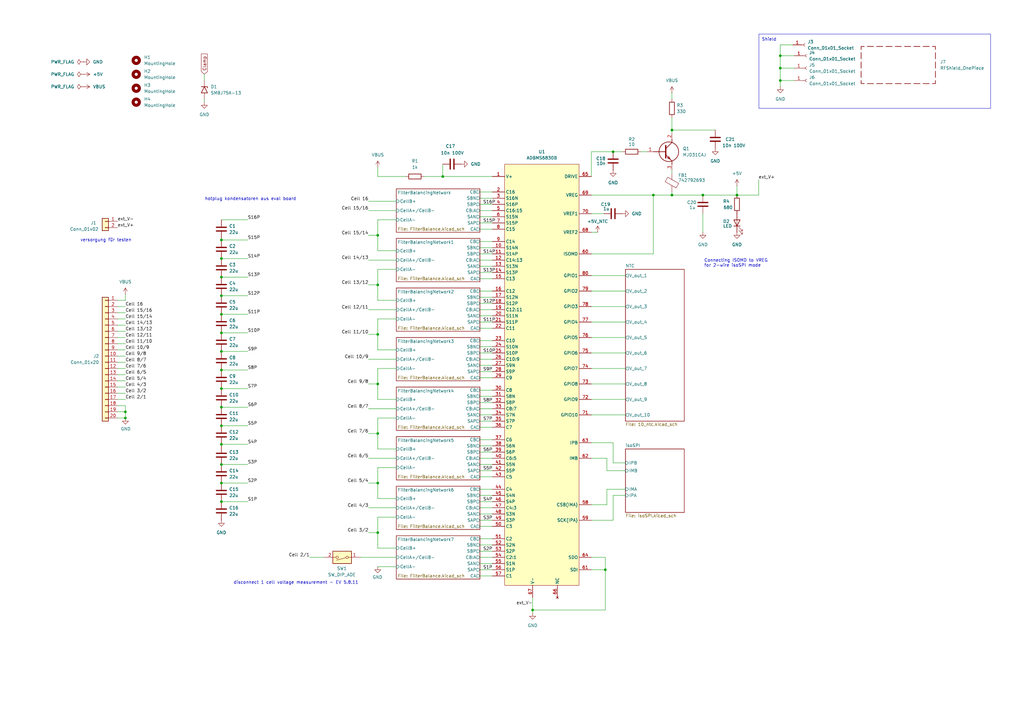
<source format=kicad_sch>
(kicad_sch
	(version 20231120)
	(generator "eeschema")
	(generator_version "8.0")
	(uuid "64eac9c4-e018-49db-b598-a7107a0db15b")
	(paper "A3")
	(lib_symbols
		(symbol "ADBMS6830B_lang:ADBMS6830B_Tall"
			(exclude_from_sim no)
			(in_bom yes)
			(on_board yes)
			(property "Reference" "U"
				(at 0 1.27 0)
				(effects
					(font
						(size 1.27 1.27)
					)
				)
			)
			(property "Value" "ADBMS6830B"
				(at 0 -1.27 0)
				(effects
					(font
						(size 1.27 1.27)
					)
				)
			)
			(property "Footprint" "ADBMS6830:QFP-80_12x12_Pitch0.5mm"
				(at -48.26 53.34 0)
				(effects
					(font
						(size 1.27 1.27)
					)
					(hide yes)
				)
			)
			(property "Datasheet" "~/ADBMS6830B_ADI.pdf"
				(at -48.26 53.34 0)
				(effects
					(font
						(size 1.27 1.27)
					)
					(hide yes)
				)
			)
			(property "Description" ""
				(at 0 0 0)
				(effects
					(font
						(size 1.27 1.27)
					)
					(hide yes)
				)
			)
			(symbol "ADBMS6830B_Tall_1_0"
				(pin input line
					(at -20.32 46.99 0)
					(length 5)
					(name "C14:13"
						(effects
							(font
								(size 1.27 1.27)
							)
						)
					)
					(number "12"
						(effects
							(font
								(size 1.27 1.27)
							)
						)
					)
				)
				(pin input line
					(at -20.32 6.35 0)
					(length 5)
					(name "C10:9"
						(effects
							(font
								(size 1.27 1.27)
							)
						)
					)
					(number "26"
						(effects
							(font
								(size 1.27 1.27)
							)
						)
					)
				)
				(pin input line
					(at -20.32 -13.97 0)
					(length 5)
					(name "C8:7"
						(effects
							(font
								(size 1.27 1.27)
							)
						)
					)
					(number "33"
						(effects
							(font
								(size 1.27 1.27)
							)
						)
					)
				)
				(pin input line
					(at -20.32 -34.29 0)
					(length 5)
					(name "C6:5"
						(effects
							(font
								(size 1.27 1.27)
							)
						)
					)
					(number "40"
						(effects
							(font
								(size 1.27 1.27)
							)
						)
					)
				)
				(pin input line
					(at -20.32 -54.61 0)
					(length 5)
					(name "C4:3"
						(effects
							(font
								(size 1.27 1.27)
							)
						)
					)
					(number "47"
						(effects
							(font
								(size 1.27 1.27)
							)
						)
					)
				)
				(pin input line
					(at -20.32 -74.93 0)
					(length 5)
					(name "C2:1"
						(effects
							(font
								(size 1.27 1.27)
							)
						)
					)
					(number "54"
						(effects
							(font
								(size 1.27 1.27)
							)
						)
					)
				)
				(pin no_connect line
					(at 6.35 -91.44 90)
					(length 5)
					(name "NC"
						(effects
							(font
								(size 1.27 1.27)
							)
						)
					)
					(number "66"
						(effects
							(font
								(size 1.27 1.27)
							)
						)
					)
				)
				(pin bidirectional line
					(at 20.32 -16.51 180)
					(length 5)
					(name "GPIO10"
						(effects
							(font
								(size 1.27 1.27)
							)
						)
					)
					(number "71"
						(effects
							(font
								(size 1.27 1.27)
							)
						)
					)
				)
			)
			(symbol "ADBMS6830B_Tall_1_1"
				(rectangle
					(start -15.24 86.36)
					(end 15.24 -86.36)
					(stroke
						(width 0)
						(type default)
					)
					(fill
						(type background)
					)
				)
				(pin power_out line
					(at -20.32 81.28 0)
					(length 5)
					(name "V+"
						(effects
							(font
								(size 1.27 1.27)
							)
						)
					)
					(number "1"
						(effects
							(font
								(size 1.27 1.27)
							)
						)
					)
				)
				(pin input line
					(at -20.32 52.07 0)
					(length 5)
					(name "S14N"
						(effects
							(font
								(size 1.27 1.27)
							)
						)
					)
					(number "10"
						(effects
							(font
								(size 1.27 1.27)
							)
						)
					)
				)
				(pin input line
					(at -20.32 49.53 0)
					(length 5)
					(name "S14P"
						(effects
							(font
								(size 1.27 1.27)
							)
						)
					)
					(number "11"
						(effects
							(font
								(size 1.27 1.27)
							)
						)
					)
				)
				(pin input line
					(at -20.32 44.45 0)
					(length 5)
					(name "S13N"
						(effects
							(font
								(size 1.27 1.27)
							)
						)
					)
					(number "13"
						(effects
							(font
								(size 1.27 1.27)
							)
						)
					)
				)
				(pin input line
					(at -20.32 41.91 0)
					(length 5)
					(name "S13P"
						(effects
							(font
								(size 1.27 1.27)
							)
						)
					)
					(number "14"
						(effects
							(font
								(size 1.27 1.27)
							)
						)
					)
				)
				(pin input line
					(at -20.32 39.37 0)
					(length 5)
					(name "C13"
						(effects
							(font
								(size 1.27 1.27)
							)
						)
					)
					(number "15"
						(effects
							(font
								(size 1.27 1.27)
							)
						)
					)
				)
				(pin input line
					(at -20.32 34.29 0)
					(length 5)
					(name "C12"
						(effects
							(font
								(size 1.27 1.27)
							)
						)
					)
					(number "16"
						(effects
							(font
								(size 1.27 1.27)
							)
						)
					)
				)
				(pin input line
					(at -20.32 31.75 0)
					(length 5)
					(name "S12N"
						(effects
							(font
								(size 1.27 1.27)
							)
						)
					)
					(number "17"
						(effects
							(font
								(size 1.27 1.27)
							)
						)
					)
				)
				(pin input line
					(at -20.32 29.21 0)
					(length 5)
					(name "S12P"
						(effects
							(font
								(size 1.27 1.27)
							)
						)
					)
					(number "18"
						(effects
							(font
								(size 1.27 1.27)
							)
						)
					)
				)
				(pin input line
					(at -20.32 26.67 0)
					(length 5)
					(name "C12:11"
						(effects
							(font
								(size 1.27 1.27)
							)
						)
					)
					(number "19"
						(effects
							(font
								(size 1.27 1.27)
							)
						)
					)
				)
				(pin input line
					(at -20.32 74.93 0)
					(length 5)
					(name "C16"
						(effects
							(font
								(size 1.27 1.27)
							)
						)
					)
					(number "2"
						(effects
							(font
								(size 1.27 1.27)
							)
						)
					)
				)
				(pin input line
					(at -20.32 24.13 0)
					(length 5)
					(name "S11N"
						(effects
							(font
								(size 1.27 1.27)
							)
						)
					)
					(number "20"
						(effects
							(font
								(size 1.27 1.27)
							)
						)
					)
				)
				(pin input line
					(at -20.32 21.59 0)
					(length 5)
					(name "S11P"
						(effects
							(font
								(size 1.27 1.27)
							)
						)
					)
					(number "21"
						(effects
							(font
								(size 1.27 1.27)
							)
						)
					)
				)
				(pin input line
					(at -20.32 19.05 0)
					(length 5)
					(name "C11"
						(effects
							(font
								(size 1.27 1.27)
							)
						)
					)
					(number "22"
						(effects
							(font
								(size 1.27 1.27)
							)
						)
					)
				)
				(pin input line
					(at -20.32 13.97 0)
					(length 5)
					(name "C10"
						(effects
							(font
								(size 1.27 1.27)
							)
						)
					)
					(number "23"
						(effects
							(font
								(size 1.27 1.27)
							)
						)
					)
				)
				(pin input line
					(at -20.32 11.43 0)
					(length 5)
					(name "S10N"
						(effects
							(font
								(size 1.27 1.27)
							)
						)
					)
					(number "24"
						(effects
							(font
								(size 1.27 1.27)
							)
						)
					)
				)
				(pin input line
					(at -20.32 8.89 0)
					(length 5)
					(name "S10P"
						(effects
							(font
								(size 1.27 1.27)
							)
						)
					)
					(number "25"
						(effects
							(font
								(size 1.27 1.27)
							)
						)
					)
				)
				(pin input line
					(at -20.32 3.81 0)
					(length 5)
					(name "S9N"
						(effects
							(font
								(size 1.27 1.27)
							)
						)
					)
					(number "27"
						(effects
							(font
								(size 1.27 1.27)
							)
						)
					)
				)
				(pin input line
					(at -20.32 1.27 0)
					(length 5)
					(name "S9P"
						(effects
							(font
								(size 1.27 1.27)
							)
						)
					)
					(number "28"
						(effects
							(font
								(size 1.27 1.27)
							)
						)
					)
				)
				(pin input line
					(at -20.32 -1.27 0)
					(length 5)
					(name "C9"
						(effects
							(font
								(size 1.27 1.27)
							)
						)
					)
					(number "29"
						(effects
							(font
								(size 1.27 1.27)
							)
						)
					)
				)
				(pin input line
					(at -20.32 72.39 0)
					(length 5)
					(name "S16N"
						(effects
							(font
								(size 1.27 1.27)
							)
						)
					)
					(number "3"
						(effects
							(font
								(size 1.27 1.27)
							)
						)
					)
				)
				(pin input line
					(at -20.32 -6.35 0)
					(length 5)
					(name "C8"
						(effects
							(font
								(size 1.27 1.27)
							)
						)
					)
					(number "30"
						(effects
							(font
								(size 1.27 1.27)
							)
						)
					)
				)
				(pin input line
					(at -20.32 -8.89 0)
					(length 5)
					(name "S8N"
						(effects
							(font
								(size 1.27 1.27)
							)
						)
					)
					(number "31"
						(effects
							(font
								(size 1.27 1.27)
							)
						)
					)
				)
				(pin input line
					(at -20.32 -11.43 0)
					(length 5)
					(name "S8P"
						(effects
							(font
								(size 1.27 1.27)
							)
						)
					)
					(number "32"
						(effects
							(font
								(size 1.27 1.27)
							)
						)
					)
				)
				(pin input line
					(at -20.32 -16.51 0)
					(length 5)
					(name "S7N"
						(effects
							(font
								(size 1.27 1.27)
							)
						)
					)
					(number "34"
						(effects
							(font
								(size 1.27 1.27)
							)
						)
					)
				)
				(pin input line
					(at -20.32 -19.05 0)
					(length 5)
					(name "S7P"
						(effects
							(font
								(size 1.27 1.27)
							)
						)
					)
					(number "35"
						(effects
							(font
								(size 1.27 1.27)
							)
						)
					)
				)
				(pin input line
					(at -20.32 -21.59 0)
					(length 5)
					(name "C7"
						(effects
							(font
								(size 1.27 1.27)
							)
						)
					)
					(number "36"
						(effects
							(font
								(size 1.27 1.27)
							)
						)
					)
				)
				(pin input line
					(at -20.32 -26.67 0)
					(length 5)
					(name "C6"
						(effects
							(font
								(size 1.27 1.27)
							)
						)
					)
					(number "37"
						(effects
							(font
								(size 1.27 1.27)
							)
						)
					)
				)
				(pin input line
					(at -20.32 -29.21 0)
					(length 5)
					(name "S6N"
						(effects
							(font
								(size 1.27 1.27)
							)
						)
					)
					(number "38"
						(effects
							(font
								(size 1.27 1.27)
							)
						)
					)
				)
				(pin input line
					(at -20.32 -31.75 0)
					(length 5)
					(name "S6P"
						(effects
							(font
								(size 1.27 1.27)
							)
						)
					)
					(number "39"
						(effects
							(font
								(size 1.27 1.27)
							)
						)
					)
				)
				(pin input line
					(at -20.32 69.85 0)
					(length 5)
					(name "S16P"
						(effects
							(font
								(size 1.27 1.27)
							)
						)
					)
					(number "4"
						(effects
							(font
								(size 1.27 1.27)
							)
						)
					)
				)
				(pin input line
					(at -20.32 -36.83 0)
					(length 5)
					(name "S5N"
						(effects
							(font
								(size 1.27 1.27)
							)
						)
					)
					(number "41"
						(effects
							(font
								(size 1.27 1.27)
							)
						)
					)
				)
				(pin input line
					(at -20.32 -39.37 0)
					(length 5)
					(name "S5P"
						(effects
							(font
								(size 1.27 1.27)
							)
						)
					)
					(number "42"
						(effects
							(font
								(size 1.27 1.27)
							)
						)
					)
				)
				(pin input line
					(at -20.32 -41.91 0)
					(length 5)
					(name "C5"
						(effects
							(font
								(size 1.27 1.27)
							)
						)
					)
					(number "43"
						(effects
							(font
								(size 1.27 1.27)
							)
						)
					)
				)
				(pin input line
					(at -20.32 -46.99 0)
					(length 5)
					(name "C4"
						(effects
							(font
								(size 1.27 1.27)
							)
						)
					)
					(number "44"
						(effects
							(font
								(size 1.27 1.27)
							)
						)
					)
				)
				(pin input line
					(at -20.32 -49.53 0)
					(length 5)
					(name "S4N"
						(effects
							(font
								(size 1.27 1.27)
							)
						)
					)
					(number "45"
						(effects
							(font
								(size 1.27 1.27)
							)
						)
					)
				)
				(pin input line
					(at -20.32 -52.07 0)
					(length 5)
					(name "S4P"
						(effects
							(font
								(size 1.27 1.27)
							)
						)
					)
					(number "46"
						(effects
							(font
								(size 1.27 1.27)
							)
						)
					)
				)
				(pin input line
					(at -20.32 -57.15 0)
					(length 5)
					(name "S3N"
						(effects
							(font
								(size 1.27 1.27)
							)
						)
					)
					(number "48"
						(effects
							(font
								(size 1.27 1.27)
							)
						)
					)
				)
				(pin input line
					(at -20.32 -59.69 0)
					(length 5)
					(name "S3P"
						(effects
							(font
								(size 1.27 1.27)
							)
						)
					)
					(number "49"
						(effects
							(font
								(size 1.27 1.27)
							)
						)
					)
				)
				(pin input line
					(at -20.32 67.31 0)
					(length 5)
					(name "C16:15"
						(effects
							(font
								(size 1.27 1.27)
							)
						)
					)
					(number "5"
						(effects
							(font
								(size 1.27 1.27)
							)
						)
					)
				)
				(pin input line
					(at -20.32 -62.23 0)
					(length 5)
					(name "C3"
						(effects
							(font
								(size 1.27 1.27)
							)
						)
					)
					(number "50"
						(effects
							(font
								(size 1.27 1.27)
							)
						)
					)
				)
				(pin input line
					(at -20.32 -67.31 0)
					(length 5)
					(name "C2"
						(effects
							(font
								(size 1.27 1.27)
							)
						)
					)
					(number "51"
						(effects
							(font
								(size 1.27 1.27)
							)
						)
					)
				)
				(pin input line
					(at -20.32 -69.85 0)
					(length 5)
					(name "S2N"
						(effects
							(font
								(size 1.27 1.27)
							)
						)
					)
					(number "52"
						(effects
							(font
								(size 1.27 1.27)
							)
						)
					)
				)
				(pin input line
					(at -20.32 -72.39 0)
					(length 5)
					(name "S2P"
						(effects
							(font
								(size 1.27 1.27)
							)
						)
					)
					(number "53"
						(effects
							(font
								(size 1.27 1.27)
							)
						)
					)
				)
				(pin input line
					(at -20.32 -77.47 0)
					(length 5)
					(name "S1N"
						(effects
							(font
								(size 1.27 1.27)
							)
						)
					)
					(number "55"
						(effects
							(font
								(size 1.27 1.27)
							)
						)
					)
				)
				(pin input line
					(at -20.32 -80.01 0)
					(length 5)
					(name "S1P"
						(effects
							(font
								(size 1.27 1.27)
							)
						)
					)
					(number "56"
						(effects
							(font
								(size 1.27 1.27)
							)
						)
					)
				)
				(pin input line
					(at -20.32 -82.55 0)
					(length 5)
					(name "C1"
						(effects
							(font
								(size 1.27 1.27)
							)
						)
					)
					(number "57"
						(effects
							(font
								(size 1.27 1.27)
							)
						)
					)
				)
				(pin bidirectional line
					(at 20.32 -53.34 180)
					(length 5)
					(name "CSB(IMA)"
						(effects
							(font
								(size 1.27 1.27)
							)
						)
					)
					(number "58"
						(effects
							(font
								(size 1.27 1.27)
							)
						)
					)
				)
				(pin bidirectional line
					(at 20.32 -59.69 180)
					(length 5)
					(name "SCK(IPA)"
						(effects
							(font
								(size 1.27 1.27)
							)
						)
					)
					(number "59"
						(effects
							(font
								(size 1.27 1.27)
							)
						)
					)
				)
				(pin input line
					(at -20.32 64.77 0)
					(length 5)
					(name "S15N"
						(effects
							(font
								(size 1.27 1.27)
							)
						)
					)
					(number "6"
						(effects
							(font
								(size 1.27 1.27)
							)
						)
					)
				)
				(pin bidirectional line
					(at 20.32 49.53 180)
					(length 5)
					(name "ISOMD"
						(effects
							(font
								(size 1.27 1.27)
							)
						)
					)
					(number "60"
						(effects
							(font
								(size 1.27 1.27)
							)
						)
					)
				)
				(pin bidirectional line
					(at 20.32 -80.01 180)
					(length 5)
					(name "SDI"
						(effects
							(font
								(size 1.27 1.27)
							)
						)
					)
					(number "61"
						(effects
							(font
								(size 1.27 1.27)
							)
						)
					)
				)
				(pin bidirectional line
					(at 20.32 -34.29 180)
					(length 5)
					(name "IMB"
						(effects
							(font
								(size 1.27 1.27)
							)
						)
					)
					(number "62"
						(effects
							(font
								(size 1.27 1.27)
							)
						)
					)
				)
				(pin bidirectional line
					(at 20.32 -27.94 180)
					(length 5)
					(name "IPB"
						(effects
							(font
								(size 1.27 1.27)
							)
						)
					)
					(number "63"
						(effects
							(font
								(size 1.27 1.27)
							)
						)
					)
				)
				(pin bidirectional line
					(at 20.32 -74.93 180)
					(length 5)
					(name "SDO"
						(effects
							(font
								(size 1.27 1.27)
							)
						)
					)
					(number "64"
						(effects
							(font
								(size 1.27 1.27)
							)
						)
					)
				)
				(pin bidirectional line
					(at 20.32 81.28 180)
					(length 5)
					(name "DRIVE"
						(effects
							(font
								(size 1.27 1.27)
							)
						)
					)
					(number "65"
						(effects
							(font
								(size 1.27 1.27)
							)
						)
					)
				)
				(pin input line
					(at -3.81 -91.44 90)
					(length 5)
					(name "V-"
						(effects
							(font
								(size 1.27 1.27)
							)
						)
					)
					(number "67"
						(effects
							(font
								(size 1.27 1.27)
							)
						)
					)
				)
				(pin power_out line
					(at 20.32 58.42 180)
					(length 5)
					(name "VREF2"
						(effects
							(font
								(size 1.27 1.27)
							)
						)
					)
					(number "68"
						(effects
							(font
								(size 1.27 1.27)
							)
						)
					)
				)
				(pin input line
					(at 20.32 73.66 180)
					(length 5)
					(name "VREG"
						(effects
							(font
								(size 1.27 1.27)
							)
						)
					)
					(number "69"
						(effects
							(font
								(size 1.27 1.27)
							)
						)
					)
				)
				(pin input line
					(at -20.32 62.23 0)
					(length 5)
					(name "S15P"
						(effects
							(font
								(size 1.27 1.27)
							)
						)
					)
					(number "7"
						(effects
							(font
								(size 1.27 1.27)
							)
						)
					)
				)
				(pin power_out line
					(at 20.32 66.04 180)
					(length 5)
					(name "VREF1"
						(effects
							(font
								(size 1.27 1.27)
							)
						)
					)
					(number "70"
						(effects
							(font
								(size 1.27 1.27)
							)
						)
					)
				)
				(pin bidirectional line
					(at 20.32 -10.16 180)
					(length 5)
					(name "GPIO9"
						(effects
							(font
								(size 1.27 1.27)
							)
						)
					)
					(number "72"
						(effects
							(font
								(size 1.27 1.27)
							)
						)
					)
				)
				(pin bidirectional line
					(at 20.32 -3.81 180)
					(length 5)
					(name "GPIO8"
						(effects
							(font
								(size 1.27 1.27)
							)
						)
					)
					(number "73"
						(effects
							(font
								(size 1.27 1.27)
							)
						)
					)
				)
				(pin bidirectional line
					(at 20.32 2.54 180)
					(length 5)
					(name "GPIO7"
						(effects
							(font
								(size 1.27 1.27)
							)
						)
					)
					(number "74"
						(effects
							(font
								(size 1.27 1.27)
							)
						)
					)
				)
				(pin bidirectional line
					(at 20.32 8.89 180)
					(length 5)
					(name "GPIO6"
						(effects
							(font
								(size 1.27 1.27)
							)
						)
					)
					(number "75"
						(effects
							(font
								(size 1.27 1.27)
							)
						)
					)
				)
				(pin bidirectional line
					(at 20.32 15.24 180)
					(length 5)
					(name "GPIO5"
						(effects
							(font
								(size 1.27 1.27)
							)
						)
					)
					(number "76"
						(effects
							(font
								(size 1.27 1.27)
							)
						)
					)
				)
				(pin bidirectional line
					(at 20.32 21.59 180)
					(length 5)
					(name "GPIO4"
						(effects
							(font
								(size 1.27 1.27)
							)
						)
					)
					(number "77"
						(effects
							(font
								(size 1.27 1.27)
							)
						)
					)
				)
				(pin bidirectional line
					(at 20.32 27.94 180)
					(length 5)
					(name "GPIO3"
						(effects
							(font
								(size 1.27 1.27)
							)
						)
					)
					(number "78"
						(effects
							(font
								(size 1.27 1.27)
							)
						)
					)
				)
				(pin bidirectional line
					(at 20.32 34.29 180)
					(length 5)
					(name "GPIO2"
						(effects
							(font
								(size 1.27 1.27)
							)
						)
					)
					(number "79"
						(effects
							(font
								(size 1.27 1.27)
							)
						)
					)
				)
				(pin input line
					(at -20.32 59.69 0)
					(length 5)
					(name "C15"
						(effects
							(font
								(size 1.27 1.27)
							)
						)
					)
					(number "8"
						(effects
							(font
								(size 1.27 1.27)
							)
						)
					)
				)
				(pin bidirectional line
					(at 20.32 40.64 180)
					(length 5)
					(name "GPIO1"
						(effects
							(font
								(size 1.27 1.27)
							)
						)
					)
					(number "80"
						(effects
							(font
								(size 1.27 1.27)
							)
						)
					)
				)
				(pin input line
					(at -20.32 54.61 0)
					(length 5)
					(name "C14"
						(effects
							(font
								(size 1.27 1.27)
							)
						)
					)
					(number "9"
						(effects
							(font
								(size 1.27 1.27)
							)
						)
					)
				)
			)
		)
		(symbol "Connector:Conn_01x01_Socket"
			(pin_names
				(offset 1.016) hide)
			(exclude_from_sim no)
			(in_bom yes)
			(on_board yes)
			(property "Reference" "J"
				(at 0 2.54 0)
				(effects
					(font
						(size 1.27 1.27)
					)
				)
			)
			(property "Value" "Conn_01x01_Socket"
				(at 0 -2.54 0)
				(effects
					(font
						(size 1.27 1.27)
					)
				)
			)
			(property "Footprint" ""
				(at 0 0 0)
				(effects
					(font
						(size 1.27 1.27)
					)
					(hide yes)
				)
			)
			(property "Datasheet" "~"
				(at 0 0 0)
				(effects
					(font
						(size 1.27 1.27)
					)
					(hide yes)
				)
			)
			(property "Description" "Generic connector, single row, 01x01, script generated"
				(at 0 0 0)
				(effects
					(font
						(size 1.27 1.27)
					)
					(hide yes)
				)
			)
			(property "ki_locked" ""
				(at 0 0 0)
				(effects
					(font
						(size 1.27 1.27)
					)
				)
			)
			(property "ki_keywords" "connector"
				(at 0 0 0)
				(effects
					(font
						(size 1.27 1.27)
					)
					(hide yes)
				)
			)
			(property "ki_fp_filters" "Connector*:*_1x??_*"
				(at 0 0 0)
				(effects
					(font
						(size 1.27 1.27)
					)
					(hide yes)
				)
			)
			(symbol "Conn_01x01_Socket_1_1"
				(polyline
					(pts
						(xy -1.27 0) (xy -0.508 0)
					)
					(stroke
						(width 0.1524)
						(type default)
					)
					(fill
						(type none)
					)
				)
				(arc
					(start 0 0.508)
					(mid -0.5058 0)
					(end 0 -0.508)
					(stroke
						(width 0.1524)
						(type default)
					)
					(fill
						(type none)
					)
				)
				(pin passive line
					(at -5.08 0 0)
					(length 3.81)
					(name "Pin_1"
						(effects
							(font
								(size 1.27 1.27)
							)
						)
					)
					(number "1"
						(effects
							(font
								(size 1.27 1.27)
							)
						)
					)
				)
			)
		)
		(symbol "Connector_Generic:Conn_01x02"
			(pin_names
				(offset 1.016) hide)
			(exclude_from_sim no)
			(in_bom yes)
			(on_board yes)
			(property "Reference" "J"
				(at 0 2.54 0)
				(effects
					(font
						(size 1.27 1.27)
					)
				)
			)
			(property "Value" "Conn_01x02"
				(at 0 -5.08 0)
				(effects
					(font
						(size 1.27 1.27)
					)
				)
			)
			(property "Footprint" ""
				(at 0 0 0)
				(effects
					(font
						(size 1.27 1.27)
					)
					(hide yes)
				)
			)
			(property "Datasheet" "~"
				(at 0 0 0)
				(effects
					(font
						(size 1.27 1.27)
					)
					(hide yes)
				)
			)
			(property "Description" "Generic connector, single row, 01x02, script generated (kicad-library-utils/schlib/autogen/connector/)"
				(at 0 0 0)
				(effects
					(font
						(size 1.27 1.27)
					)
					(hide yes)
				)
			)
			(property "ki_keywords" "connector"
				(at 0 0 0)
				(effects
					(font
						(size 1.27 1.27)
					)
					(hide yes)
				)
			)
			(property "ki_fp_filters" "Connector*:*_1x??_*"
				(at 0 0 0)
				(effects
					(font
						(size 1.27 1.27)
					)
					(hide yes)
				)
			)
			(symbol "Conn_01x02_1_1"
				(rectangle
					(start -1.27 -2.413)
					(end 0 -2.667)
					(stroke
						(width 0.1524)
						(type default)
					)
					(fill
						(type none)
					)
				)
				(rectangle
					(start -1.27 0.127)
					(end 0 -0.127)
					(stroke
						(width 0.1524)
						(type default)
					)
					(fill
						(type none)
					)
				)
				(rectangle
					(start -1.27 1.27)
					(end 1.27 -3.81)
					(stroke
						(width 0.254)
						(type default)
					)
					(fill
						(type background)
					)
				)
				(pin passive line
					(at -5.08 0 0)
					(length 3.81)
					(name "Pin_1"
						(effects
							(font
								(size 1.27 1.27)
							)
						)
					)
					(number "1"
						(effects
							(font
								(size 1.27 1.27)
							)
						)
					)
				)
				(pin passive line
					(at -5.08 -2.54 0)
					(length 3.81)
					(name "Pin_2"
						(effects
							(font
								(size 1.27 1.27)
							)
						)
					)
					(number "2"
						(effects
							(font
								(size 1.27 1.27)
							)
						)
					)
				)
			)
		)
		(symbol "Connector_Generic:Conn_01x20"
			(pin_names
				(offset 1.016) hide)
			(exclude_from_sim no)
			(in_bom yes)
			(on_board yes)
			(property "Reference" "J"
				(at 0 25.4 0)
				(effects
					(font
						(size 1.27 1.27)
					)
				)
			)
			(property "Value" "Conn_01x20"
				(at 0 -27.94 0)
				(effects
					(font
						(size 1.27 1.27)
					)
				)
			)
			(property "Footprint" ""
				(at 0 0 0)
				(effects
					(font
						(size 1.27 1.27)
					)
					(hide yes)
				)
			)
			(property "Datasheet" "~"
				(at 0 0 0)
				(effects
					(font
						(size 1.27 1.27)
					)
					(hide yes)
				)
			)
			(property "Description" "Generic connector, single row, 01x20, script generated (kicad-library-utils/schlib/autogen/connector/)"
				(at 0 0 0)
				(effects
					(font
						(size 1.27 1.27)
					)
					(hide yes)
				)
			)
			(property "ki_keywords" "connector"
				(at 0 0 0)
				(effects
					(font
						(size 1.27 1.27)
					)
					(hide yes)
				)
			)
			(property "ki_fp_filters" "Connector*:*_1x??_*"
				(at 0 0 0)
				(effects
					(font
						(size 1.27 1.27)
					)
					(hide yes)
				)
			)
			(symbol "Conn_01x20_1_1"
				(rectangle
					(start -1.27 -25.273)
					(end 0 -25.527)
					(stroke
						(width 0.1524)
						(type default)
					)
					(fill
						(type none)
					)
				)
				(rectangle
					(start -1.27 -22.733)
					(end 0 -22.987)
					(stroke
						(width 0.1524)
						(type default)
					)
					(fill
						(type none)
					)
				)
				(rectangle
					(start -1.27 -20.193)
					(end 0 -20.447)
					(stroke
						(width 0.1524)
						(type default)
					)
					(fill
						(type none)
					)
				)
				(rectangle
					(start -1.27 -17.653)
					(end 0 -17.907)
					(stroke
						(width 0.1524)
						(type default)
					)
					(fill
						(type none)
					)
				)
				(rectangle
					(start -1.27 -15.113)
					(end 0 -15.367)
					(stroke
						(width 0.1524)
						(type default)
					)
					(fill
						(type none)
					)
				)
				(rectangle
					(start -1.27 -12.573)
					(end 0 -12.827)
					(stroke
						(width 0.1524)
						(type default)
					)
					(fill
						(type none)
					)
				)
				(rectangle
					(start -1.27 -10.033)
					(end 0 -10.287)
					(stroke
						(width 0.1524)
						(type default)
					)
					(fill
						(type none)
					)
				)
				(rectangle
					(start -1.27 -7.493)
					(end 0 -7.747)
					(stroke
						(width 0.1524)
						(type default)
					)
					(fill
						(type none)
					)
				)
				(rectangle
					(start -1.27 -4.953)
					(end 0 -5.207)
					(stroke
						(width 0.1524)
						(type default)
					)
					(fill
						(type none)
					)
				)
				(rectangle
					(start -1.27 -2.413)
					(end 0 -2.667)
					(stroke
						(width 0.1524)
						(type default)
					)
					(fill
						(type none)
					)
				)
				(rectangle
					(start -1.27 0.127)
					(end 0 -0.127)
					(stroke
						(width 0.1524)
						(type default)
					)
					(fill
						(type none)
					)
				)
				(rectangle
					(start -1.27 2.667)
					(end 0 2.413)
					(stroke
						(width 0.1524)
						(type default)
					)
					(fill
						(type none)
					)
				)
				(rectangle
					(start -1.27 5.207)
					(end 0 4.953)
					(stroke
						(width 0.1524)
						(type default)
					)
					(fill
						(type none)
					)
				)
				(rectangle
					(start -1.27 7.747)
					(end 0 7.493)
					(stroke
						(width 0.1524)
						(type default)
					)
					(fill
						(type none)
					)
				)
				(rectangle
					(start -1.27 10.287)
					(end 0 10.033)
					(stroke
						(width 0.1524)
						(type default)
					)
					(fill
						(type none)
					)
				)
				(rectangle
					(start -1.27 12.827)
					(end 0 12.573)
					(stroke
						(width 0.1524)
						(type default)
					)
					(fill
						(type none)
					)
				)
				(rectangle
					(start -1.27 15.367)
					(end 0 15.113)
					(stroke
						(width 0.1524)
						(type default)
					)
					(fill
						(type none)
					)
				)
				(rectangle
					(start -1.27 17.907)
					(end 0 17.653)
					(stroke
						(width 0.1524)
						(type default)
					)
					(fill
						(type none)
					)
				)
				(rectangle
					(start -1.27 20.447)
					(end 0 20.193)
					(stroke
						(width 0.1524)
						(type default)
					)
					(fill
						(type none)
					)
				)
				(rectangle
					(start -1.27 22.987)
					(end 0 22.733)
					(stroke
						(width 0.1524)
						(type default)
					)
					(fill
						(type none)
					)
				)
				(rectangle
					(start -1.27 24.13)
					(end 1.27 -26.67)
					(stroke
						(width 0.254)
						(type default)
					)
					(fill
						(type background)
					)
				)
				(pin passive line
					(at -5.08 22.86 0)
					(length 3.81)
					(name "Pin_1"
						(effects
							(font
								(size 1.27 1.27)
							)
						)
					)
					(number "1"
						(effects
							(font
								(size 1.27 1.27)
							)
						)
					)
				)
				(pin passive line
					(at -5.08 0 0)
					(length 3.81)
					(name "Pin_10"
						(effects
							(font
								(size 1.27 1.27)
							)
						)
					)
					(number "10"
						(effects
							(font
								(size 1.27 1.27)
							)
						)
					)
				)
				(pin passive line
					(at -5.08 -2.54 0)
					(length 3.81)
					(name "Pin_11"
						(effects
							(font
								(size 1.27 1.27)
							)
						)
					)
					(number "11"
						(effects
							(font
								(size 1.27 1.27)
							)
						)
					)
				)
				(pin passive line
					(at -5.08 -5.08 0)
					(length 3.81)
					(name "Pin_12"
						(effects
							(font
								(size 1.27 1.27)
							)
						)
					)
					(number "12"
						(effects
							(font
								(size 1.27 1.27)
							)
						)
					)
				)
				(pin passive line
					(at -5.08 -7.62 0)
					(length 3.81)
					(name "Pin_13"
						(effects
							(font
								(size 1.27 1.27)
							)
						)
					)
					(number "13"
						(effects
							(font
								(size 1.27 1.27)
							)
						)
					)
				)
				(pin passive line
					(at -5.08 -10.16 0)
					(length 3.81)
					(name "Pin_14"
						(effects
							(font
								(size 1.27 1.27)
							)
						)
					)
					(number "14"
						(effects
							(font
								(size 1.27 1.27)
							)
						)
					)
				)
				(pin passive line
					(at -5.08 -12.7 0)
					(length 3.81)
					(name "Pin_15"
						(effects
							(font
								(size 1.27 1.27)
							)
						)
					)
					(number "15"
						(effects
							(font
								(size 1.27 1.27)
							)
						)
					)
				)
				(pin passive line
					(at -5.08 -15.24 0)
					(length 3.81)
					(name "Pin_16"
						(effects
							(font
								(size 1.27 1.27)
							)
						)
					)
					(number "16"
						(effects
							(font
								(size 1.27 1.27)
							)
						)
					)
				)
				(pin passive line
					(at -5.08 -17.78 0)
					(length 3.81)
					(name "Pin_17"
						(effects
							(font
								(size 1.27 1.27)
							)
						)
					)
					(number "17"
						(effects
							(font
								(size 1.27 1.27)
							)
						)
					)
				)
				(pin passive line
					(at -5.08 -20.32 0)
					(length 3.81)
					(name "Pin_18"
						(effects
							(font
								(size 1.27 1.27)
							)
						)
					)
					(number "18"
						(effects
							(font
								(size 1.27 1.27)
							)
						)
					)
				)
				(pin passive line
					(at -5.08 -22.86 0)
					(length 3.81)
					(name "Pin_19"
						(effects
							(font
								(size 1.27 1.27)
							)
						)
					)
					(number "19"
						(effects
							(font
								(size 1.27 1.27)
							)
						)
					)
				)
				(pin passive line
					(at -5.08 20.32 0)
					(length 3.81)
					(name "Pin_2"
						(effects
							(font
								(size 1.27 1.27)
							)
						)
					)
					(number "2"
						(effects
							(font
								(size 1.27 1.27)
							)
						)
					)
				)
				(pin passive line
					(at -5.08 -25.4 0)
					(length 3.81)
					(name "Pin_20"
						(effects
							(font
								(size 1.27 1.27)
							)
						)
					)
					(number "20"
						(effects
							(font
								(size 1.27 1.27)
							)
						)
					)
				)
				(pin passive line
					(at -5.08 17.78 0)
					(length 3.81)
					(name "Pin_3"
						(effects
							(font
								(size 1.27 1.27)
							)
						)
					)
					(number "3"
						(effects
							(font
								(size 1.27 1.27)
							)
						)
					)
				)
				(pin passive line
					(at -5.08 15.24 0)
					(length 3.81)
					(name "Pin_4"
						(effects
							(font
								(size 1.27 1.27)
							)
						)
					)
					(number "4"
						(effects
							(font
								(size 1.27 1.27)
							)
						)
					)
				)
				(pin passive line
					(at -5.08 12.7 0)
					(length 3.81)
					(name "Pin_5"
						(effects
							(font
								(size 1.27 1.27)
							)
						)
					)
					(number "5"
						(effects
							(font
								(size 1.27 1.27)
							)
						)
					)
				)
				(pin passive line
					(at -5.08 10.16 0)
					(length 3.81)
					(name "Pin_6"
						(effects
							(font
								(size 1.27 1.27)
							)
						)
					)
					(number "6"
						(effects
							(font
								(size 1.27 1.27)
							)
						)
					)
				)
				(pin passive line
					(at -5.08 7.62 0)
					(length 3.81)
					(name "Pin_7"
						(effects
							(font
								(size 1.27 1.27)
							)
						)
					)
					(number "7"
						(effects
							(font
								(size 1.27 1.27)
							)
						)
					)
				)
				(pin passive line
					(at -5.08 5.08 0)
					(length 3.81)
					(name "Pin_8"
						(effects
							(font
								(size 1.27 1.27)
							)
						)
					)
					(number "8"
						(effects
							(font
								(size 1.27 1.27)
							)
						)
					)
				)
				(pin passive line
					(at -5.08 2.54 0)
					(length 3.81)
					(name "Pin_9"
						(effects
							(font
								(size 1.27 1.27)
							)
						)
					)
					(number "9"
						(effects
							(font
								(size 1.27 1.27)
							)
						)
					)
				)
			)
		)
		(symbol "Device:C"
			(pin_numbers hide)
			(pin_names
				(offset 0.254)
			)
			(exclude_from_sim no)
			(in_bom yes)
			(on_board yes)
			(property "Reference" "C"
				(at 0.635 2.54 0)
				(effects
					(font
						(size 1.27 1.27)
					)
					(justify left)
				)
			)
			(property "Value" "C"
				(at 0.635 -2.54 0)
				(effects
					(font
						(size 1.27 1.27)
					)
					(justify left)
				)
			)
			(property "Footprint" ""
				(at 0.9652 -3.81 0)
				(effects
					(font
						(size 1.27 1.27)
					)
					(hide yes)
				)
			)
			(property "Datasheet" "~"
				(at 0 0 0)
				(effects
					(font
						(size 1.27 1.27)
					)
					(hide yes)
				)
			)
			(property "Description" "Unpolarized capacitor"
				(at 0 0 0)
				(effects
					(font
						(size 1.27 1.27)
					)
					(hide yes)
				)
			)
			(property "ki_keywords" "cap capacitor"
				(at 0 0 0)
				(effects
					(font
						(size 1.27 1.27)
					)
					(hide yes)
				)
			)
			(property "ki_fp_filters" "C_*"
				(at 0 0 0)
				(effects
					(font
						(size 1.27 1.27)
					)
					(hide yes)
				)
			)
			(symbol "C_0_1"
				(polyline
					(pts
						(xy -2.032 -0.762) (xy 2.032 -0.762)
					)
					(stroke
						(width 0.508)
						(type default)
					)
					(fill
						(type none)
					)
				)
				(polyline
					(pts
						(xy -2.032 0.762) (xy 2.032 0.762)
					)
					(stroke
						(width 0.508)
						(type default)
					)
					(fill
						(type none)
					)
				)
			)
			(symbol "C_1_1"
				(pin passive line
					(at 0 3.81 270)
					(length 2.794)
					(name "~"
						(effects
							(font
								(size 1.27 1.27)
							)
						)
					)
					(number "1"
						(effects
							(font
								(size 1.27 1.27)
							)
						)
					)
				)
				(pin passive line
					(at 0 -3.81 90)
					(length 2.794)
					(name "~"
						(effects
							(font
								(size 1.27 1.27)
							)
						)
					)
					(number "2"
						(effects
							(font
								(size 1.27 1.27)
							)
						)
					)
				)
			)
		)
		(symbol "Device:FerriteBead"
			(pin_numbers hide)
			(pin_names
				(offset 0)
			)
			(exclude_from_sim no)
			(in_bom yes)
			(on_board yes)
			(property "Reference" "FB"
				(at -3.81 0.635 90)
				(effects
					(font
						(size 1.27 1.27)
					)
				)
			)
			(property "Value" "FerriteBead"
				(at 3.81 0 90)
				(effects
					(font
						(size 1.27 1.27)
					)
				)
			)
			(property "Footprint" ""
				(at -1.778 0 90)
				(effects
					(font
						(size 1.27 1.27)
					)
					(hide yes)
				)
			)
			(property "Datasheet" "~"
				(at 0 0 0)
				(effects
					(font
						(size 1.27 1.27)
					)
					(hide yes)
				)
			)
			(property "Description" "Ferrite bead"
				(at 0 0 0)
				(effects
					(font
						(size 1.27 1.27)
					)
					(hide yes)
				)
			)
			(property "ki_keywords" "L ferrite bead inductor filter"
				(at 0 0 0)
				(effects
					(font
						(size 1.27 1.27)
					)
					(hide yes)
				)
			)
			(property "ki_fp_filters" "Inductor_* L_* *Ferrite*"
				(at 0 0 0)
				(effects
					(font
						(size 1.27 1.27)
					)
					(hide yes)
				)
			)
			(symbol "FerriteBead_0_1"
				(polyline
					(pts
						(xy 0 -1.27) (xy 0 -1.2192)
					)
					(stroke
						(width 0)
						(type default)
					)
					(fill
						(type none)
					)
				)
				(polyline
					(pts
						(xy 0 1.27) (xy 0 1.2954)
					)
					(stroke
						(width 0)
						(type default)
					)
					(fill
						(type none)
					)
				)
				(polyline
					(pts
						(xy -2.7686 0.4064) (xy -1.7018 2.2606) (xy 2.7686 -0.3048) (xy 1.6764 -2.159) (xy -2.7686 0.4064)
					)
					(stroke
						(width 0)
						(type default)
					)
					(fill
						(type none)
					)
				)
			)
			(symbol "FerriteBead_1_1"
				(pin passive line
					(at 0 3.81 270)
					(length 2.54)
					(name "~"
						(effects
							(font
								(size 1.27 1.27)
							)
						)
					)
					(number "1"
						(effects
							(font
								(size 1.27 1.27)
							)
						)
					)
				)
				(pin passive line
					(at 0 -3.81 90)
					(length 2.54)
					(name "~"
						(effects
							(font
								(size 1.27 1.27)
							)
						)
					)
					(number "2"
						(effects
							(font
								(size 1.27 1.27)
							)
						)
					)
				)
			)
		)
		(symbol "Device:R"
			(pin_numbers hide)
			(pin_names
				(offset 0)
			)
			(exclude_from_sim no)
			(in_bom yes)
			(on_board yes)
			(property "Reference" "R"
				(at 2.032 0 90)
				(effects
					(font
						(size 1.27 1.27)
					)
				)
			)
			(property "Value" "R"
				(at 0 0 90)
				(effects
					(font
						(size 1.27 1.27)
					)
				)
			)
			(property "Footprint" ""
				(at -1.778 0 90)
				(effects
					(font
						(size 1.27 1.27)
					)
					(hide yes)
				)
			)
			(property "Datasheet" "~"
				(at 0 0 0)
				(effects
					(font
						(size 1.27 1.27)
					)
					(hide yes)
				)
			)
			(property "Description" "Resistor"
				(at 0 0 0)
				(effects
					(font
						(size 1.27 1.27)
					)
					(hide yes)
				)
			)
			(property "ki_keywords" "R res resistor"
				(at 0 0 0)
				(effects
					(font
						(size 1.27 1.27)
					)
					(hide yes)
				)
			)
			(property "ki_fp_filters" "R_*"
				(at 0 0 0)
				(effects
					(font
						(size 1.27 1.27)
					)
					(hide yes)
				)
			)
			(symbol "R_0_1"
				(rectangle
					(start -1.016 -2.54)
					(end 1.016 2.54)
					(stroke
						(width 0.254)
						(type default)
					)
					(fill
						(type none)
					)
				)
			)
			(symbol "R_1_1"
				(pin passive line
					(at 0 3.81 270)
					(length 1.27)
					(name "~"
						(effects
							(font
								(size 1.27 1.27)
							)
						)
					)
					(number "1"
						(effects
							(font
								(size 1.27 1.27)
							)
						)
					)
				)
				(pin passive line
					(at 0 -3.81 90)
					(length 1.27)
					(name "~"
						(effects
							(font
								(size 1.27 1.27)
							)
						)
					)
					(number "2"
						(effects
							(font
								(size 1.27 1.27)
							)
						)
					)
				)
			)
		)
		(symbol "Device:RFShield_OnePiece"
			(pin_names
				(offset 1.016)
			)
			(exclude_from_sim no)
			(in_bom yes)
			(on_board yes)
			(property "Reference" "J6"
				(at 17.145 1.27 0)
				(effects
					(font
						(size 1.27 1.27)
					)
					(justify left)
				)
			)
			(property "Value" "RFShield_OnePiece"
				(at 17.145 -1.27 0)
				(effects
					(font
						(size 1.27 1.27)
					)
					(justify left)
				)
			)
			(property "Footprint" ""
				(at 0 -2.54 0)
				(effects
					(font
						(size 1.27 1.27)
					)
					(hide yes)
				)
			)
			(property "Datasheet" "~"
				(at 0 -2.54 0)
				(effects
					(font
						(size 1.27 1.27)
					)
					(hide yes)
				)
			)
			(property "Description" "One-piece EMI RF shielding cabinet"
				(at 0 0 0)
				(effects
					(font
						(size 1.27 1.27)
					)
					(hide yes)
				)
			)
			(property "ki_keywords" "RF EMI shielding cabinet"
				(at 0 0 0)
				(effects
					(font
						(size 1.27 1.27)
					)
					(hide yes)
				)
			)
			(symbol "RFShield_OnePiece_0_1"
				(polyline
					(pts
						(xy -15.24 -5.08) (xy -15.24 -2.54)
					)
					(stroke
						(width 0.254)
						(type default)
					)
					(fill
						(type none)
					)
				)
				(polyline
					(pts
						(xy -15.24 -1.27) (xy -15.24 1.27)
					)
					(stroke
						(width 0.254)
						(type default)
					)
					(fill
						(type none)
					)
				)
				(polyline
					(pts
						(xy -15.24 2.54) (xy -15.24 5.08)
					)
					(stroke
						(width 0.254)
						(type default)
					)
					(fill
						(type none)
					)
				)
				(polyline
					(pts
						(xy -12.7 7.62) (xy -10.16 7.62)
					)
					(stroke
						(width 0.254)
						(type default)
					)
					(fill
						(type none)
					)
				)
				(polyline
					(pts
						(xy -10.16 -7.62) (xy -12.7 -7.62)
					)
					(stroke
						(width 0.254)
						(type default)
					)
					(fill
						(type none)
					)
				)
				(polyline
					(pts
						(xy -6.35 -7.62) (xy -8.89 -7.62)
					)
					(stroke
						(width 0.254)
						(type default)
					)
					(fill
						(type none)
					)
				)
				(polyline
					(pts
						(xy -6.35 7.62) (xy -8.89 7.62)
					)
					(stroke
						(width 0.254)
						(type default)
					)
					(fill
						(type none)
					)
				)
				(polyline
					(pts
						(xy -2.54 -7.62) (xy -5.08 -7.62)
					)
					(stroke
						(width 0.254)
						(type default)
					)
					(fill
						(type none)
					)
				)
				(polyline
					(pts
						(xy -2.54 7.62) (xy -5.08 7.62)
					)
					(stroke
						(width 0.254)
						(type default)
					)
					(fill
						(type none)
					)
				)
				(polyline
					(pts
						(xy -1.27 -7.62) (xy 1.27 -7.62)
					)
					(stroke
						(width 0.254)
						(type default)
					)
					(fill
						(type none)
					)
				)
				(polyline
					(pts
						(xy 1.27 7.62) (xy -1.27 7.62)
					)
					(stroke
						(width 0.254)
						(type default)
					)
					(fill
						(type none)
					)
				)
				(polyline
					(pts
						(xy 2.54 -7.62) (xy 5.08 -7.62)
					)
					(stroke
						(width 0.254)
						(type default)
					)
					(fill
						(type none)
					)
				)
				(polyline
					(pts
						(xy 5.08 7.62) (xy 2.54 7.62)
					)
					(stroke
						(width 0.254)
						(type default)
					)
					(fill
						(type none)
					)
				)
				(polyline
					(pts
						(xy 6.35 -7.62) (xy 8.89 -7.62)
					)
					(stroke
						(width 0.254)
						(type default)
					)
					(fill
						(type none)
					)
				)
				(polyline
					(pts
						(xy 8.89 7.62) (xy 6.35 7.62)
					)
					(stroke
						(width 0.254)
						(type default)
					)
					(fill
						(type none)
					)
				)
				(polyline
					(pts
						(xy 10.16 -7.62) (xy 12.7 -7.62)
					)
					(stroke
						(width 0.254)
						(type default)
					)
					(fill
						(type none)
					)
				)
				(polyline
					(pts
						(xy 12.7 7.62) (xy 10.16 7.62)
					)
					(stroke
						(width 0.254)
						(type default)
					)
					(fill
						(type none)
					)
				)
				(polyline
					(pts
						(xy 15.24 -5.08) (xy 15.24 -2.54)
					)
					(stroke
						(width 0.254)
						(type default)
					)
					(fill
						(type none)
					)
				)
				(polyline
					(pts
						(xy 15.24 -1.27) (xy 15.24 1.27)
					)
					(stroke
						(width 0.254)
						(type default)
					)
					(fill
						(type none)
					)
				)
				(polyline
					(pts
						(xy 15.24 2.54) (xy 15.24 5.08)
					)
					(stroke
						(width 0.254)
						(type default)
					)
					(fill
						(type none)
					)
				)
				(polyline
					(pts
						(xy -15.24 6.35) (xy -15.24 7.62) (xy -13.97 7.62)
					)
					(stroke
						(width 0.254)
						(type default)
					)
					(fill
						(type none)
					)
				)
				(polyline
					(pts
						(xy -13.97 -7.62) (xy -15.24 -7.62) (xy -15.24 -6.35)
					)
					(stroke
						(width 0.254)
						(type default)
					)
					(fill
						(type none)
					)
				)
				(polyline
					(pts
						(xy 13.97 -7.62) (xy 15.24 -7.62) (xy 15.24 -6.35)
					)
					(stroke
						(width 0.254)
						(type default)
					)
					(fill
						(type none)
					)
				)
				(polyline
					(pts
						(xy 15.24 6.35) (xy 15.24 7.62) (xy 13.97 7.62)
					)
					(stroke
						(width 0.254)
						(type default)
					)
					(fill
						(type none)
					)
				)
			)
		)
		(symbol "Diode:SMAJ350A"
			(pin_numbers hide)
			(pin_names
				(offset 1.016) hide)
			(exclude_from_sim no)
			(in_bom yes)
			(on_board yes)
			(property "Reference" "D"
				(at 0 2.54 0)
				(effects
					(font
						(size 1.27 1.27)
					)
				)
			)
			(property "Value" "SMAJ350A"
				(at 0 -2.54 0)
				(effects
					(font
						(size 1.27 1.27)
					)
				)
			)
			(property "Footprint" "Diode_SMD:D_SMA"
				(at 0 -5.08 0)
				(effects
					(font
						(size 1.27 1.27)
					)
					(hide yes)
				)
			)
			(property "Datasheet" "https://www.littelfuse.com/media?resourcetype=datasheets&itemid=75e32973-b177-4ee3-a0ff-cedaf1abdb93&filename=smaj-datasheet"
				(at -1.27 0 0)
				(effects
					(font
						(size 1.27 1.27)
					)
					(hide yes)
				)
			)
			(property "Description" "600W unidirectional Transient Voltage Suppressor, 350.0Vr, SMA(DO-214AC)"
				(at 0 0 0)
				(effects
					(font
						(size 1.27 1.27)
					)
					(hide yes)
				)
			)
			(property "ki_keywords" "unidirectional diode TVS voltage suppressor"
				(at 0 0 0)
				(effects
					(font
						(size 1.27 1.27)
					)
					(hide yes)
				)
			)
			(property "ki_fp_filters" "D*SMA*"
				(at 0 0 0)
				(effects
					(font
						(size 1.27 1.27)
					)
					(hide yes)
				)
			)
			(symbol "SMAJ350A_0_1"
				(polyline
					(pts
						(xy -0.762 1.27) (xy -1.27 1.27) (xy -1.27 -1.27)
					)
					(stroke
						(width 0.254)
						(type default)
					)
					(fill
						(type none)
					)
				)
				(polyline
					(pts
						(xy 1.27 1.27) (xy 1.27 -1.27) (xy -1.27 0) (xy 1.27 1.27)
					)
					(stroke
						(width 0.254)
						(type default)
					)
					(fill
						(type none)
					)
				)
			)
			(symbol "SMAJ350A_1_1"
				(pin passive line
					(at -3.81 0 0)
					(length 2.54)
					(name "A1"
						(effects
							(font
								(size 1.27 1.27)
							)
						)
					)
					(number "1"
						(effects
							(font
								(size 1.27 1.27)
							)
						)
					)
				)
				(pin passive line
					(at 3.81 0 180)
					(length 2.54)
					(name "A2"
						(effects
							(font
								(size 1.27 1.27)
							)
						)
					)
					(number "2"
						(effects
							(font
								(size 1.27 1.27)
							)
						)
					)
				)
			)
		)
		(symbol "FaSTTUBe_LEDs:0603_red"
			(pin_numbers hide)
			(pin_names
				(offset 1.016) hide)
			(exclude_from_sim no)
			(in_bom yes)
			(on_board yes)
			(property "Reference" "D"
				(at 0 2.54 0)
				(effects
					(font
						(size 1.27 1.27)
					)
				)
			)
			(property "Value" "0603_red"
				(at 0 -3.81 0)
				(effects
					(font
						(size 1.27 1.27)
					)
				)
			)
			(property "Footprint" "LED_SMD:LED_0603_1608Metric"
				(at 0 5.08 0)
				(effects
					(font
						(size 1.27 1.27)
					)
					(hide yes)
				)
			)
			(property "Datasheet" "~"
				(at 0 0 0)
				(effects
					(font
						(size 1.27 1.27)
					)
					(hide yes)
				)
			)
			(property "Description" "LED red 150060RS75000"
				(at 0 0 0)
				(effects
					(font
						(size 1.27 1.27)
					)
					(hide yes)
				)
			)
			(property "ki_keywords" "LED diode red"
				(at 0 0 0)
				(effects
					(font
						(size 1.27 1.27)
					)
					(hide yes)
				)
			)
			(property "ki_fp_filters" "LED* LED_SMD:* LED_THT:*"
				(at 0 0 0)
				(effects
					(font
						(size 1.27 1.27)
					)
					(hide yes)
				)
			)
			(symbol "0603_red_0_1"
				(polyline
					(pts
						(xy -1.27 -1.27) (xy -1.27 1.27)
					)
					(stroke
						(width 0.254)
						(type default)
					)
					(fill
						(type none)
					)
				)
				(polyline
					(pts
						(xy -1.27 0) (xy 1.27 0)
					)
					(stroke
						(width 0)
						(type default)
					)
					(fill
						(type none)
					)
				)
				(polyline
					(pts
						(xy 1.27 -1.27) (xy 1.27 1.27) (xy -1.27 0) (xy 1.27 -1.27)
					)
					(stroke
						(width 0.254)
						(type default)
					)
					(fill
						(type none)
					)
				)
				(polyline
					(pts
						(xy -3.048 -0.762) (xy -4.572 -2.286) (xy -3.81 -2.286) (xy -4.572 -2.286) (xy -4.572 -1.524)
					)
					(stroke
						(width 0)
						(type default)
					)
					(fill
						(type none)
					)
				)
				(polyline
					(pts
						(xy -1.778 -0.762) (xy -3.302 -2.286) (xy -2.54 -2.286) (xy -3.302 -2.286) (xy -3.302 -1.524)
					)
					(stroke
						(width 0)
						(type default)
					)
					(fill
						(type none)
					)
				)
			)
			(symbol "0603_red_1_1"
				(pin passive line
					(at -3.81 0 0)
					(length 2.54)
					(name "K"
						(effects
							(font
								(size 1.27 1.27)
							)
						)
					)
					(number "1"
						(effects
							(font
								(size 1.27 1.27)
							)
						)
					)
				)
				(pin passive line
					(at 3.81 0 180)
					(length 2.54)
					(name "A"
						(effects
							(font
								(size 1.27 1.27)
							)
						)
					)
					(number "2"
						(effects
							(font
								(size 1.27 1.27)
							)
						)
					)
				)
			)
		)
		(symbol "MJD31CAJ:MJD31CAJ"
			(pin_names hide)
			(exclude_from_sim no)
			(in_bom yes)
			(on_board yes)
			(property "Reference" "Q"
				(at 13.97 1.27 0)
				(effects
					(font
						(size 1.27 1.27)
					)
					(justify left top)
				)
			)
			(property "Value" "MJD31CAJ"
				(at 13.97 -1.27 0)
				(effects
					(font
						(size 1.27 1.27)
					)
					(justify left top)
				)
			)
			(property "Footprint" "MJD31CAJ"
				(at 13.97 -101.27 0)
				(effects
					(font
						(size 1.27 1.27)
					)
					(justify left top)
					(hide yes)
				)
			)
			(property "Datasheet" "https://assets.nexperia.com/documents/data-sheet/MJD31CA.pdf"
				(at 13.97 -201.27 0)
				(effects
					(font
						(size 1.27 1.27)
					)
					(justify left top)
					(hide yes)
				)
			)
			(property "Description" "Bipolar (BJT) Transistor NPN 100 V 3 A 3MHz 1.6 W Surface Mount DPAK"
				(at 0 0 0)
				(effects
					(font
						(size 1.27 1.27)
					)
					(hide yes)
				)
			)
			(property "Height" "2.38"
				(at 13.97 -401.27 0)
				(effects
					(font
						(size 1.27 1.27)
					)
					(justify left top)
					(hide yes)
				)
			)
			(property "Mouser Part Number" "771-MJD31CAJ"
				(at 13.97 -501.27 0)
				(effects
					(font
						(size 1.27 1.27)
					)
					(justify left top)
					(hide yes)
				)
			)
			(property "Mouser Price/Stock" "https://www.mouser.co.uk/ProductDetail/Nexperia/MJD31CAJ?qs=Lw5w8Rbia2XIR2GSKHXSCQ%3D%3D"
				(at 13.97 -601.27 0)
				(effects
					(font
						(size 1.27 1.27)
					)
					(justify left top)
					(hide yes)
				)
			)
			(property "Manufacturer_Name" "Nexperia"
				(at 13.97 -701.27 0)
				(effects
					(font
						(size 1.27 1.27)
					)
					(justify left top)
					(hide yes)
				)
			)
			(property "Manufacturer_Part_Number" "MJD31CAJ"
				(at 13.97 -801.27 0)
				(effects
					(font
						(size 1.27 1.27)
					)
					(justify left top)
					(hide yes)
				)
			)
			(symbol "MJD31CAJ_1_1"
				(polyline
					(pts
						(xy 2.54 0) (xy 7.62 0)
					)
					(stroke
						(width 0.254)
						(type default)
					)
					(fill
						(type none)
					)
				)
				(polyline
					(pts
						(xy 7.62 -1.27) (xy 10.16 -3.81)
					)
					(stroke
						(width 0.254)
						(type default)
					)
					(fill
						(type none)
					)
				)
				(polyline
					(pts
						(xy 7.62 1.27) (xy 10.16 3.81)
					)
					(stroke
						(width 0.254)
						(type default)
					)
					(fill
						(type none)
					)
				)
				(polyline
					(pts
						(xy 7.62 2.54) (xy 7.62 -2.54)
					)
					(stroke
						(width 0.508)
						(type default)
					)
					(fill
						(type none)
					)
				)
				(polyline
					(pts
						(xy 10.16 -3.81) (xy 10.16 -5.08)
					)
					(stroke
						(width 0.254)
						(type default)
					)
					(fill
						(type none)
					)
				)
				(polyline
					(pts
						(xy 10.16 3.81) (xy 10.16 5.08)
					)
					(stroke
						(width 0.254)
						(type default)
					)
					(fill
						(type none)
					)
				)
				(polyline
					(pts
						(xy 8.382 -2.54) (xy 8.89 -2.032) (xy 9.398 -3.048) (xy 8.382 -2.54)
					)
					(stroke
						(width 0.254)
						(type default)
					)
					(fill
						(type outline)
					)
				)
				(circle
					(center 8.89 0)
					(radius 4.016)
					(stroke
						(width 0.254)
						(type default)
					)
					(fill
						(type none)
					)
				)
				(pin passive line
					(at 0 0 0)
					(length 2.54)
					(name "B"
						(effects
							(font
								(size 1.27 1.27)
							)
						)
					)
					(number "1"
						(effects
							(font
								(size 1.27 1.27)
							)
						)
					)
				)
				(pin passive line
					(at 10.16 7.62 270)
					(length 2.54)
					(name "C"
						(effects
							(font
								(size 1.27 1.27)
							)
						)
					)
					(number "2"
						(effects
							(font
								(size 1.27 1.27)
							)
						)
					)
				)
				(pin passive line
					(at 10.16 -7.62 90)
					(length 2.54)
					(name "E"
						(effects
							(font
								(size 1.27 1.27)
							)
						)
					)
					(number "3"
						(effects
							(font
								(size 1.27 1.27)
							)
						)
					)
				)
			)
		)
		(symbol "Mechanical:MountingHole"
			(pin_names
				(offset 1.016)
			)
			(exclude_from_sim yes)
			(in_bom no)
			(on_board yes)
			(property "Reference" "H"
				(at 0 5.08 0)
				(effects
					(font
						(size 1.27 1.27)
					)
				)
			)
			(property "Value" "MountingHole"
				(at 0 3.175 0)
				(effects
					(font
						(size 1.27 1.27)
					)
				)
			)
			(property "Footprint" ""
				(at 0 0 0)
				(effects
					(font
						(size 1.27 1.27)
					)
					(hide yes)
				)
			)
			(property "Datasheet" "~"
				(at 0 0 0)
				(effects
					(font
						(size 1.27 1.27)
					)
					(hide yes)
				)
			)
			(property "Description" "Mounting Hole without connection"
				(at 0 0 0)
				(effects
					(font
						(size 1.27 1.27)
					)
					(hide yes)
				)
			)
			(property "ki_keywords" "mounting hole"
				(at 0 0 0)
				(effects
					(font
						(size 1.27 1.27)
					)
					(hide yes)
				)
			)
			(property "ki_fp_filters" "MountingHole*"
				(at 0 0 0)
				(effects
					(font
						(size 1.27 1.27)
					)
					(hide yes)
				)
			)
			(symbol "MountingHole_0_1"
				(circle
					(center 0 0)
					(radius 1.27)
					(stroke
						(width 1.27)
						(type default)
					)
					(fill
						(type none)
					)
				)
			)
		)
		(symbol "Switch:SW_DIP_x01"
			(pin_names
				(offset 0) hide)
			(exclude_from_sim no)
			(in_bom yes)
			(on_board yes)
			(property "Reference" "SW"
				(at 0 3.81 0)
				(effects
					(font
						(size 1.27 1.27)
					)
				)
			)
			(property "Value" "SW_DIP_x01"
				(at 0 -3.81 0)
				(effects
					(font
						(size 1.27 1.27)
					)
				)
			)
			(property "Footprint" ""
				(at 0 0 0)
				(effects
					(font
						(size 1.27 1.27)
					)
					(hide yes)
				)
			)
			(property "Datasheet" "~"
				(at 0 0 0)
				(effects
					(font
						(size 1.27 1.27)
					)
					(hide yes)
				)
			)
			(property "Description" "1x DIP Switch, Single Pole Single Throw (SPST) switch, small symbol"
				(at 0 0 0)
				(effects
					(font
						(size 1.27 1.27)
					)
					(hide yes)
				)
			)
			(property "ki_keywords" "dip switch"
				(at 0 0 0)
				(effects
					(font
						(size 1.27 1.27)
					)
					(hide yes)
				)
			)
			(property "ki_fp_filters" "SW?DIP?x1*"
				(at 0 0 0)
				(effects
					(font
						(size 1.27 1.27)
					)
					(hide yes)
				)
			)
			(symbol "SW_DIP_x01_0_0"
				(circle
					(center -2.032 0)
					(radius 0.508)
					(stroke
						(width 0)
						(type default)
					)
					(fill
						(type none)
					)
				)
				(polyline
					(pts
						(xy -1.524 0.127) (xy 2.3622 1.1684)
					)
					(stroke
						(width 0)
						(type default)
					)
					(fill
						(type none)
					)
				)
				(circle
					(center 2.032 0)
					(radius 0.508)
					(stroke
						(width 0)
						(type default)
					)
					(fill
						(type none)
					)
				)
			)
			(symbol "SW_DIP_x01_0_1"
				(rectangle
					(start -3.81 2.54)
					(end 3.81 -2.54)
					(stroke
						(width 0.254)
						(type default)
					)
					(fill
						(type background)
					)
				)
			)
			(symbol "SW_DIP_x01_1_1"
				(pin passive line
					(at -7.62 0 0)
					(length 5.08)
					(name "~"
						(effects
							(font
								(size 1.27 1.27)
							)
						)
					)
					(number "1"
						(effects
							(font
								(size 1.27 1.27)
							)
						)
					)
				)
				(pin passive line
					(at 7.62 0 180)
					(length 5.08)
					(name "~"
						(effects
							(font
								(size 1.27 1.27)
							)
						)
					)
					(number "2"
						(effects
							(font
								(size 1.27 1.27)
							)
						)
					)
				)
			)
		)
		(symbol "VBUS_1"
			(power)
			(pin_numbers hide)
			(pin_names
				(offset 0) hide)
			(exclude_from_sim no)
			(in_bom yes)
			(on_board yes)
			(property "Reference" "#PWR"
				(at 0 -3.81 0)
				(effects
					(font
						(size 1.27 1.27)
					)
					(hide yes)
				)
			)
			(property "Value" "VBUS"
				(at 0 3.556 0)
				(effects
					(font
						(size 1.27 1.27)
					)
				)
			)
			(property "Footprint" ""
				(at 0 0 0)
				(effects
					(font
						(size 1.27 1.27)
					)
					(hide yes)
				)
			)
			(property "Datasheet" ""
				(at 0 0 0)
				(effects
					(font
						(size 1.27 1.27)
					)
					(hide yes)
				)
			)
			(property "Description" "Power symbol creates a global label with name \"VBUS\""
				(at 0 0 0)
				(effects
					(font
						(size 1.27 1.27)
					)
					(hide yes)
				)
			)
			(property "ki_keywords" "global power"
				(at 0 0 0)
				(effects
					(font
						(size 1.27 1.27)
					)
					(hide yes)
				)
			)
			(symbol "VBUS_1_0_1"
				(polyline
					(pts
						(xy -0.762 1.27) (xy 0 2.54)
					)
					(stroke
						(width 0)
						(type default)
					)
					(fill
						(type none)
					)
				)
				(polyline
					(pts
						(xy 0 0) (xy 0 2.54)
					)
					(stroke
						(width 0)
						(type default)
					)
					(fill
						(type none)
					)
				)
				(polyline
					(pts
						(xy 0 2.54) (xy 0.762 1.27)
					)
					(stroke
						(width 0)
						(type default)
					)
					(fill
						(type none)
					)
				)
			)
			(symbol "VBUS_1_1_1"
				(pin power_in line
					(at 0 0 90)
					(length 0)
					(name "~"
						(effects
							(font
								(size 1.27 1.27)
							)
						)
					)
					(number "1"
						(effects
							(font
								(size 1.27 1.27)
							)
						)
					)
				)
			)
		)
		(symbol "VBUS_2"
			(power)
			(pin_numbers hide)
			(pin_names
				(offset 0) hide)
			(exclude_from_sim no)
			(in_bom yes)
			(on_board yes)
			(property "Reference" "#PWR"
				(at 0 -3.81 0)
				(effects
					(font
						(size 1.27 1.27)
					)
					(hide yes)
				)
			)
			(property "Value" "VBUS"
				(at 0 3.556 0)
				(effects
					(font
						(size 1.27 1.27)
					)
				)
			)
			(property "Footprint" ""
				(at 0 0 0)
				(effects
					(font
						(size 1.27 1.27)
					)
					(hide yes)
				)
			)
			(property "Datasheet" ""
				(at 0 0 0)
				(effects
					(font
						(size 1.27 1.27)
					)
					(hide yes)
				)
			)
			(property "Description" "Power symbol creates a global label with name \"VBUS\""
				(at 0 0 0)
				(effects
					(font
						(size 1.27 1.27)
					)
					(hide yes)
				)
			)
			(property "ki_keywords" "global power"
				(at 0 0 0)
				(effects
					(font
						(size 1.27 1.27)
					)
					(hide yes)
				)
			)
			(symbol "VBUS_2_0_1"
				(polyline
					(pts
						(xy -0.762 1.27) (xy 0 2.54)
					)
					(stroke
						(width 0)
						(type default)
					)
					(fill
						(type none)
					)
				)
				(polyline
					(pts
						(xy 0 0) (xy 0 2.54)
					)
					(stroke
						(width 0)
						(type default)
					)
					(fill
						(type none)
					)
				)
				(polyline
					(pts
						(xy 0 2.54) (xy 0.762 1.27)
					)
					(stroke
						(width 0)
						(type default)
					)
					(fill
						(type none)
					)
				)
			)
			(symbol "VBUS_2_1_1"
				(pin power_in line
					(at 0 0 90)
					(length 0)
					(name "~"
						(effects
							(font
								(size 1.27 1.27)
							)
						)
					)
					(number "1"
						(effects
							(font
								(size 1.27 1.27)
							)
						)
					)
				)
			)
		)
		(symbol "power:+5V"
			(power)
			(pin_numbers hide)
			(pin_names
				(offset 0) hide)
			(exclude_from_sim no)
			(in_bom yes)
			(on_board yes)
			(property "Reference" "#PWR"
				(at 0 -3.81 0)
				(effects
					(font
						(size 1.27 1.27)
					)
					(hide yes)
				)
			)
			(property "Value" "+5V"
				(at 0 3.556 0)
				(effects
					(font
						(size 1.27 1.27)
					)
				)
			)
			(property "Footprint" ""
				(at 0 0 0)
				(effects
					(font
						(size 1.27 1.27)
					)
					(hide yes)
				)
			)
			(property "Datasheet" ""
				(at 0 0 0)
				(effects
					(font
						(size 1.27 1.27)
					)
					(hide yes)
				)
			)
			(property "Description" "Power symbol creates a global label with name \"+5V\""
				(at 0 0 0)
				(effects
					(font
						(size 1.27 1.27)
					)
					(hide yes)
				)
			)
			(property "ki_keywords" "global power"
				(at 0 0 0)
				(effects
					(font
						(size 1.27 1.27)
					)
					(hide yes)
				)
			)
			(symbol "+5V_0_1"
				(polyline
					(pts
						(xy -0.762 1.27) (xy 0 2.54)
					)
					(stroke
						(width 0)
						(type default)
					)
					(fill
						(type none)
					)
				)
				(polyline
					(pts
						(xy 0 0) (xy 0 2.54)
					)
					(stroke
						(width 0)
						(type default)
					)
					(fill
						(type none)
					)
				)
				(polyline
					(pts
						(xy 0 2.54) (xy 0.762 1.27)
					)
					(stroke
						(width 0)
						(type default)
					)
					(fill
						(type none)
					)
				)
			)
			(symbol "+5V_1_1"
				(pin power_in line
					(at 0 0 90)
					(length 0)
					(name "~"
						(effects
							(font
								(size 1.27 1.27)
							)
						)
					)
					(number "1"
						(effects
							(font
								(size 1.27 1.27)
							)
						)
					)
				)
			)
		)
		(symbol "power:GND"
			(power)
			(pin_numbers hide)
			(pin_names
				(offset 0) hide)
			(exclude_from_sim no)
			(in_bom yes)
			(on_board yes)
			(property "Reference" "#PWR"
				(at 0 -6.35 0)
				(effects
					(font
						(size 1.27 1.27)
					)
					(hide yes)
				)
			)
			(property "Value" "GND"
				(at 0 -3.81 0)
				(effects
					(font
						(size 1.27 1.27)
					)
				)
			)
			(property "Footprint" ""
				(at 0 0 0)
				(effects
					(font
						(size 1.27 1.27)
					)
					(hide yes)
				)
			)
			(property "Datasheet" ""
				(at 0 0 0)
				(effects
					(font
						(size 1.27 1.27)
					)
					(hide yes)
				)
			)
			(property "Description" "Power symbol creates a global label with name \"GND\" , ground"
				(at 0 0 0)
				(effects
					(font
						(size 1.27 1.27)
					)
					(hide yes)
				)
			)
			(property "ki_keywords" "global power"
				(at 0 0 0)
				(effects
					(font
						(size 1.27 1.27)
					)
					(hide yes)
				)
			)
			(symbol "GND_0_1"
				(polyline
					(pts
						(xy 0 0) (xy 0 -1.27) (xy 1.27 -1.27) (xy 0 -2.54) (xy -1.27 -1.27) (xy 0 -1.27)
					)
					(stroke
						(width 0)
						(type default)
					)
					(fill
						(type none)
					)
				)
			)
			(symbol "GND_1_1"
				(pin power_in line
					(at 0 0 270)
					(length 0)
					(name "~"
						(effects
							(font
								(size 1.27 1.27)
							)
						)
					)
					(number "1"
						(effects
							(font
								(size 1.27 1.27)
							)
						)
					)
				)
			)
		)
		(symbol "power:PWR_FLAG"
			(power)
			(pin_numbers hide)
			(pin_names
				(offset 0) hide)
			(exclude_from_sim no)
			(in_bom yes)
			(on_board yes)
			(property "Reference" "#FLG"
				(at 0 1.905 0)
				(effects
					(font
						(size 1.27 1.27)
					)
					(hide yes)
				)
			)
			(property "Value" "PWR_FLAG"
				(at 0 3.81 0)
				(effects
					(font
						(size 1.27 1.27)
					)
				)
			)
			(property "Footprint" ""
				(at 0 0 0)
				(effects
					(font
						(size 1.27 1.27)
					)
					(hide yes)
				)
			)
			(property "Datasheet" "~"
				(at 0 0 0)
				(effects
					(font
						(size 1.27 1.27)
					)
					(hide yes)
				)
			)
			(property "Description" "Special symbol for telling ERC where power comes from"
				(at 0 0 0)
				(effects
					(font
						(size 1.27 1.27)
					)
					(hide yes)
				)
			)
			(property "ki_keywords" "flag power"
				(at 0 0 0)
				(effects
					(font
						(size 1.27 1.27)
					)
					(hide yes)
				)
			)
			(symbol "PWR_FLAG_0_0"
				(pin power_out line
					(at 0 0 90)
					(length 0)
					(name "~"
						(effects
							(font
								(size 1.27 1.27)
							)
						)
					)
					(number "1"
						(effects
							(font
								(size 1.27 1.27)
							)
						)
					)
				)
			)
			(symbol "PWR_FLAG_0_1"
				(polyline
					(pts
						(xy 0 0) (xy 0 1.27) (xy -1.016 1.905) (xy 0 2.54) (xy 1.016 1.905) (xy 0 1.27)
					)
					(stroke
						(width 0)
						(type default)
					)
					(fill
						(type none)
					)
				)
			)
		)
		(symbol "power:VBUS"
			(power)
			(pin_numbers hide)
			(pin_names
				(offset 0) hide)
			(exclude_from_sim no)
			(in_bom yes)
			(on_board yes)
			(property "Reference" "#PWR"
				(at 0 -3.81 0)
				(effects
					(font
						(size 1.27 1.27)
					)
					(hide yes)
				)
			)
			(property "Value" "VBUS"
				(at 0 3.556 0)
				(effects
					(font
						(size 1.27 1.27)
					)
				)
			)
			(property "Footprint" ""
				(at 0 0 0)
				(effects
					(font
						(size 1.27 1.27)
					)
					(hide yes)
				)
			)
			(property "Datasheet" ""
				(at 0 0 0)
				(effects
					(font
						(size 1.27 1.27)
					)
					(hide yes)
				)
			)
			(property "Description" "Power symbol creates a global label with name \"VBUS\""
				(at 0 0 0)
				(effects
					(font
						(size 1.27 1.27)
					)
					(hide yes)
				)
			)
			(property "ki_keywords" "global power"
				(at 0 0 0)
				(effects
					(font
						(size 1.27 1.27)
					)
					(hide yes)
				)
			)
			(symbol "VBUS_0_1"
				(polyline
					(pts
						(xy -0.762 1.27) (xy 0 2.54)
					)
					(stroke
						(width 0)
						(type default)
					)
					(fill
						(type none)
					)
				)
				(polyline
					(pts
						(xy 0 0) (xy 0 2.54)
					)
					(stroke
						(width 0)
						(type default)
					)
					(fill
						(type none)
					)
				)
				(polyline
					(pts
						(xy 0 2.54) (xy 0.762 1.27)
					)
					(stroke
						(width 0)
						(type default)
					)
					(fill
						(type none)
					)
				)
			)
			(symbol "VBUS_1_1"
				(pin power_in line
					(at 0 0 90)
					(length 0)
					(name "~"
						(effects
							(font
								(size 1.27 1.27)
							)
						)
					)
					(number "1"
						(effects
							(font
								(size 1.27 1.27)
							)
						)
					)
				)
			)
		)
	)
	(junction
		(at 248.285 233.68)
		(diameter 0)
		(color 0 0 0 0)
		(uuid "0321ae80-1d13-427c-b8df-0ee35cc5d692")
	)
	(junction
		(at 154.94 96.52)
		(diameter 0)
		(color 0 0 0 0)
		(uuid "04d130f2-48ac-424b-a826-4dc9795579d0")
	)
	(junction
		(at 90.805 159.385)
		(diameter 0)
		(color 0 0 0 0)
		(uuid "075ce461-9384-4f38-9807-4eaffb123f5f")
	)
	(junction
		(at 288.29 80.01)
		(diameter 0)
		(color 0 0 0 0)
		(uuid "10725970-18f8-4d98-876c-0bda7df23bc0")
	)
	(junction
		(at 90.805 205.74)
		(diameter 0)
		(color 0 0 0 0)
		(uuid "1d568e7a-494c-49ce-9fe8-47db5569d5a8")
	)
	(junction
		(at 320.04 27.94)
		(diameter 0)
		(color 0 0 0 0)
		(uuid "2537e6f6-9a06-4580-884b-df060af75df8")
	)
	(junction
		(at 251.46 62.23)
		(diameter 0)
		(color 0 0 0 0)
		(uuid "3123fa91-7a03-4eda-b137-b6e84eb66033")
	)
	(junction
		(at 90.805 167.005)
		(diameter 0)
		(color 0 0 0 0)
		(uuid "345ec90f-7d91-4f0d-b9d7-df4e653eeaa0")
	)
	(junction
		(at 302.26 80.01)
		(diameter 0)
		(color 0 0 0 0)
		(uuid "4275216c-5a51-4a8f-806c-d8a6d6efce4a")
	)
	(junction
		(at 90.805 198.12)
		(diameter 0)
		(color 0 0 0 0)
		(uuid "45bf6956-fb00-4149-aff7-21184660b3d0")
	)
	(junction
		(at 275.59 80.01)
		(diameter 0)
		(color 0 0 0 0)
		(uuid "4675c689-448b-46c0-8f9e-c22979937adc")
	)
	(junction
		(at 154.94 177.8)
		(diameter 0)
		(color 0 0 0 0)
		(uuid "47897780-22c4-44f4-94c6-2e5c6018e092")
	)
	(junction
		(at 320.04 33.02)
		(diameter 0)
		(color 0 0 0 0)
		(uuid "66967ff6-dce5-410d-8c47-1a9d1e295e37")
	)
	(junction
		(at 90.805 144.145)
		(diameter 0)
		(color 0 0 0 0)
		(uuid "684434be-3160-484b-ac61-9214a5aad073")
	)
	(junction
		(at 90.805 182.245)
		(diameter 0)
		(color 0 0 0 0)
		(uuid "6aab5324-2c5d-460a-a670-917a5ad33866")
	)
	(junction
		(at 90.805 128.905)
		(diameter 0)
		(color 0 0 0 0)
		(uuid "7016b692-4d44-42f5-9db6-b11b5751acab")
	)
	(junction
		(at 154.94 157.48)
		(diameter 0)
		(color 0 0 0 0)
		(uuid "7662e49f-45fd-4a6d-aefc-a1982904dd69")
	)
	(junction
		(at 90.805 151.765)
		(diameter 0)
		(color 0 0 0 0)
		(uuid "7ea6c282-b5db-4032-831a-35f753d42af8")
	)
	(junction
		(at 90.805 121.285)
		(diameter 0)
		(color 0 0 0 0)
		(uuid "817d0fb2-9f56-49b3-8409-f1b1fe0b5477")
	)
	(junction
		(at 90.805 174.625)
		(diameter 0)
		(color 0 0 0 0)
		(uuid "81dcacdb-d817-468d-887f-37443f9a68ad")
	)
	(junction
		(at 154.94 198.12)
		(diameter 0)
		(color 0 0 0 0)
		(uuid "82f6fe30-d790-4fca-affa-e0dfa2b7744c")
	)
	(junction
		(at 90.805 136.525)
		(diameter 0)
		(color 0 0 0 0)
		(uuid "84df8a17-963e-4bcf-b535-3a735685abcd")
	)
	(junction
		(at 90.805 190.5)
		(diameter 0)
		(color 0 0 0 0)
		(uuid "8f36cfeb-2c77-4953-9ccb-fa9c094e5bae")
	)
	(junction
		(at 51.435 171.45)
		(diameter 0)
		(color 0 0 0 0)
		(uuid "9c27ada5-1bc5-423c-83f9-0c82555c0901")
	)
	(junction
		(at 51.435 168.91)
		(diameter 0)
		(color 0 0 0 0)
		(uuid "a400f396-4fe4-4902-8ffe-d597806512fc")
	)
	(junction
		(at 90.805 113.665)
		(diameter 0)
		(color 0 0 0 0)
		(uuid "a47fb5ec-9d92-44f6-b014-c52afe640e22")
	)
	(junction
		(at 154.94 137.16)
		(diameter 0)
		(color 0 0 0 0)
		(uuid "ab7ce259-1614-45cb-8cff-5fb70cdf2b28")
	)
	(junction
		(at 154.94 218.44)
		(diameter 0)
		(color 0 0 0 0)
		(uuid "b461f488-f611-48c9-9b61-8ecc1a01493d")
	)
	(junction
		(at 218.44 250.19)
		(diameter 0)
		(color 0 0 0 0)
		(uuid "c0a54ea1-9c93-4dde-b7a3-5f375705ae46")
	)
	(junction
		(at 90.805 98.425)
		(diameter 0)
		(color 0 0 0 0)
		(uuid "cddbfd8d-5aae-4af7-82ea-2fef6ec24ca3")
	)
	(junction
		(at 267.97 80.01)
		(diameter 0)
		(color 0 0 0 0)
		(uuid "d842d554-874c-4f11-94ea-d57798cffd69")
	)
	(junction
		(at 154.94 116.84)
		(diameter 0)
		(color 0 0 0 0)
		(uuid "dc7d67c9-1a6d-4e52-a282-f7f72930de92")
	)
	(junction
		(at 275.59 53.34)
		(diameter 0)
		(color 0 0 0 0)
		(uuid "e9082205-991a-4da8-9436-fbc65b391924")
	)
	(junction
		(at 320.04 22.86)
		(diameter 0)
		(color 0 0 0 0)
		(uuid "f0e91c74-0557-4905-9952-98f58e292df3")
	)
	(junction
		(at 90.805 106.045)
		(diameter 0)
		(color 0 0 0 0)
		(uuid "f5c75ce1-f899-4a7f-80ba-76161ec51853")
	)
	(junction
		(at 181.61 72.39)
		(diameter 0)
		(color 0 0 0 0)
		(uuid "f71cca4b-163e-42e9-abbb-4b78998817cb")
	)
	(wire
		(pts
			(xy 196.85 78.74) (xy 201.93 78.74)
		)
		(stroke
			(width 0)
			(type default)
		)
		(uuid "027c99a8-0185-43ee-9c9b-daceb39f5783")
	)
	(wire
		(pts
			(xy 51.435 120.65) (xy 51.435 123.19)
		)
		(stroke
			(width 0)
			(type default)
		)
		(uuid "042df36a-8da1-48a8-8987-6c59ecec0342")
	)
	(wire
		(pts
			(xy 154.94 177.8) (xy 154.94 184.15)
		)
		(stroke
			(width 0)
			(type default)
		)
		(uuid "072fe8ad-dd65-4cb5-916d-7e16136bfb24")
	)
	(wire
		(pts
			(xy 154.94 72.39) (xy 166.37 72.39)
		)
		(stroke
			(width 0)
			(type default)
		)
		(uuid "07576066-477f-493f-a8db-3507443681c1")
	)
	(wire
		(pts
			(xy 320.04 33.02) (xy 325.755 33.02)
		)
		(stroke
			(width 0)
			(type default)
		)
		(uuid "07762496-291a-4210-83db-55a3cb978a3c")
	)
	(wire
		(pts
			(xy 242.57 157.48) (xy 256.54 157.48)
		)
		(stroke
			(width 0)
			(type default)
		)
		(uuid "07cb6ed0-b646-4a4a-b077-2777f5d15a19")
	)
	(wire
		(pts
			(xy 151.13 157.48) (xy 154.94 157.48)
		)
		(stroke
			(width 0)
			(type default)
		)
		(uuid "09b62f8e-3b0b-421f-9caa-627b73554dbc")
	)
	(wire
		(pts
			(xy 320.04 22.86) (xy 320.04 27.94)
		)
		(stroke
			(width 0)
			(type default)
		)
		(uuid "0b491ab7-ba23-4570-af1b-df19f052fb9e")
	)
	(wire
		(pts
			(xy 251.46 189.865) (xy 256.54 189.865)
		)
		(stroke
			(width 0)
			(type default)
		)
		(uuid "0d709fcc-4910-4d59-80a9-6532edb41029")
	)
	(wire
		(pts
			(xy 311.15 73.66) (xy 311.15 80.01)
		)
		(stroke
			(width 0)
			(type default)
		)
		(uuid "104221ca-ff9d-42c4-8e9b-6180e33d9a07")
	)
	(wire
		(pts
			(xy 242.57 151.13) (xy 256.54 151.13)
		)
		(stroke
			(width 0)
			(type default)
		)
		(uuid "11302b01-6d15-43ca-adbf-d132a329264d")
	)
	(wire
		(pts
			(xy 151.13 106.68) (xy 162.56 106.68)
		)
		(stroke
			(width 0)
			(type default)
		)
		(uuid "11eca655-65ed-4d84-b5da-a813fef9911f")
	)
	(wire
		(pts
			(xy 196.85 106.68) (xy 201.93 106.68)
		)
		(stroke
			(width 0)
			(type default)
		)
		(uuid "122fedf0-75b1-46ef-8a80-e5622e8b6094")
	)
	(wire
		(pts
			(xy 154.94 232.41) (xy 162.56 232.41)
		)
		(stroke
			(width 0)
			(type default)
		)
		(uuid "160b9d4c-84d0-4980-888d-8e3af6bff498")
	)
	(wire
		(pts
			(xy 151.13 187.96) (xy 162.56 187.96)
		)
		(stroke
			(width 0)
			(type default)
		)
		(uuid "165dd179-4f97-4803-b192-9ec71d2989bb")
	)
	(wire
		(pts
			(xy 90.805 121.285) (xy 101.6 121.285)
		)
		(stroke
			(width 0)
			(type default)
		)
		(uuid "17a8b761-014f-434e-8980-dd22ea17990e")
	)
	(wire
		(pts
			(xy 196.85 134.62) (xy 201.93 134.62)
		)
		(stroke
			(width 0)
			(type default)
		)
		(uuid "18214d91-0c3d-443a-8f6a-fc514da50355")
	)
	(wire
		(pts
			(xy 242.57 125.73) (xy 256.54 125.73)
		)
		(stroke
			(width 0)
			(type default)
		)
		(uuid "18430dea-00a0-4289-b9e7-98abaee06dcd")
	)
	(wire
		(pts
			(xy 90.805 144.145) (xy 101.6 144.145)
		)
		(stroke
			(width 0)
			(type default)
		)
		(uuid "18d49a9d-6fd2-4551-80a9-5d69e2b22198")
	)
	(wire
		(pts
			(xy 196.85 162.56) (xy 201.93 162.56)
		)
		(stroke
			(width 0)
			(type default)
		)
		(uuid "1e29b51d-8d4a-4494-b162-bdb7b9fd62c8")
	)
	(wire
		(pts
			(xy 275.59 80.01) (xy 288.29 80.01)
		)
		(stroke
			(width 0)
			(type default)
		)
		(uuid "1eed60a8-1f18-4656-ba75-e790e12b50f7")
	)
	(wire
		(pts
			(xy 151.13 208.28) (xy 162.56 208.28)
		)
		(stroke
			(width 0)
			(type default)
		)
		(uuid "22187f52-1f81-48d6-b337-553545466458")
	)
	(wire
		(pts
			(xy 151.13 167.64) (xy 162.56 167.64)
		)
		(stroke
			(width 0)
			(type default)
		)
		(uuid "23027e83-2852-4aa8-bcaf-0b0985ea5b6c")
	)
	(wire
		(pts
			(xy 48.26 146.05) (xy 51.435 146.05)
		)
		(stroke
			(width 0)
			(type default)
		)
		(uuid "24103f8b-e034-4c37-aa94-3fb3837c745c")
	)
	(wire
		(pts
			(xy 154.94 171.45) (xy 154.94 177.8)
		)
		(stroke
			(width 0)
			(type default)
		)
		(uuid "258dc274-7b05-4455-aa66-af28fcafb95f")
	)
	(wire
		(pts
			(xy 48.26 130.81) (xy 51.435 130.81)
		)
		(stroke
			(width 0)
			(type default)
		)
		(uuid "26be28ee-0859-497e-bf65-539dcfec3d9a")
	)
	(wire
		(pts
			(xy 196.85 210.82) (xy 201.93 210.82)
		)
		(stroke
			(width 0)
			(type default)
		)
		(uuid "27004681-96d2-4cd4-bf82-dcf3fba3b555")
	)
	(wire
		(pts
			(xy 196.85 127) (xy 201.93 127)
		)
		(stroke
			(width 0)
			(type default)
		)
		(uuid "2986f6bd-ba1d-49f2-8e7b-28dd3ecd3a46")
	)
	(wire
		(pts
			(xy 262.89 62.23) (xy 265.43 62.23)
		)
		(stroke
			(width 0)
			(type default)
		)
		(uuid "29b01216-62ac-4a3a-86bf-0900f8d32893")
	)
	(wire
		(pts
			(xy 201.93 72.39) (xy 181.61 72.39)
		)
		(stroke
			(width 0)
			(type default)
		)
		(uuid "29c9f9b2-bd47-40ef-b170-1a7f91b17513")
	)
	(wire
		(pts
			(xy 154.94 212.09) (xy 154.94 218.44)
		)
		(stroke
			(width 0)
			(type default)
		)
		(uuid "2b1d9f51-2eb9-4506-95b3-8f73e19b25a4")
	)
	(wire
		(pts
			(xy 48.26 133.35) (xy 51.435 133.35)
		)
		(stroke
			(width 0)
			(type default)
		)
		(uuid "2b7993f1-b859-4a16-9e05-cff986087cac")
	)
	(wire
		(pts
			(xy 196.85 187.96) (xy 201.93 187.96)
		)
		(stroke
			(width 0)
			(type default)
		)
		(uuid "2bd00c51-a395-4333-b290-ee7f7860b9bf")
	)
	(wire
		(pts
			(xy 242.57 170.18) (xy 256.54 170.18)
		)
		(stroke
			(width 0)
			(type default)
		)
		(uuid "2c00768d-f8b0-4939-9c30-e4f9c3efd59a")
	)
	(wire
		(pts
			(xy 196.85 152.4) (xy 201.93 152.4)
		)
		(stroke
			(width 0)
			(type default)
		)
		(uuid "2c01413b-0b8a-4881-9552-66118f397be2")
	)
	(wire
		(pts
			(xy 90.805 90.17) (xy 101.6 90.17)
		)
		(stroke
			(width 0)
			(type default)
		)
		(uuid "2c5bd6f0-7d38-43d4-b3cc-8523a557d6c0")
	)
	(wire
		(pts
			(xy 275.59 78.74) (xy 275.59 80.01)
		)
		(stroke
			(width 0)
			(type default)
		)
		(uuid "2d5407f0-a914-4d2a-9fcb-9b957b152c8e")
	)
	(wire
		(pts
			(xy 275.59 53.34) (xy 293.37 53.34)
		)
		(stroke
			(width 0)
			(type default)
		)
		(uuid "2fab9d70-9f1e-4fbf-94d2-3cab2b1367db")
	)
	(wire
		(pts
			(xy 196.85 119.38) (xy 201.93 119.38)
		)
		(stroke
			(width 0)
			(type default)
		)
		(uuid "32394d09-56ab-4861-a37e-345cc80f75ce")
	)
	(wire
		(pts
			(xy 196.85 144.78) (xy 201.93 144.78)
		)
		(stroke
			(width 0)
			(type default)
		)
		(uuid "33164397-41cf-4bbd-b88e-54cfa377d12f")
	)
	(wire
		(pts
			(xy 245.11 95.25) (xy 242.57 95.25)
		)
		(stroke
			(width 0)
			(type default)
		)
		(uuid "3669a143-1e96-4187-b996-797357554105")
	)
	(wire
		(pts
			(xy 90.805 113.665) (xy 101.6 113.665)
		)
		(stroke
			(width 0)
			(type default)
		)
		(uuid "39911914-5bf5-4775-a3a4-fa16e30e1aa1")
	)
	(wire
		(pts
			(xy 242.57 144.78) (xy 256.54 144.78)
		)
		(stroke
			(width 0)
			(type default)
		)
		(uuid "3a18bae1-b08f-45fa-a719-eed94617fdd0")
	)
	(wire
		(pts
			(xy 302.26 80.01) (xy 311.15 80.01)
		)
		(stroke
			(width 0)
			(type default)
		)
		(uuid "3a2083c1-1ef5-40a9-a4a6-a4a5a26ba63b")
	)
	(wire
		(pts
			(xy 196.85 81.28) (xy 201.93 81.28)
		)
		(stroke
			(width 0)
			(type default)
		)
		(uuid "3b507fc8-7003-4185-a0dc-4559b4e909cf")
	)
	(wire
		(pts
			(xy 196.85 233.68) (xy 201.93 233.68)
		)
		(stroke
			(width 0)
			(type default)
		)
		(uuid "403c07d8-e1b9-4a73-bf26-f595078cee97")
	)
	(wire
		(pts
			(xy 154.94 171.45) (xy 162.56 171.45)
		)
		(stroke
			(width 0)
			(type default)
		)
		(uuid "42668e92-0a2b-4ebc-bcbb-9341ba548e18")
	)
	(wire
		(pts
			(xy 242.57 228.6) (xy 248.285 228.6)
		)
		(stroke
			(width 0)
			(type default)
		)
		(uuid "42683faf-01e7-4ed6-8ad8-92c78d0efc28")
	)
	(wire
		(pts
			(xy 267.97 104.14) (xy 267.97 80.01)
		)
		(stroke
			(width 0)
			(type default)
		)
		(uuid "433e67bd-2515-43aa-9775-5a843545624f")
	)
	(wire
		(pts
			(xy 251.46 181.61) (xy 251.46 189.865)
		)
		(stroke
			(width 0)
			(type default)
		)
		(uuid "4566f2a7-1860-4ddf-bfa0-4ccf9e0851aa")
	)
	(wire
		(pts
			(xy 275.59 48.26) (xy 275.59 53.34)
		)
		(stroke
			(width 0)
			(type default)
		)
		(uuid "45fc0fe2-5d96-49eb-a2a1-e48c9623bbc9")
	)
	(wire
		(pts
			(xy 196.85 147.32) (xy 201.93 147.32)
		)
		(stroke
			(width 0)
			(type default)
		)
		(uuid "487c3d60-4d7f-45bb-b60b-c310ac8102b2")
	)
	(wire
		(pts
			(xy 196.85 160.02) (xy 201.93 160.02)
		)
		(stroke
			(width 0)
			(type default)
		)
		(uuid "4a213a75-15f5-4919-8062-95cf1d35e21a")
	)
	(wire
		(pts
			(xy 196.85 154.94) (xy 201.93 154.94)
		)
		(stroke
			(width 0)
			(type default)
		)
		(uuid "4cbfb485-d013-4511-96f9-a444a71b05bb")
	)
	(wire
		(pts
			(xy 196.85 121.92) (xy 201.93 121.92)
		)
		(stroke
			(width 0)
			(type default)
		)
		(uuid "4ee9cbcb-2bb6-4464-97d7-acdf880d70d7")
	)
	(wire
		(pts
			(xy 162.56 204.47) (xy 154.94 204.47)
		)
		(stroke
			(width 0)
			(type default)
		)
		(uuid "51ba0161-0720-4e66-851a-c4e8ea77299e")
	)
	(wire
		(pts
			(xy 325.755 22.86) (xy 320.04 22.86)
		)
		(stroke
			(width 0)
			(type default)
		)
		(uuid "522ea2e3-6e95-4a61-874d-68825a5422c2")
	)
	(wire
		(pts
			(xy 154.94 130.81) (xy 162.56 130.81)
		)
		(stroke
			(width 0)
			(type default)
		)
		(uuid "53f3ffa4-8f66-4fa6-9ba3-2313bbf41941")
	)
	(wire
		(pts
			(xy 196.85 182.88) (xy 201.93 182.88)
		)
		(stroke
			(width 0)
			(type default)
		)
		(uuid "56af7151-4841-4510-a0c6-c500d3cb7484")
	)
	(wire
		(pts
			(xy 151.13 147.32) (xy 162.56 147.32)
		)
		(stroke
			(width 0)
			(type default)
		)
		(uuid "592b63b1-91c7-4464-b3d5-be5eea6818b2")
	)
	(wire
		(pts
			(xy 51.435 166.37) (xy 48.26 166.37)
		)
		(stroke
			(width 0)
			(type default)
		)
		(uuid "602cb32d-0bc0-455a-9a34-067f6dc5e8ad")
	)
	(wire
		(pts
			(xy 154.94 96.52) (xy 154.94 102.87)
		)
		(stroke
			(width 0)
			(type default)
		)
		(uuid "61a22e83-0ce4-44a9-8d00-2e5c9bf9a486")
	)
	(wire
		(pts
			(xy 196.85 114.3) (xy 201.93 114.3)
		)
		(stroke
			(width 0)
			(type default)
		)
		(uuid "6374ab91-cc0a-46b6-b41c-2dc13ce3d1a8")
	)
	(wire
		(pts
			(xy 90.805 106.045) (xy 101.6 106.045)
		)
		(stroke
			(width 0)
			(type default)
		)
		(uuid "64f4d4ac-8ea2-4631-a5e8-a7f9b7ba7809")
	)
	(wire
		(pts
			(xy 151.13 116.84) (xy 154.94 116.84)
		)
		(stroke
			(width 0)
			(type default)
		)
		(uuid "661abda0-fa94-4142-b733-b8410024626a")
	)
	(wire
		(pts
			(xy 154.94 218.44) (xy 154.94 224.79)
		)
		(stroke
			(width 0)
			(type default)
		)
		(uuid "6746306a-2513-479f-8609-902fefc82629")
	)
	(wire
		(pts
			(xy 154.94 110.49) (xy 162.56 110.49)
		)
		(stroke
			(width 0)
			(type default)
		)
		(uuid "68125833-68c2-4b19-8646-08f994d05da7")
	)
	(wire
		(pts
			(xy 196.85 195.58) (xy 201.93 195.58)
		)
		(stroke
			(width 0)
			(type default)
		)
		(uuid "698fd71c-42c4-4a08-a4b4-a3bcac63075c")
	)
	(wire
		(pts
			(xy 154.94 191.77) (xy 154.94 198.12)
		)
		(stroke
			(width 0)
			(type default)
		)
		(uuid "69c4158f-efed-4af3-a15f-14f55fc318a2")
	)
	(wire
		(pts
			(xy 162.56 102.87) (xy 154.94 102.87)
		)
		(stroke
			(width 0)
			(type default)
		)
		(uuid "69e66c02-cdeb-40c7-898c-73edf5c8997e")
	)
	(wire
		(pts
			(xy 196.85 99.06) (xy 201.93 99.06)
		)
		(stroke
			(width 0)
			(type default)
		)
		(uuid "6c1497c5-795c-4878-a572-14fc1dd384b8")
	)
	(wire
		(pts
			(xy 196.85 91.44) (xy 201.93 91.44)
		)
		(stroke
			(width 0)
			(type default)
		)
		(uuid "6d0dcfcf-5f4b-4278-b854-9dbdf9d8aeda")
	)
	(wire
		(pts
			(xy 48.26 163.83) (xy 51.435 163.83)
		)
		(stroke
			(width 0)
			(type default)
		)
		(uuid "6e1d728a-89e3-4f10-b78a-857308caf84b")
	)
	(wire
		(pts
			(xy 196.85 172.72) (xy 201.93 172.72)
		)
		(stroke
			(width 0)
			(type default)
		)
		(uuid "72ca8380-b184-44e4-ad75-3ef9efe40740")
	)
	(wire
		(pts
			(xy 248.92 187.96) (xy 248.92 193.04)
		)
		(stroke
			(width 0)
			(type default)
		)
		(uuid "7329bb9f-5f02-4098-af60-51f3e21409fa")
	)
	(wire
		(pts
			(xy 151.13 218.44) (xy 154.94 218.44)
		)
		(stroke
			(width 0)
			(type default)
		)
		(uuid "75aa87c9-d3d1-427a-ae0b-13ebae165498")
	)
	(wire
		(pts
			(xy 196.85 93.98) (xy 201.93 93.98)
		)
		(stroke
			(width 0)
			(type default)
		)
		(uuid "75ad05c6-e65a-41dc-8852-69f74553bcb1")
	)
	(wire
		(pts
			(xy 48.26 138.43) (xy 51.435 138.43)
		)
		(stroke
			(width 0)
			(type default)
		)
		(uuid "75e8ed1d-14e6-4092-8b54-c1dbbea54f5a")
	)
	(wire
		(pts
			(xy 242.57 163.83) (xy 256.54 163.83)
		)
		(stroke
			(width 0)
			(type default)
		)
		(uuid "7991bab6-6185-4a6f-8114-9674d6b3e41a")
	)
	(wire
		(pts
			(xy 154.94 110.49) (xy 154.94 116.84)
		)
		(stroke
			(width 0)
			(type default)
		)
		(uuid "7a1d971a-74be-4a27-aa40-e0589fff8305")
	)
	(wire
		(pts
			(xy 288.29 80.01) (xy 302.26 80.01)
		)
		(stroke
			(width 0)
			(type default)
		)
		(uuid "7eb8e644-7627-4e14-8ae2-dd5519732001")
	)
	(wire
		(pts
			(xy 196.85 203.2) (xy 201.93 203.2)
		)
		(stroke
			(width 0)
			(type default)
		)
		(uuid "7f207b78-04ec-4cd7-9c49-557272938fd6")
	)
	(wire
		(pts
			(xy 242.57 104.14) (xy 267.97 104.14)
		)
		(stroke
			(width 0)
			(type default)
		)
		(uuid "80f5d6ff-ae9d-4a8d-a625-a2a458e20b25")
	)
	(wire
		(pts
			(xy 320.04 18.415) (xy 325.12 18.415)
		)
		(stroke
			(width 0)
			(type default)
		)
		(uuid "8130a41e-2491-4bb7-b978-262aa79f20d5")
	)
	(wire
		(pts
			(xy 196.85 185.42) (xy 201.93 185.42)
		)
		(stroke
			(width 0)
			(type default)
		)
		(uuid "83d2763d-47ad-44a9-80f5-7163aaa23ea8")
	)
	(wire
		(pts
			(xy 90.805 174.625) (xy 101.6 174.625)
		)
		(stroke
			(width 0)
			(type default)
		)
		(uuid "84f39e28-08e5-4530-ba98-b497b9e59797")
	)
	(wire
		(pts
			(xy 90.805 159.385) (xy 101.6 159.385)
		)
		(stroke
			(width 0)
			(type default)
		)
		(uuid "8516d80a-2bbb-41b8-ac77-3729209eb18b")
	)
	(wire
		(pts
			(xy 196.85 170.18) (xy 201.93 170.18)
		)
		(stroke
			(width 0)
			(type default)
		)
		(uuid "85b95ec0-5984-4248-bd98-76f3dba8f011")
	)
	(wire
		(pts
			(xy 320.04 33.02) (xy 320.04 35.56)
		)
		(stroke
			(width 0)
			(type default)
		)
		(uuid "86562087-2acd-4efa-99b1-a3157417936a")
	)
	(wire
		(pts
			(xy 48.26 153.67) (xy 51.435 153.67)
		)
		(stroke
			(width 0)
			(type default)
		)
		(uuid "87c0e1a5-9b9f-4c20-b5a3-b9ad551ebe22")
	)
	(wire
		(pts
			(xy 154.94 90.17) (xy 162.56 90.17)
		)
		(stroke
			(width 0)
			(type default)
		)
		(uuid "89e8ecba-e681-4f3f-b07b-886f7d35169b")
	)
	(wire
		(pts
			(xy 162.56 163.83) (xy 154.94 163.83)
		)
		(stroke
			(width 0)
			(type default)
		)
		(uuid "8b39dfc1-8c97-406d-92a3-92a2fb0661da")
	)
	(wire
		(pts
			(xy 90.805 97.79) (xy 90.805 98.425)
		)
		(stroke
			(width 0)
			(type default)
		)
		(uuid "8b6e24b7-2fde-47da-9f1e-3b2cb1b74b4f")
	)
	(wire
		(pts
			(xy 154.94 130.81) (xy 154.94 137.16)
		)
		(stroke
			(width 0)
			(type default)
		)
		(uuid "8c2a5002-e6b0-4bf6-a0bf-545154930930")
	)
	(wire
		(pts
			(xy 196.85 228.6) (xy 201.93 228.6)
		)
		(stroke
			(width 0)
			(type default)
		)
		(uuid "8c364044-cabe-43e3-b330-d0f353cf099d")
	)
	(wire
		(pts
			(xy 196.85 111.76) (xy 201.93 111.76)
		)
		(stroke
			(width 0)
			(type default)
		)
		(uuid "8de9b2af-433e-4539-9eb2-2150b6a4a234")
	)
	(wire
		(pts
			(xy 90.805 190.5) (xy 101.6 190.5)
		)
		(stroke
			(width 0)
			(type default)
		)
		(uuid "8e57b174-3ba3-4f14-8fb0-df6f58f0ee8f")
	)
	(wire
		(pts
			(xy 151.13 127) (xy 162.56 127)
		)
		(stroke
			(width 0)
			(type default)
		)
		(uuid "8e9f1a1b-77b5-4fdf-8828-9fecc879e468")
	)
	(wire
		(pts
			(xy 48.26 158.75) (xy 51.435 158.75)
		)
		(stroke
			(width 0)
			(type default)
		)
		(uuid "8fef237f-a514-4eb2-9da1-8713215b6ace")
	)
	(wire
		(pts
			(xy 196.85 205.74) (xy 201.93 205.74)
		)
		(stroke
			(width 0)
			(type default)
		)
		(uuid "933cd1b9-2366-48c4-aae9-1f7835aff497")
	)
	(wire
		(pts
			(xy 151.13 137.16) (xy 154.94 137.16)
		)
		(stroke
			(width 0)
			(type default)
		)
		(uuid "93886553-9194-42a7-a638-b53dd1747b1d")
	)
	(wire
		(pts
			(xy 154.94 151.13) (xy 162.56 151.13)
		)
		(stroke
			(width 0)
			(type default)
		)
		(uuid "9395a59e-7e79-41e5-80ef-bfa2ba41de3c")
	)
	(wire
		(pts
			(xy 256.54 203.2) (xy 251.46 203.2)
		)
		(stroke
			(width 0)
			(type default)
		)
		(uuid "94dbbd74-f52e-4753-a6e6-1a6dd0f4d1ff")
	)
	(wire
		(pts
			(xy 196.85 129.54) (xy 201.93 129.54)
		)
		(stroke
			(width 0)
			(type default)
		)
		(uuid "97c5edc0-1e68-4f99-802f-7c1aefd5ab25")
	)
	(wire
		(pts
			(xy 242.57 62.23) (xy 242.57 72.39)
		)
		(stroke
			(width 0)
			(type default)
		)
		(uuid "988758f2-a5e1-4041-9ef4-f91d09635c8a")
	)
	(wire
		(pts
			(xy 242.57 113.03) (xy 256.54 113.03)
		)
		(stroke
			(width 0)
			(type default)
		)
		(uuid "98baf0a9-90fd-4771-b421-8e4f7bed3dbe")
	)
	(wire
		(pts
			(xy 48.26 135.89) (xy 51.435 135.89)
		)
		(stroke
			(width 0)
			(type default)
		)
		(uuid "9905e410-d9e2-40fe-902b-602e7a594b9a")
	)
	(wire
		(pts
			(xy 151.13 86.36) (xy 162.56 86.36)
		)
		(stroke
			(width 0)
			(type default)
		)
		(uuid "9a7a5fb5-0a86-41c2-b180-18f31a80fe0d")
	)
	(wire
		(pts
			(xy 154.94 198.12) (xy 154.94 204.47)
		)
		(stroke
			(width 0)
			(type default)
		)
		(uuid "9a9806ca-6313-4641-bbb2-f6224be2f283")
	)
	(wire
		(pts
			(xy 90.805 167.005) (xy 101.6 167.005)
		)
		(stroke
			(width 0)
			(type default)
		)
		(uuid "9aef2778-1457-450e-b8d5-e01ffc6aff19")
	)
	(wire
		(pts
			(xy 196.85 165.1) (xy 201.93 165.1)
		)
		(stroke
			(width 0)
			(type default)
		)
		(uuid "9c413bb9-d82d-4e88-9cc5-4ae8851eb4f6")
	)
	(wire
		(pts
			(xy 51.435 123.19) (xy 48.26 123.19)
		)
		(stroke
			(width 0)
			(type default)
		)
		(uuid "9ccba39e-947a-4626-b0bb-f44ea6d66730")
	)
	(wire
		(pts
			(xy 248.285 250.19) (xy 218.44 250.19)
		)
		(stroke
			(width 0)
			(type default)
		)
		(uuid "9e2022a8-2fda-473c-960c-639b06471b0e")
	)
	(wire
		(pts
			(xy 288.29 87.63) (xy 288.29 95.25)
		)
		(stroke
			(width 0)
			(type default)
		)
		(uuid "9e4301f2-6155-4300-b9d1-ac967568c19c")
	)
	(wire
		(pts
			(xy 90.805 128.905) (xy 101.6 128.905)
		)
		(stroke
			(width 0)
			(type default)
		)
		(uuid "9e885a1f-6711-4fad-ac87-e64376283c9e")
	)
	(wire
		(pts
			(xy 242.57 119.38) (xy 256.54 119.38)
		)
		(stroke
			(width 0)
			(type default)
		)
		(uuid "9e8d7674-7cd8-4d27-b40f-226e1b25dac5")
	)
	(wire
		(pts
			(xy 48.26 161.29) (xy 51.435 161.29)
		)
		(stroke
			(width 0)
			(type default)
		)
		(uuid "9fb3613a-6d84-407b-88c9-bf4cbb99deb3")
	)
	(wire
		(pts
			(xy 196.85 139.7) (xy 201.93 139.7)
		)
		(stroke
			(width 0)
			(type default)
		)
		(uuid "a238496b-c38b-402c-8c19-98b06e29eff2")
	)
	(wire
		(pts
			(xy 196.85 104.14) (xy 201.93 104.14)
		)
		(stroke
			(width 0)
			(type default)
		)
		(uuid "a3a05fc3-152e-443a-aa04-2b1d735af0aa")
	)
	(wire
		(pts
			(xy 242.57 213.36) (xy 251.46 213.36)
		)
		(stroke
			(width 0)
			(type default)
		)
		(uuid "a6137a45-4e4d-4585-b81e-45bf9b52566e")
	)
	(wire
		(pts
			(xy 196.85 83.82) (xy 201.93 83.82)
		)
		(stroke
			(width 0)
			(type default)
		)
		(uuid "a6a3e152-65c7-476b-b18a-71e2631045c8")
	)
	(wire
		(pts
			(xy 196.85 215.9) (xy 201.93 215.9)
		)
		(stroke
			(width 0)
			(type default)
		)
		(uuid "a749991d-0294-4133-8045-648be19af1e8")
	)
	(wire
		(pts
			(xy 242.57 138.43) (xy 256.54 138.43)
		)
		(stroke
			(width 0)
			(type default)
		)
		(uuid "a765e5d3-6479-48a9-93ed-404f507ff8ce")
	)
	(wire
		(pts
			(xy 51.435 171.45) (xy 48.26 171.45)
		)
		(stroke
			(width 0)
			(type default)
		)
		(uuid "a7b8f7cc-a009-4baf-b1b1-d7e48d1bfb01")
	)
	(wire
		(pts
			(xy 154.94 137.16) (xy 154.94 143.51)
		)
		(stroke
			(width 0)
			(type default)
		)
		(uuid "a95efa6c-2579-450b-ad2f-6f5e31c86b0d")
	)
	(wire
		(pts
			(xy 48.26 143.51) (xy 51.435 143.51)
		)
		(stroke
			(width 0)
			(type default)
		)
		(uuid "a9f5d7f7-7db3-40b8-a74c-4f16a9d19e91")
	)
	(wire
		(pts
			(xy 320.04 18.415) (xy 320.04 22.86)
		)
		(stroke
			(width 0)
			(type default)
		)
		(uuid "aa901a52-a625-4a59-b365-a16cf93aab44")
	)
	(wire
		(pts
			(xy 248.92 207.01) (xy 248.92 200.66)
		)
		(stroke
			(width 0)
			(type default)
		)
		(uuid "abf2defa-7a0f-4595-b495-54cf6f53b246")
	)
	(wire
		(pts
			(xy 248.285 233.68) (xy 248.285 250.19)
		)
		(stroke
			(width 0)
			(type default)
		)
		(uuid "abf5a693-3677-4630-918c-08db2c2d2a0c")
	)
	(wire
		(pts
			(xy 242.57 80.01) (xy 267.97 80.01)
		)
		(stroke
			(width 0)
			(type default)
		)
		(uuid "ac2a17ec-5212-47b1-ab5c-048c52bad3c9")
	)
	(wire
		(pts
			(xy 242.57 132.08) (xy 256.54 132.08)
		)
		(stroke
			(width 0)
			(type default)
		)
		(uuid "b09a8639-593c-4af6-ad6a-35b4a96f6e9c")
	)
	(wire
		(pts
			(xy 147.955 228.6) (xy 162.56 228.6)
		)
		(stroke
			(width 0)
			(type default)
		)
		(uuid "b139073d-2632-4587-ba74-f2167c1998f1")
	)
	(wire
		(pts
			(xy 154.94 90.17) (xy 154.94 96.52)
		)
		(stroke
			(width 0)
			(type default)
		)
		(uuid "b390eccb-d1b7-469b-907d-e74d71de8f12")
	)
	(wire
		(pts
			(xy 196.85 124.46) (xy 201.93 124.46)
		)
		(stroke
			(width 0)
			(type default)
		)
		(uuid "b413e41a-bbb3-4e82-9155-a03a1175a8a6")
	)
	(wire
		(pts
			(xy 242.57 187.96) (xy 248.92 187.96)
		)
		(stroke
			(width 0)
			(type default)
		)
		(uuid "b4a1cd77-8742-4c48-9e69-805fdbcdc8c2")
	)
	(wire
		(pts
			(xy 325.755 27.94) (xy 320.04 27.94)
		)
		(stroke
			(width 0)
			(type default)
		)
		(uuid "b69d4d50-7efe-42a2-83ff-c4f9265e2b8a")
	)
	(wire
		(pts
			(xy 196.85 175.26) (xy 201.93 175.26)
		)
		(stroke
			(width 0)
			(type default)
		)
		(uuid "b7096050-05a9-41cb-9492-cdf4989dcbb4")
	)
	(wire
		(pts
			(xy 196.85 101.6) (xy 201.93 101.6)
		)
		(stroke
			(width 0)
			(type default)
		)
		(uuid "b726fe1e-e57f-4893-8cf7-9b86efa3f80f")
	)
	(wire
		(pts
			(xy 320.04 27.94) (xy 320.04 33.02)
		)
		(stroke
			(width 0)
			(type default)
		)
		(uuid "b736b560-0264-4cf0-b62a-f712e471a239")
	)
	(wire
		(pts
			(xy 196.85 190.5) (xy 201.93 190.5)
		)
		(stroke
			(width 0)
			(type default)
		)
		(uuid "b796a5af-5fba-439a-91af-577704635170")
	)
	(wire
		(pts
			(xy 196.85 86.36) (xy 201.93 86.36)
		)
		(stroke
			(width 0)
			(type default)
		)
		(uuid "b7e4a440-0b16-43df-b14f-2ff4e80ed012")
	)
	(wire
		(pts
			(xy 242.57 181.61) (xy 251.46 181.61)
		)
		(stroke
			(width 0)
			(type default)
		)
		(uuid "b80f7619-4948-4166-9b48-e5cf3c8e5ce1")
	)
	(wire
		(pts
			(xy 275.59 38.1) (xy 275.59 40.64)
		)
		(stroke
			(width 0)
			(type default)
		)
		(uuid "b9031b18-5f8f-45fb-b270-d6d1e4a1a55e")
	)
	(wire
		(pts
			(xy 90.805 182.245) (xy 90.805 182.88)
		)
		(stroke
			(width 0)
			(type default)
		)
		(uuid "baa8e8ed-bed5-473d-9480-3714f9148971")
	)
	(wire
		(pts
			(xy 196.85 226.06) (xy 201.93 226.06)
		)
		(stroke
			(width 0)
			(type default)
		)
		(uuid "bae5c8eb-6395-41dd-9dd1-67d25ff65551")
	)
	(wire
		(pts
			(xy 90.805 182.245) (xy 101.6 182.245)
		)
		(stroke
			(width 0)
			(type default)
		)
		(uuid "bb5123b1-a72c-423f-abd7-85efab07955d")
	)
	(wire
		(pts
			(xy 242.57 207.01) (xy 248.92 207.01)
		)
		(stroke
			(width 0)
			(type default)
		)
		(uuid "bba854ff-36a1-473a-9886-ba64276d2f88")
	)
	(wire
		(pts
			(xy 218.44 251.46) (xy 218.44 250.19)
		)
		(stroke
			(width 0)
			(type default)
		)
		(uuid "bbb4a6ab-e22f-475e-9a28-36ae50995c75")
	)
	(wire
		(pts
			(xy 90.805 205.74) (xy 101.6 205.74)
		)
		(stroke
			(width 0)
			(type default)
		)
		(uuid "bcbe7d5f-35b7-4e6d-85ef-c6ada3df4964")
	)
	(wire
		(pts
			(xy 196.85 193.04) (xy 201.93 193.04)
		)
		(stroke
			(width 0)
			(type default)
		)
		(uuid "bd5d444d-b611-46ec-9078-8faa458d638a")
	)
	(wire
		(pts
			(xy 162.56 224.79) (xy 154.94 224.79)
		)
		(stroke
			(width 0)
			(type default)
		)
		(uuid "bde81849-030d-400b-8b0c-28977357922c")
	)
	(wire
		(pts
			(xy 196.85 213.36) (xy 201.93 213.36)
		)
		(stroke
			(width 0)
			(type default)
		)
		(uuid "be43dc4a-b2d2-4056-b4d4-ac5e818c75f8")
	)
	(wire
		(pts
			(xy 51.435 168.91) (xy 48.26 168.91)
		)
		(stroke
			(width 0)
			(type default)
		)
		(uuid "be91e7fa-3e36-4ec4-a429-b708a7771836")
	)
	(wire
		(pts
			(xy 48.26 148.59) (xy 51.435 148.59)
		)
		(stroke
			(width 0)
			(type default)
		)
		(uuid "c007d2f3-b048-46bd-a763-2ac6c984b2e2")
	)
	(wire
		(pts
			(xy 302.26 76.2) (xy 302.26 80.01)
		)
		(stroke
			(width 0)
			(type default)
		)
		(uuid "c1a86fcd-ade0-477c-8e9f-0f9af1fc7a0f")
	)
	(wire
		(pts
			(xy 196.85 223.52) (xy 201.93 223.52)
		)
		(stroke
			(width 0)
			(type default)
		)
		(uuid "c2084a30-6833-4a50-8ac4-049f5735f535")
	)
	(wire
		(pts
			(xy 154.94 212.09) (xy 162.56 212.09)
		)
		(stroke
			(width 0)
			(type default)
		)
		(uuid "c20a6283-a94a-4066-9ddd-d6b3745b34fb")
	)
	(wire
		(pts
			(xy 127 228.6) (xy 132.715 228.6)
		)
		(stroke
			(width 0)
			(type default)
		)
		(uuid "c4c90d27-b20d-4def-995b-098d8fd196eb")
	)
	(wire
		(pts
			(xy 218.44 245.11) (xy 218.44 250.19)
		)
		(stroke
			(width 0)
			(type default)
		)
		(uuid "c7b111f9-d42f-41f8-ba7e-c489799cbd13")
	)
	(wire
		(pts
			(xy 242.57 62.23) (xy 251.46 62.23)
		)
		(stroke
			(width 0)
			(type default)
		)
		(uuid "c8ab48a8-057d-46e7-a06b-68d427be68ab")
	)
	(wire
		(pts
			(xy 51.435 166.37) (xy 51.435 168.91)
		)
		(stroke
			(width 0)
			(type default)
		)
		(uuid "c96ff53f-85ce-4fee-b94d-d1ac49c0275a")
	)
	(wire
		(pts
			(xy 196.85 200.66) (xy 201.93 200.66)
		)
		(stroke
			(width 0)
			(type default)
		)
		(uuid "c991f672-919a-46d6-9478-9f06f4260105")
	)
	(wire
		(pts
			(xy 196.85 88.9) (xy 201.93 88.9)
		)
		(stroke
			(width 0)
			(type default)
		)
		(uuid "cdd35d58-d672-456a-a70e-42a52aad8772")
	)
	(wire
		(pts
			(xy 196.85 220.98) (xy 201.93 220.98)
		)
		(stroke
			(width 0)
			(type default)
		)
		(uuid "cf871335-b8d3-43d4-b9d5-aff5f1290ee9")
	)
	(wire
		(pts
			(xy 196.85 208.28) (xy 201.93 208.28)
		)
		(stroke
			(width 0)
			(type default)
		)
		(uuid "cfc0f776-0f28-4b70-a4aa-e2b85a523922")
	)
	(wire
		(pts
			(xy 275.59 69.85) (xy 275.59 71.12)
		)
		(stroke
			(width 0)
			(type default)
		)
		(uuid "cfeb7ef7-3422-47ed-ad50-c265f4d0ecd7")
	)
	(wire
		(pts
			(xy 151.13 82.55) (xy 162.56 82.55)
		)
		(stroke
			(width 0)
			(type default)
		)
		(uuid "d03780f5-5736-4c84-93fb-ce6d3e67d3da")
	)
	(wire
		(pts
			(xy 248.92 200.66) (xy 256.54 200.66)
		)
		(stroke
			(width 0)
			(type default)
		)
		(uuid "d404eac9-37b7-4f02-aeab-405419736a9d")
	)
	(wire
		(pts
			(xy 48.26 128.27) (xy 51.435 128.27)
		)
		(stroke
			(width 0)
			(type default)
		)
		(uuid "d439a51c-1b82-473a-ba9d-0710b40cd3b6")
	)
	(wire
		(pts
			(xy 248.285 228.6) (xy 248.285 233.68)
		)
		(stroke
			(width 0)
			(type default)
		)
		(uuid "d58cdda8-4011-4291-ad79-1f5f023a308d")
	)
	(wire
		(pts
			(xy 181.61 67.31) (xy 181.61 72.39)
		)
		(stroke
			(width 0)
			(type default)
		)
		(uuid "d5a77d2d-50e5-478e-b88d-702eab178709")
	)
	(wire
		(pts
			(xy 251.46 203.2) (xy 251.46 213.36)
		)
		(stroke
			(width 0)
			(type default)
		)
		(uuid "d78fb9a0-b16d-4202-93f3-efa55e7c4804")
	)
	(wire
		(pts
			(xy 181.61 72.39) (xy 173.99 72.39)
		)
		(stroke
			(width 0)
			(type default)
		)
		(uuid "d8bf19df-d12a-4f6b-903a-206ae667c65c")
	)
	(wire
		(pts
			(xy 90.805 198.12) (xy 101.6 198.12)
		)
		(stroke
			(width 0)
			(type default)
		)
		(uuid "d9f3d439-1516-4cd0-94b7-5f66c887d681")
	)
	(wire
		(pts
			(xy 151.13 198.12) (xy 154.94 198.12)
		)
		(stroke
			(width 0)
			(type default)
		)
		(uuid "dcd24bee-6b16-46b3-983f-21a275b95404")
	)
	(wire
		(pts
			(xy 196.85 167.64) (xy 201.93 167.64)
		)
		(stroke
			(width 0)
			(type default)
		)
		(uuid "e12dff48-070c-4bc7-ae3e-1bc458bdab3b")
	)
	(wire
		(pts
			(xy 248.92 193.04) (xy 256.54 193.04)
		)
		(stroke
			(width 0)
			(type default)
		)
		(uuid "e43db1d0-d177-44eb-88e9-d9a3f21113f8")
	)
	(wire
		(pts
			(xy 162.56 184.15) (xy 154.94 184.15)
		)
		(stroke
			(width 0)
			(type default)
		)
		(uuid "e564b41e-2f65-43c9-b2d8-733485c28447")
	)
	(wire
		(pts
			(xy 242.57 233.68) (xy 248.285 233.68)
		)
		(stroke
			(width 0)
			(type default)
		)
		(uuid "e724bf84-0e09-4f22-afd5-21944946e5a3")
	)
	(wire
		(pts
			(xy 196.85 109.22) (xy 201.93 109.22)
		)
		(stroke
			(width 0)
			(type default)
		)
		(uuid "e7896eb0-9b6d-4c74-8570-21e37b03d7bc")
	)
	(wire
		(pts
			(xy 162.56 143.51) (xy 154.94 143.51)
		)
		(stroke
			(width 0)
			(type default)
		)
		(uuid "e8480fb6-4247-46bf-b86c-81af7f4087ae")
	)
	(wire
		(pts
			(xy 90.805 136.525) (xy 101.6 136.525)
		)
		(stroke
			(width 0)
			(type default)
		)
		(uuid "e87ea64d-3c13-49ce-8a57-cc235c246ffd")
	)
	(wire
		(pts
			(xy 151.13 177.8) (xy 154.94 177.8)
		)
		(stroke
			(width 0)
			(type default)
		)
		(uuid "e8912189-d733-489a-a1f4-9263376e3c31")
	)
	(wire
		(pts
			(xy 162.56 123.19) (xy 154.94 123.19)
		)
		(stroke
			(width 0)
			(type default)
		)
		(uuid "e8ca2f09-3121-4943-95d6-f0bb87ff7c22")
	)
	(wire
		(pts
			(xy 242.57 87.63) (xy 247.65 87.63)
		)
		(stroke
			(width 0)
			(type default)
		)
		(uuid "e926465c-6223-4a1e-94aa-73ece9604431")
	)
	(wire
		(pts
			(xy 154.94 151.13) (xy 154.94 157.48)
		)
		(stroke
			(width 0)
			(type default)
		)
		(uuid "ea42c1c5-fa11-44bd-9877-c1dfb0ad0adb")
	)
	(wire
		(pts
			(xy 196.85 142.24) (xy 201.93 142.24)
		)
		(stroke
			(width 0)
			(type default)
		)
		(uuid "ead3f392-e627-4e24-9155-8fb030cc7abf")
	)
	(wire
		(pts
			(xy 90.805 151.765) (xy 101.6 151.765)
		)
		(stroke
			(width 0)
			(type default)
		)
		(uuid "ee0e25d2-f704-410b-a01d-09b30e1ea0ab")
	)
	(wire
		(pts
			(xy 83.82 40.64) (xy 83.82 41.91)
		)
		(stroke
			(width 0)
			(type default)
		)
		(uuid "eea66f62-50c4-45e4-9cf0-61d6208faca4")
	)
	(wire
		(pts
			(xy 51.435 168.91) (xy 51.435 171.45)
		)
		(stroke
			(width 0)
			(type default)
		)
		(uuid "eee04384-2bc9-4bcd-bbd7-b252e63fff81")
	)
	(wire
		(pts
			(xy 154.94 68.58) (xy 154.94 72.39)
		)
		(stroke
			(width 0)
			(type default)
		)
		(uuid "f0ea9b36-3c5e-4777-bf08-9d4ce23b0e05")
	)
	(wire
		(pts
			(xy 154.94 116.84) (xy 154.94 123.19)
		)
		(stroke
			(width 0)
			(type default)
		)
		(uuid "f1f9b12d-9e25-4633-901c-7a11176ba8db")
	)
	(wire
		(pts
			(xy 83.82 30.48) (xy 83.82 33.02)
		)
		(stroke
			(width 0)
			(type default)
		)
		(uuid "f350dd8f-ab18-4341-937a-ff1bf6715f94")
	)
	(wire
		(pts
			(xy 196.85 149.86) (xy 201.93 149.86)
		)
		(stroke
			(width 0)
			(type default)
		)
		(uuid "f3834fce-9191-4a82-841e-7f9f0c8d90ba")
	)
	(wire
		(pts
			(xy 251.46 62.23) (xy 255.27 62.23)
		)
		(stroke
			(width 0)
			(type default)
		)
		(uuid "f38febc7-3ea9-49b0-8913-35512c7a1d91")
	)
	(wire
		(pts
			(xy 196.85 236.22) (xy 201.93 236.22)
		)
		(stroke
			(width 0)
			(type default)
		)
		(uuid "f44c0a96-6fa8-4d79-9726-9e6ba31066a2")
	)
	(wire
		(pts
			(xy 154.94 191.77) (xy 162.56 191.77)
		)
		(stroke
			(width 0)
			(type default)
		)
		(uuid "f4687d94-95ad-42c2-aec1-6cae5466d1ac")
	)
	(wire
		(pts
			(xy 48.26 125.73) (xy 51.435 125.73)
		)
		(stroke
			(width 0)
			(type default)
		)
		(uuid "f54ba92c-4b7e-4256-b4ec-435bc0882cb5")
	)
	(wire
		(pts
			(xy 90.805 98.425) (xy 101.6 98.425)
		)
		(stroke
			(width 0)
			(type default)
		)
		(uuid "f7f24285-65aa-41bd-8e23-6eed7838d4fa")
	)
	(wire
		(pts
			(xy 196.85 180.34) (xy 201.93 180.34)
		)
		(stroke
			(width 0)
			(type default)
		)
		(uuid "fb95ef29-1610-4b12-b6b9-c5d5c0cdf6e4")
	)
	(wire
		(pts
			(xy 151.13 96.52) (xy 154.94 96.52)
		)
		(stroke
			(width 0)
			(type default)
		)
		(uuid "fbbf9e2f-a790-460e-a7e1-0aaf2ce17740")
	)
	(wire
		(pts
			(xy 48.26 140.97) (xy 51.435 140.97)
		)
		(stroke
			(width 0)
			(type default)
		)
		(uuid "fc0fc6ef-d731-49c7-8b71-cd4215492dd5")
	)
	(wire
		(pts
			(xy 48.26 156.21) (xy 51.435 156.21)
		)
		(stroke
			(width 0)
			(type default)
		)
		(uuid "fd0c5ee4-c684-4dd3-905e-7ad5d3c4476d")
	)
	(wire
		(pts
			(xy 48.26 151.13) (xy 51.435 151.13)
		)
		(stroke
			(width 0)
			(type default)
		)
		(uuid "fd358bee-2e40-436a-9ca6-bdad4c1ad289")
	)
	(wire
		(pts
			(xy 275.59 53.34) (xy 275.59 54.61)
		)
		(stroke
			(width 0)
			(type default)
		)
		(uuid "fd61c07f-1d29-4eb5-b323-8ef370e83d9c")
	)
	(wire
		(pts
			(xy 196.85 231.14) (xy 201.93 231.14)
		)
		(stroke
			(width 0)
			(type default)
		)
		(uuid "fd758a20-f170-4829-a3be-f1edc054ff07")
	)
	(wire
		(pts
			(xy 267.97 80.01) (xy 275.59 80.01)
		)
		(stroke
			(width 0)
			(type default)
		)
		(uuid "feff217b-0a19-45d2-b1f0-eb318ab36680")
	)
	(wire
		(pts
			(xy 196.85 132.08) (xy 201.93 132.08)
		)
		(stroke
			(width 0)
			(type default)
		)
		(uuid "ffa10672-2bb7-4f1a-bd21-b689fa433e5d")
	)
	(wire
		(pts
			(xy 154.94 157.48) (xy 154.94 163.83)
		)
		(stroke
			(width 0)
			(type default)
		)
		(uuid "ffc0cf35-2ca1-4d9d-aade-359d645e2c61")
	)
	(rectangle
		(start 311.277 13.97)
		(end 406.273 44.45)
		(stroke
			(width 0)
			(type default)
		)
		(fill
			(type none)
		)
		(uuid bd2b7306-3031-411b-81e5-2eb0b5e1241a)
	)
	(text "Connecting ISOMD to VREG\nfor 2-wire isoSPI mode\n"
		(exclude_from_sim no)
		(at 288.798 107.95 0)
		(effects
			(font
				(size 1.27 1.27)
			)
			(justify left)
		)
		(uuid "3ea8cfe6-7989-427a-b256-56a36ff9cfa3")
	)
	(text "Shield"
		(exclude_from_sim no)
		(at 312.42 17.018 0)
		(effects
			(font
				(size 1.27 1.27)
			)
			(justify left bottom)
		)
		(uuid "70819b6f-5e86-492e-8f43-b8f1078c4ef0")
	)
	(text "versorgung für testen"
		(exclude_from_sim no)
		(at 43.434 98.552 0)
		(effects
			(font
				(size 1.27 1.27)
			)
		)
		(uuid "951eb245-52b6-415d-8ec7-4bef60fd619e")
	)
	(text "disconnect 1 cell voltage measurement - EV 5.8.11"
		(exclude_from_sim no)
		(at 121.412 239.014 0)
		(effects
			(font
				(size 1.27 1.27)
			)
		)
		(uuid "a7d5b7b3-5a68-4ac4-b8ea-a46962b5f75e")
	)
	(text "hotplug kondensatoren aus eval board\n"
		(exclude_from_sim no)
		(at 102.743 81.661 0)
		(effects
			(font
				(size 1.27 1.27)
			)
		)
		(uuid "faf0867c-9edb-465f-8635-7bc29a6836f9")
	)
	(label "Cell 9{slash}8"
		(at 51.435 146.05 0)
		(fields_autoplaced yes)
		(effects
			(font
				(size 1.27 1.27)
			)
			(justify left bottom)
		)
		(uuid "060f2892-f309-43f3-a328-c1e0759782e4")
	)
	(label "Cell 7{slash}6"
		(at 51.435 151.13 0)
		(fields_autoplaced yes)
		(effects
			(font
				(size 1.27 1.27)
			)
			(justify left bottom)
		)
		(uuid "06518e07-a5f3-456e-a393-f70c1129aa71")
	)
	(label "S10P"
		(at 101.6 136.525 0)
		(fields_autoplaced yes)
		(effects
			(font
				(size 1.27 1.27)
			)
			(justify left bottom)
		)
		(uuid "07fe8712-57df-4ca9-9e5d-a96bbebb04c4")
	)
	(label "S6P"
		(at 101.6 167.005 0)
		(fields_autoplaced yes)
		(effects
			(font
				(size 1.27 1.27)
			)
			(justify left bottom)
		)
		(uuid "0bb5fb9b-0008-4eda-b17b-17aa47ca14ec")
	)
	(label "S7P"
		(at 198.12 172.72 0)
		(fields_autoplaced yes)
		(effects
			(font
				(size 1.27 1.27)
			)
			(justify left bottom)
		)
		(uuid "0bf8bdb2-cb29-40be-a4c7-00ba781e4a7e")
	)
	(label "S8P"
		(at 198.12 165.1 0)
		(fields_autoplaced yes)
		(effects
			(font
				(size 1.27 1.27)
			)
			(justify left bottom)
		)
		(uuid "0d15dfe3-4256-48f3-a2d8-3ef5fa2e7dfc")
	)
	(label "Cell 4{slash}3"
		(at 51.435 158.75 0)
		(fields_autoplaced yes)
		(effects
			(font
				(size 1.27 1.27)
			)
			(justify left bottom)
		)
		(uuid "0e1e8afd-c342-4e70-98a3-85c8e8e42773")
	)
	(label "Cell 3{slash}2"
		(at 151.13 218.44 180)
		(fields_autoplaced yes)
		(effects
			(font
				(size 1.27 1.27)
			)
			(justify right bottom)
		)
		(uuid "0e91ec73-b516-4b98-80be-d8f7287b9bbc")
	)
	(label "Cell 7{slash}6"
		(at 151.13 177.8 180)
		(fields_autoplaced yes)
		(effects
			(font
				(size 1.27 1.27)
			)
			(justify right bottom)
		)
		(uuid "11a1528e-3a80-4a1d-ba62-ff44fbf596d9")
	)
	(label "S5P"
		(at 101.6 174.625 0)
		(fields_autoplaced yes)
		(effects
			(font
				(size 1.27 1.27)
			)
			(justify left bottom)
		)
		(uuid "12dab8cf-a57c-40a6-98b0-4079de3afdcf")
	)
	(label "S7P"
		(at 101.6 159.385 0)
		(fields_autoplaced yes)
		(effects
			(font
				(size 1.27 1.27)
			)
			(justify left bottom)
		)
		(uuid "13906fd9-b987-4744-aeb7-aff5dbb2e607")
	)
	(label "S3P"
		(at 101.6 190.5 0)
		(fields_autoplaced yes)
		(effects
			(font
				(size 1.27 1.27)
			)
			(justify left bottom)
		)
		(uuid "13b2907d-b76f-486a-a0cd-80a37ba46e9c")
	)
	(label "S6P"
		(at 198.12 185.42 0)
		(fields_autoplaced yes)
		(effects
			(font
				(size 1.27 1.27)
			)
			(justify left bottom)
		)
		(uuid "1473f619-22a5-4efe-9284-c459711e9692")
	)
	(label "Cell 11{slash}10"
		(at 151.13 137.16 180)
		(fields_autoplaced yes)
		(effects
			(font
				(size 1.27 1.27)
			)
			(justify right bottom)
		)
		(uuid "1a8144f0-d955-4781-bbd2-62ee4435ff53")
	)
	(label "S5P"
		(at 198.12 193.04 0)
		(fields_autoplaced yes)
		(effects
			(font
				(size 1.27 1.27)
			)
			(justify left bottom)
		)
		(uuid "2a628617-b351-4542-89f8-dcfa582cb270")
	)
	(label "S15P"
		(at 198.12 91.44 0)
		(fields_autoplaced yes)
		(effects
			(font
				(size 1.27 1.27)
			)
			(justify left bottom)
		)
		(uuid "2ba653fe-bb9a-409c-a9bb-38ae3a230664")
	)
	(label "S1P"
		(at 101.6 205.74 0)
		(fields_autoplaced yes)
		(effects
			(font
				(size 1.27 1.27)
			)
			(justify left bottom)
		)
		(uuid "341bd17b-fe98-49a3-ac13-f0614d9566f7")
	)
	(label "Cell 12{slash}11"
		(at 51.435 138.43 0)
		(fields_autoplaced yes)
		(effects
			(font
				(size 1.27 1.27)
			)
			(justify left bottom)
		)
		(uuid "3434555d-062f-41b6-8178-5bf679249daa")
	)
	(label "S9P"
		(at 198.12 152.4 0)
		(fields_autoplaced yes)
		(effects
			(font
				(size 1.27 1.27)
			)
			(justify left bottom)
		)
		(uuid "39f8bb35-47fa-47bd-8d56-d908f775f182")
	)
	(label "S11P"
		(at 101.6 128.905 0)
		(fields_autoplaced yes)
		(effects
			(font
				(size 1.27 1.27)
			)
			(justify left bottom)
		)
		(uuid "456fa527-cc1b-4eeb-8d72-dfb80ce25aa2")
	)
	(label "S11P"
		(at 198.12 132.08 0)
		(fields_autoplaced yes)
		(effects
			(font
				(size 1.27 1.27)
			)
			(justify left bottom)
		)
		(uuid "4a25cd1e-48e6-4a72-a442-71c17ec317d5")
	)
	(label "Cell 5{slash}4"
		(at 51.435 156.21 0)
		(fields_autoplaced yes)
		(effects
			(font
				(size 1.27 1.27)
			)
			(justify left bottom)
		)
		(uuid "4b65a2f3-2de7-4f88-879c-d39e6ce7eaee")
	)
	(label "Cell 10{slash}9"
		(at 151.13 147.32 180)
		(fields_autoplaced yes)
		(effects
			(font
				(size 1.27 1.27)
			)
			(justify right bottom)
		)
		(uuid "4b85223b-293a-481b-b2be-38c6b4d180b2")
	)
	(label "S16P"
		(at 101.6 90.17 0)
		(fields_autoplaced yes)
		(effects
			(font
				(size 1.27 1.27)
			)
			(justify left bottom)
		)
		(uuid "4ba94af7-c1d8-4722-a3a5-ee14eb1bd985")
	)
	(label "Cell 13{slash}12"
		(at 151.13 116.84 180)
		(fields_autoplaced yes)
		(effects
			(font
				(size 1.27 1.27)
			)
			(justify right bottom)
		)
		(uuid "4cfedcf0-a16a-495c-8b7a-c113fd8eac89")
	)
	(label "Cell 15{slash}14"
		(at 151.13 96.52 180)
		(fields_autoplaced yes)
		(effects
			(font
				(size 1.27 1.27)
			)
			(justify right bottom)
		)
		(uuid "4dcae096-3c8a-44cf-b99b-356ca21a619d")
	)
	(label "Cell 12{slash}11"
		(at 151.13 127 180)
		(fields_autoplaced yes)
		(effects
			(font
				(size 1.27 1.27)
			)
			(justify right bottom)
		)
		(uuid "52ce7d7d-56e4-4583-aad7-83ca008c5666")
	)
	(label "Cell 8{slash}7"
		(at 151.13 167.64 180)
		(fields_autoplaced yes)
		(effects
			(font
				(size 1.27 1.27)
			)
			(justify right bottom)
		)
		(uuid "5461dd4b-b8e4-4ec4-bda9-c23775a23bc7")
	)
	(label "Cell 6{slash}5"
		(at 151.13 187.96 180)
		(fields_autoplaced yes)
		(effects
			(font
				(size 1.27 1.27)
			)
			(justify right bottom)
		)
		(uuid "5514c06d-4764-4f02-8ffa-eb65029e1c45")
	)
	(label "ext_V+"
		(at 48.26 93.345 0)
		(fields_autoplaced yes)
		(effects
			(font
				(size 1.27 1.27)
			)
			(justify left bottom)
		)
		(uuid "58df1719-ad6a-4aae-9393-601fbae8711f")
	)
	(label "Cell 2{slash}1"
		(at 51.435 163.83 0)
		(fields_autoplaced yes)
		(effects
			(font
				(size 1.27 1.27)
			)
			(justify left bottom)
		)
		(uuid "60022f38-c8ed-4351-a358-c9d010f39f6f")
	)
	(label "S14P"
		(at 198.12 104.14 0)
		(fields_autoplaced yes)
		(effects
			(font
				(size 1.27 1.27)
			)
			(justify left bottom)
		)
		(uuid "60317688-d0cb-40c6-a3dd-e133492a690b")
	)
	(label "S3P"
		(at 198.12 213.36 0)
		(fields_autoplaced yes)
		(effects
			(font
				(size 1.27 1.27)
			)
			(justify left bottom)
		)
		(uuid "62081880-56e9-4c8e-8d40-d9cb4675ddd6")
	)
	(label "S1P"
		(at 198.12 233.68 0)
		(fields_autoplaced yes)
		(effects
			(font
				(size 1.27 1.27)
			)
			(justify left bottom)
		)
		(uuid "644e52c2-c5d0-4f7f-a808-f1ed8610f075")
	)
	(label "S2P"
		(at 101.6 198.12 0)
		(fields_autoplaced yes)
		(effects
			(font
				(size 1.27 1.27)
			)
			(justify left bottom)
		)
		(uuid "651f25c0-4983-48b0-9743-5617190ea206")
	)
	(label "Cell 16"
		(at 51.435 125.73 0)
		(fields_autoplaced yes)
		(effects
			(font
				(size 1.27 1.27)
			)
			(justify left bottom)
		)
		(uuid "6c4e7e05-997e-4b64-8abb-53102811c171")
	)
	(label "Cell 6{slash}5"
		(at 51.435 153.67 0)
		(fields_autoplaced yes)
		(effects
			(font
				(size 1.27 1.27)
			)
			(justify left bottom)
		)
		(uuid "76b910a8-675f-434e-86cb-2720f60c5d4e")
	)
	(label "Cell 3{slash}2"
		(at 51.435 161.29 0)
		(fields_autoplaced yes)
		(effects
			(font
				(size 1.27 1.27)
			)
			(justify left bottom)
		)
		(uuid "7dd6dfc9-2393-4eb3-8a51-05b04b4139db")
	)
	(label "S16P"
		(at 198.12 83.82 0)
		(fields_autoplaced yes)
		(effects
			(font
				(size 1.27 1.27)
			)
			(justify left bottom)
		)
		(uuid "7e8749c9-0b01-4678-bd03-9497feda9c40")
	)
	(label "Cell 11{slash}10"
		(at 51.435 140.97 0)
		(fields_autoplaced yes)
		(effects
			(font
				(size 1.27 1.27)
			)
			(justify left bottom)
		)
		(uuid "8536b0ad-2cd6-4236-8d6a-0c107c2c7948")
	)
	(label "Cell 15{slash}14"
		(at 51.435 130.81 0)
		(fields_autoplaced yes)
		(effects
			(font
				(size 1.27 1.27)
			)
			(justify left bottom)
		)
		(uuid "8da819b6-1ba0-4a62-b511-e56390b190fe")
	)
	(label "S15P"
		(at 101.6 98.425 0)
		(fields_autoplaced yes)
		(effects
			(font
				(size 1.27 1.27)
			)
			(justify left bottom)
		)
		(uuid "8e7ef1e2-29c5-4c6d-b6a9-94de19f5139c")
	)
	(label "Cell 2{slash}1"
		(at 127 228.6 180)
		(fields_autoplaced yes)
		(effects
			(font
				(size 1.27 1.27)
			)
			(justify right bottom)
		)
		(uuid "905a41bd-3133-44ff-9004-5afd7e8ab1b7")
	)
	(label "S12P"
		(at 198.12 124.46 0)
		(fields_autoplaced yes)
		(effects
			(font
				(size 1.27 1.27)
			)
			(justify left bottom)
		)
		(uuid "9296998c-86e6-4f47-b338-329708c31ed4")
	)
	(label "S13P"
		(at 101.6 113.665 0)
		(fields_autoplaced yes)
		(effects
			(font
				(size 1.27 1.27)
			)
			(justify left bottom)
		)
		(uuid "a137b93a-6700-4e61-ae0c-46a6c4d327f3")
	)
	(label "ext_V+"
		(at 311.15 73.66 0)
		(fields_autoplaced yes)
		(effects
			(font
				(size 1.27 1.27)
			)
			(justify left bottom)
		)
		(uuid "a687b432-fe55-4691-954c-a9e8d5a7f192")
	)
	(label "ext_V-"
		(at 48.26 90.805 0)
		(fields_autoplaced yes)
		(effects
			(font
				(size 1.27 1.27)
			)
			(justify left bottom)
		)
		(uuid "abc1f46f-8c07-4f37-843a-23f80dad3428")
	)
	(label "Cell 14{slash}13"
		(at 151.13 106.68 180)
		(fields_autoplaced yes)
		(effects
			(font
				(size 1.27 1.27)
			)
			(justify right bottom)
		)
		(uuid "adb6dd71-35b5-4c8c-82dd-45e6720588c8")
	)
	(label "Cell 14{slash}13"
		(at 51.435 133.35 0)
		(fields_autoplaced yes)
		(effects
			(font
				(size 1.27 1.27)
			)
			(justify left bottom)
		)
		(uuid "b1cc4875-1479-47ef-9aaa-fcd33ee06d93")
	)
	(label "S2P"
		(at 198.12 226.06 0)
		(fields_autoplaced yes)
		(effects
			(font
				(size 1.27 1.27)
			)
			(justify left bottom)
		)
		(uuid "b86fd0ff-3aaf-495c-852c-f89c3f2e8cf7")
	)
	(label "S4P"
		(at 101.6 182.245 0)
		(fields_autoplaced yes)
		(effects
			(font
				(size 1.27 1.27)
			)
			(justify left bottom)
		)
		(uuid "bae8ac4a-156d-4760-9b72-9ba5cc2c6a52")
	)
	(label "S13P"
		(at 198.12 111.76 0)
		(fields_autoplaced yes)
		(effects
			(font
				(size 1.27 1.27)
			)
			(justify left bottom)
		)
		(uuid "bb0c9b6d-08be-42eb-8631-2544267960ba")
	)
	(label "ext_V-"
		(at 218.44 248.285 180)
		(fields_autoplaced yes)
		(effects
			(font
				(size 1.27 1.27)
			)
			(justify right bottom)
		)
		(uuid "c38abb7a-0a41-4c1e-bbaf-73e070b28deb")
	)
	(label "S10P"
		(at 198.12 144.78 0)
		(fields_autoplaced yes)
		(effects
			(font
				(size 1.27 1.27)
			)
			(justify left bottom)
		)
		(uuid "c433fbe6-af95-4dfe-88aa-9aba7777ce70")
	)
	(label "S4P"
		(at 198.12 205.74 0)
		(fields_autoplaced yes)
		(effects
			(font
				(size 1.27 1.27)
			)
			(justify left bottom)
		)
		(uuid "c7efc016-5871-48ce-971f-408300371d45")
	)
	(label "Cell 16"
		(at 151.13 82.55 180)
		(fields_autoplaced yes)
		(effects
			(font
				(size 1.27 1.27)
			)
			(justify right bottom)
		)
		(uuid "caa2535b-678b-413b-ae50-d67e90c57cde")
	)
	(label "S8P"
		(at 101.6 151.765 0)
		(fields_autoplaced yes)
		(effects
			(font
				(size 1.27 1.27)
			)
			(justify left bottom)
		)
		(uuid "cef57e4b-c5cf-485b-9ac5-7cd9b2144c34")
	)
	(label "Cell 10{slash}9"
		(at 51.435 143.51 0)
		(fields_autoplaced yes)
		(effects
			(font
				(size 1.27 1.27)
			)
			(justify left bottom)
		)
		(uuid "d246a7ba-3225-471e-94bb-48062655978b")
	)
	(label "S9P"
		(at 101.6 144.145 0)
		(fields_autoplaced yes)
		(effects
			(font
				(size 1.27 1.27)
			)
			(justify left bottom)
		)
		(uuid "d46f46f3-1075-4ff2-aa21-6c9e2de773a4")
	)
	(label "Cell 15{slash}16"
		(at 151.13 86.36 180)
		(fields_autoplaced yes)
		(effects
			(font
				(size 1.27 1.27)
			)
			(justify right bottom)
		)
		(uuid "da3837ee-1faa-4367-b54d-8cc2ab573816")
	)
	(label "Cell 5{slash}4"
		(at 151.13 198.12 180)
		(fields_autoplaced yes)
		(effects
			(font
				(size 1.27 1.27)
			)
			(justify right bottom)
		)
		(uuid "db26512f-a6a8-4ec5-a23d-d48e7916c5a2")
	)
	(label "Cell 4{slash}3"
		(at 151.13 208.28 180)
		(fields_autoplaced yes)
		(effects
			(font
				(size 1.27 1.27)
			)
			(justify right bottom)
		)
		(uuid "dc967b71-3a99-4966-8835-048ce35f0417")
	)
	(label "S14P"
		(at 101.6 106.045 0)
		(fields_autoplaced yes)
		(effects
			(font
				(size 1.27 1.27)
			)
			(justify left bottom)
		)
		(uuid "e71e3b7b-0552-4941-a7d0-19ae9fae2e31")
	)
	(label "Cell 8{slash}7"
		(at 51.435 148.59 0)
		(fields_autoplaced yes)
		(effects
			(font
				(size 1.27 1.27)
			)
			(justify left bottom)
		)
		(uuid "eae9612d-7c64-4fee-b6ab-6bdd18dba646")
	)
	(label "S12P"
		(at 101.6 121.285 0)
		(fields_autoplaced yes)
		(effects
			(font
				(size 1.27 1.27)
			)
			(justify left bottom)
		)
		(uuid "eb09f942-f6d6-4109-bdbe-15c02cf09e2e")
	)
	(label "Cell 13{slash}12"
		(at 51.435 135.89 0)
		(fields_autoplaced yes)
		(effects
			(font
				(size 1.27 1.27)
			)
			(justify left bottom)
		)
		(uuid "ecf1a68b-ee6d-405f-a141-38da87023ca4")
	)
	(label "Cell 15{slash}16"
		(at 51.435 128.27 0)
		(fields_autoplaced yes)
		(effects
			(font
				(size 1.27 1.27)
			)
			(justify left bottom)
		)
		(uuid "ef8f2fec-fd86-43b3-81fd-6fe10b4f5f30")
	)
	(label "Cell 9{slash}8"
		(at 151.13 157.48 180)
		(fields_autoplaced yes)
		(effects
			(font
				(size 1.27 1.27)
			)
			(justify right bottom)
		)
		(uuid "f6285d51-22f9-47df-af88-2826ccd9704f")
	)
	(global_label "Clamp"
		(shape input)
		(at 83.82 30.48 90)
		(fields_autoplaced yes)
		(effects
			(font
				(size 1.27 1.27)
			)
			(justify left)
		)
		(uuid "65ba21fd-9a6b-4880-8233-30d4b34065cb")
		(property "Intersheetrefs" "${INTERSHEET_REFS}"
			(at 83.82 21.5683 90)
			(effects
				(font
					(size 1.27 1.27)
				)
				(justify left)
				(hide yes)
			)
		)
	)
	(symbol
		(lib_id "Device:R")
		(at 170.18 72.39 90)
		(unit 1)
		(exclude_from_sim no)
		(in_bom yes)
		(on_board yes)
		(dnp no)
		(fields_autoplaced yes)
		(uuid "04ac92d3-3632-43f4-bd53-049217eaf08a")
		(property "Reference" "R1"
			(at 170.18 66.04 90)
			(effects
				(font
					(size 1.27 1.27)
				)
			)
		)
		(property "Value" "1k"
			(at 170.18 68.58 90)
			(effects
				(font
					(size 1.27 1.27)
				)
			)
		)
		(property "Footprint" "Resistor_SMD:R_0603_1608Metric"
			(at 170.18 74.168 90)
			(effects
				(font
					(size 1.27 1.27)
				)
				(hide yes)
			)
		)
		(property "Datasheet" "~"
			(at 170.18 72.39 0)
			(effects
				(font
					(size 1.27 1.27)
				)
				(hide yes)
			)
		)
		(property "Description" ""
			(at 170.18 72.39 0)
			(effects
				(font
					(size 1.27 1.27)
				)
				(hide yes)
			)
		)
		(pin "1"
			(uuid "79182622-af38-4967-b838-f64918d485fb")
		)
		(pin "2"
			(uuid "c4ad1747-7439-4287-b84b-4e339f970c47")
		)
		(instances
			(project "FT25_AMS_Slave_fr"
				(path "/64eac9c4-e018-49db-b598-a7107a0db15b"
					(reference "R1")
					(unit 1)
				)
			)
		)
	)
	(symbol
		(lib_id "Device:C")
		(at 90.805 194.31 0)
		(unit 1)
		(exclude_from_sim no)
		(in_bom yes)
		(on_board yes)
		(dnp no)
		(fields_autoplaced yes)
		(uuid "058ea6e9-870e-42f8-92e7-0085b2e312a5")
		(property "Reference" "C14"
			(at 93.98 193.0399 0)
			(effects
				(font
					(size 1.27 1.27)
				)
				(justify left)
			)
		)
		(property "Value" "22u"
			(at 93.98 195.5799 0)
			(effects
				(font
					(size 1.27 1.27)
				)
				(justify left)
			)
		)
		(property "Footprint" "Capacitor_SMD:C_0603_1608Metric"
			(at 91.7702 198.12 0)
			(effects
				(font
					(size 1.27 1.27)
				)
				(hide yes)
			)
		)
		(property "Datasheet" "~"
			(at 90.805 194.31 0)
			(effects
				(font
					(size 1.27 1.27)
				)
				(hide yes)
			)
		)
		(property "Description" "Unpolarized capacitor"
			(at 90.805 194.31 0)
			(effects
				(font
					(size 1.27 1.27)
				)
				(hide yes)
			)
		)
		(pin "2"
			(uuid "4237ea33-5023-4ff6-a29d-f5ba3439d62a")
		)
		(pin "1"
			(uuid "f440c42e-f294-42f5-ba8c-0adb71f66725")
		)
		(instances
			(project "FT25_AMS_Slave_fr"
				(path "/64eac9c4-e018-49db-b598-a7107a0db15b"
					(reference "C14")
					(unit 1)
				)
			)
		)
	)
	(symbol
		(lib_id "power:+5V")
		(at 302.26 76.2 0)
		(unit 1)
		(exclude_from_sim no)
		(in_bom yes)
		(on_board yes)
		(dnp no)
		(fields_autoplaced yes)
		(uuid "076db6df-81bc-4aef-a42b-3118afe93d34")
		(property "Reference" "#PWR018"
			(at 302.26 80.01 0)
			(effects
				(font
					(size 1.27 1.27)
				)
				(hide yes)
			)
		)
		(property "Value" "+5V"
			(at 302.26 71.12 0)
			(effects
				(font
					(size 1.27 1.27)
				)
			)
		)
		(property "Footprint" ""
			(at 302.26 76.2 0)
			(effects
				(font
					(size 1.27 1.27)
				)
				(hide yes)
			)
		)
		(property "Datasheet" ""
			(at 302.26 76.2 0)
			(effects
				(font
					(size 1.27 1.27)
				)
				(hide yes)
			)
		)
		(property "Description" "Power symbol creates a global label with name \"+5V\""
			(at 302.26 76.2 0)
			(effects
				(font
					(size 1.27 1.27)
				)
				(hide yes)
			)
		)
		(pin "1"
			(uuid "ce98809d-d2a5-4b79-ac6d-984c9e14ec24")
		)
		(instances
			(project "FT25_AMS_Slave_fr"
				(path "/64eac9c4-e018-49db-b598-a7107a0db15b"
					(reference "#PWR018")
					(unit 1)
				)
			)
		)
	)
	(symbol
		(lib_id "Device:C")
		(at 288.29 83.82 0)
		(unit 1)
		(exclude_from_sim no)
		(in_bom yes)
		(on_board yes)
		(dnp no)
		(uuid "0815e849-95b7-4016-b3c4-b910c543c211")
		(property "Reference" "C20"
			(at 283.718 83.058 0)
			(effects
				(font
					(size 1.27 1.27)
				)
			)
		)
		(property "Value" "1u"
			(at 283.972 85.09 0)
			(effects
				(font
					(size 1.27 1.27)
				)
			)
		)
		(property "Footprint" "Capacitor_SMD:C_0603_1608Metric"
			(at 289.2552 87.63 0)
			(effects
				(font
					(size 1.27 1.27)
				)
				(hide yes)
			)
		)
		(property "Datasheet" "~"
			(at 288.29 83.82 0)
			(effects
				(font
					(size 1.27 1.27)
				)
				(hide yes)
			)
		)
		(property "Description" "Unpolarized capacitor"
			(at 288.29 83.82 0)
			(effects
				(font
					(size 1.27 1.27)
				)
				(hide yes)
			)
		)
		(pin "2"
			(uuid "0ba4c45d-ba70-4640-b2a7-da9bbad4d3fc")
		)
		(pin "1"
			(uuid "84820ed9-1206-4763-ac7f-6af9dcec2471")
		)
		(instances
			(project "FT25_AMS_Slave_fr"
				(path "/64eac9c4-e018-49db-b598-a7107a0db15b"
					(reference "C20")
					(unit 1)
				)
			)
		)
	)
	(symbol
		(lib_id "Device:C")
		(at 90.805 155.575 0)
		(unit 1)
		(exclude_from_sim no)
		(in_bom yes)
		(on_board yes)
		(dnp no)
		(fields_autoplaced yes)
		(uuid "0bffef90-d51a-4c11-9251-5afdb7573c84")
		(property "Reference" "C9"
			(at 93.98 154.3049 0)
			(effects
				(font
					(size 1.27 1.27)
				)
				(justify left)
			)
		)
		(property "Value" "22u"
			(at 93.98 156.8449 0)
			(effects
				(font
					(size 1.27 1.27)
				)
				(justify left)
			)
		)
		(property "Footprint" "Capacitor_SMD:C_0603_1608Metric"
			(at 91.7702 159.385 0)
			(effects
				(font
					(size 1.27 1.27)
				)
				(hide yes)
			)
		)
		(property "Datasheet" "~"
			(at 90.805 155.575 0)
			(effects
				(font
					(size 1.27 1.27)
				)
				(hide yes)
			)
		)
		(property "Description" "Unpolarized capacitor"
			(at 90.805 155.575 0)
			(effects
				(font
					(size 1.27 1.27)
				)
				(hide yes)
			)
		)
		(pin "2"
			(uuid "ffbddefc-b72f-4534-ac07-cd8b374d19bb")
		)
		(pin "1"
			(uuid "05a83f53-98ef-4780-a85c-4c6015d315ad")
		)
		(instances
			(project "FT25_AMS_Slave_fr"
				(path "/64eac9c4-e018-49db-b598-a7107a0db15b"
					(reference "C9")
					(unit 1)
				)
			)
		)
	)
	(symbol
		(lib_id "Device:C")
		(at 251.46 87.63 90)
		(unit 1)
		(exclude_from_sim no)
		(in_bom yes)
		(on_board yes)
		(dnp no)
		(uuid "0c9b4fd8-74c2-48f0-a125-c877db7a7634")
		(property "Reference" "C19"
			(at 248.412 83.82 90)
			(effects
				(font
					(size 1.27 1.27)
				)
			)
		)
		(property "Value" "1u"
			(at 248.666 85.598 90)
			(effects
				(font
					(size 1.27 1.27)
				)
			)
		)
		(property "Footprint" "Capacitor_SMD:C_0603_1608Metric"
			(at 255.27 86.6648 0)
			(effects
				(font
					(size 1.27 1.27)
				)
				(hide yes)
			)
		)
		(property "Datasheet" "~"
			(at 251.46 87.63 0)
			(effects
				(font
					(size 1.27 1.27)
				)
				(hide yes)
			)
		)
		(property "Description" "Unpolarized capacitor"
			(at 251.46 87.63 0)
			(effects
				(font
					(size 1.27 1.27)
				)
				(hide yes)
			)
		)
		(pin "2"
			(uuid "2c949c41-ce00-47c7-b437-9175984589af")
		)
		(pin "1"
			(uuid "38e338be-177c-4454-9762-748ab0a262d3")
		)
		(instances
			(project "FT25_AMS_Slave_fr"
				(path "/64eac9c4-e018-49db-b598-a7107a0db15b"
					(reference "C19")
					(unit 1)
				)
			)
		)
	)
	(symbol
		(lib_id "Connector:Conn_01x01_Socket")
		(at 330.2 18.415 0)
		(unit 1)
		(exclude_from_sim no)
		(in_bom yes)
		(on_board yes)
		(dnp no)
		(fields_autoplaced yes)
		(uuid "13b3993c-1b4a-4e13-9f13-b7d58e92cc32")
		(property "Reference" "J3"
			(at 331.216 17.145 0)
			(effects
				(font
					(size 1.27 1.27)
				)
				(justify left)
			)
		)
		(property "Value" "Conn_01x01_Socket"
			(at 331.216 19.685 0)
			(effects
				(font
					(size 1.27 1.27)
				)
				(justify left)
			)
		)
		(property "Footprint" "Slave:36900000"
			(at 330.2 18.415 0)
			(effects
				(font
					(size 1.27 1.27)
				)
				(hide yes)
			)
		)
		(property "Datasheet" "https://www.we-online.com/components/products/datasheet/36900000.pdf"
			(at 330.2 18.415 0)
			(effects
				(font
					(size 1.27 1.27)
				)
				(hide yes)
			)
		)
		(property "Description" ""
			(at 330.2 18.415 0)
			(effects
				(font
					(size 1.27 1.27)
				)
				(hide yes)
			)
		)
		(pin "1"
			(uuid "a95b5ce4-9963-4e1b-b59f-af215e0a45f4")
		)
		(instances
			(project "FT25_AMS_Slave_fr"
				(path "/64eac9c4-e018-49db-b598-a7107a0db15b"
					(reference "J3")
					(unit 1)
				)
			)
		)
	)
	(symbol
		(lib_id "power:GND")
		(at 51.435 171.45 0)
		(mirror y)
		(unit 1)
		(exclude_from_sim no)
		(in_bom yes)
		(on_board yes)
		(dnp no)
		(uuid "17206d8d-4c17-4ef4-80a2-90ffe8e43a79")
		(property "Reference" "#PWR05"
			(at 51.435 177.8 0)
			(effects
				(font
					(size 1.27 1.27)
				)
				(hide yes)
			)
		)
		(property "Value" "GND"
			(at 49.53 175.895 0)
			(effects
				(font
					(size 1.27 1.27)
				)
				(justify right)
			)
		)
		(property "Footprint" ""
			(at 51.435 171.45 0)
			(effects
				(font
					(size 1.27 1.27)
				)
				(hide yes)
			)
		)
		(property "Datasheet" ""
			(at 51.435 171.45 0)
			(effects
				(font
					(size 1.27 1.27)
				)
				(hide yes)
			)
		)
		(property "Description" "Power symbol creates a global label with name \"GND\" , ground"
			(at 51.435 171.45 0)
			(effects
				(font
					(size 1.27 1.27)
				)
				(hide yes)
			)
		)
		(pin "1"
			(uuid "35004121-a4d3-474d-8178-62260c91c9a5")
		)
		(instances
			(project "FT25_AMS_Slave_fr"
				(path "/64eac9c4-e018-49db-b598-a7107a0db15b"
					(reference "#PWR05")
					(unit 1)
				)
			)
		)
	)
	(symbol
		(lib_id "Diode:SMAJ350A")
		(at 83.82 36.83 270)
		(unit 1)
		(exclude_from_sim no)
		(in_bom yes)
		(on_board yes)
		(dnp no)
		(fields_autoplaced yes)
		(uuid "1b80b997-f05d-4455-bfa3-d0b8dc3cc98e")
		(property "Reference" "D1"
			(at 86.36 35.5599 90)
			(effects
				(font
					(size 1.27 1.27)
				)
				(justify left)
			)
		)
		(property "Value" "SMBJ75A-13"
			(at 86.36 38.0999 90)
			(effects
				(font
					(size 1.27 1.27)
				)
				(justify left)
			)
		)
		(property "Footprint" "Slave:SMBJ75A-13-F"
			(at 78.74 36.83 0)
			(effects
				(font
					(size 1.27 1.27)
				)
				(hide yes)
			)
		)
		(property "Datasheet" "https://www.mouser.de/datasheet/2/115/DIOD_S_A0003133144_1-2542279.pdf"
			(at 83.82 35.56 0)
			(effects
				(font
					(size 1.27 1.27)
				)
				(hide yes)
			)
		)
		(property "Description" "600W unidirectional Transient Voltage Suppressor, 350.0Vr, SMA(DO-214AC)"
			(at 83.82 36.83 0)
			(effects
				(font
					(size 1.27 1.27)
				)
				(hide yes)
			)
		)
		(pin "2"
			(uuid "38665494-e0d4-4568-8b34-b993439a4143")
		)
		(pin "1"
			(uuid "491ea101-1dce-443b-ba29-dcabb3da1753")
		)
		(instances
			(project "FT25_AMS_Slave_fr"
				(path "/64eac9c4-e018-49db-b598-a7107a0db15b"
					(reference "D1")
					(unit 1)
				)
			)
		)
	)
	(symbol
		(lib_id "FaSTTUBe_LEDs:0603_red")
		(at 302.26 91.44 90)
		(unit 1)
		(exclude_from_sim no)
		(in_bom yes)
		(on_board yes)
		(dnp no)
		(uuid "1b9d3e09-8889-4560-a7d5-2f42ec9103cd")
		(property "Reference" "D2"
			(at 296.545 90.805 90)
			(effects
				(font
					(size 1.27 1.27)
				)
				(justify right)
			)
		)
		(property "Value" "LED"
			(at 296.545 92.71 90)
			(effects
				(font
					(size 1.27 1.27)
				)
				(justify right)
			)
		)
		(property "Footprint" "LED_SMD:LED_0603_1608Metric"
			(at 297.18 91.44 0)
			(effects
				(font
					(size 1.27 1.27)
				)
				(hide yes)
			)
		)
		(property "Datasheet" "https://www.we-online.com/components/products/datasheet/150060VS75000.pdf"
			(at 302.26 91.44 0)
			(effects
				(font
					(size 1.27 1.27)
				)
				(hide yes)
			)
		)
		(property "Description" ""
			(at 302.26 91.44 0)
			(effects
				(font
					(size 1.27 1.27)
				)
				(hide yes)
			)
		)
		(pin "1"
			(uuid "a8e56c92-6038-4f80-b2a7-5a655b271cd4")
		)
		(pin "2"
			(uuid "014e3cb8-079b-4659-b112-44a51e246d53")
		)
		(instances
			(project "FT25_AMS_Slave_fr"
				(path "/64eac9c4-e018-49db-b598-a7107a0db15b"
					(reference "D2")
					(unit 1)
				)
			)
		)
	)
	(symbol
		(lib_id "power:GND")
		(at 255.27 87.63 90)
		(unit 1)
		(exclude_from_sim no)
		(in_bom yes)
		(on_board yes)
		(dnp no)
		(fields_autoplaced yes)
		(uuid "1bb5b10e-998a-4f11-aa25-f70d8a3d594d")
		(property "Reference" "#PWR014"
			(at 261.62 87.63 0)
			(effects
				(font
					(size 1.27 1.27)
				)
				(hide yes)
			)
		)
		(property "Value" "GND"
			(at 259.08 87.6299 90)
			(effects
				(font
					(size 1.27 1.27)
				)
				(justify right)
			)
		)
		(property "Footprint" ""
			(at 255.27 87.63 0)
			(effects
				(font
					(size 1.27 1.27)
				)
				(hide yes)
			)
		)
		(property "Datasheet" ""
			(at 255.27 87.63 0)
			(effects
				(font
					(size 1.27 1.27)
				)
				(hide yes)
			)
		)
		(property "Description" "Power symbol creates a global label with name \"GND\" , ground"
			(at 255.27 87.63 0)
			(effects
				(font
					(size 1.27 1.27)
				)
				(hide yes)
			)
		)
		(pin "1"
			(uuid "401e9a97-0c26-4c05-9001-9eea1330ee6d")
		)
		(instances
			(project "FT25_AMS_Slave_fr"
				(path "/64eac9c4-e018-49db-b598-a7107a0db15b"
					(reference "#PWR014")
					(unit 1)
				)
			)
		)
	)
	(symbol
		(lib_id "power:GND")
		(at 218.44 251.46 0)
		(unit 1)
		(exclude_from_sim no)
		(in_bom yes)
		(on_board yes)
		(dnp no)
		(fields_autoplaced yes)
		(uuid "24a2a043-e4c4-4e58-b17e-75f68337222b")
		(property "Reference" "#PWR011"
			(at 218.44 257.81 0)
			(effects
				(font
					(size 1.27 1.27)
				)
				(hide yes)
			)
		)
		(property "Value" "GND"
			(at 218.44 256.54 0)
			(effects
				(font
					(size 1.27 1.27)
				)
			)
		)
		(property "Footprint" ""
			(at 218.44 251.46 0)
			(effects
				(font
					(size 1.27 1.27)
				)
				(hide yes)
			)
		)
		(property "Datasheet" ""
			(at 218.44 251.46 0)
			(effects
				(font
					(size 1.27 1.27)
				)
				(hide yes)
			)
		)
		(property "Description" "Power symbol creates a global label with name \"GND\" , ground"
			(at 218.44 251.46 0)
			(effects
				(font
					(size 1.27 1.27)
				)
				(hide yes)
			)
		)
		(pin "1"
			(uuid "c82c7b40-23ee-4bfd-94e8-e6bfdd07936b")
		)
		(instances
			(project "FT25_AMS_Slave_fr"
				(path "/64eac9c4-e018-49db-b598-a7107a0db15b"
					(reference "#PWR011")
					(unit 1)
				)
			)
		)
	)
	(symbol
		(lib_id "Device:FerriteBead")
		(at 275.59 74.93 0)
		(unit 1)
		(exclude_from_sim no)
		(in_bom yes)
		(on_board yes)
		(dnp no)
		(uuid "2536d1dd-a5a0-480c-a524-b3bebc86fdf7")
		(property "Reference" "FB1"
			(at 278.13 71.882 0)
			(effects
				(font
					(size 1.27 1.27)
				)
				(justify left)
			)
		)
		(property "Value" "742792693"
			(at 278.13 73.914 0)
			(effects
				(font
					(size 1.27 1.27)
				)
				(justify left)
			)
		)
		(property "Footprint" "Inductor_SMD:L_0603_1608Metric"
			(at 273.812 74.93 90)
			(effects
				(font
					(size 1.27 1.27)
				)
				(hide yes)
			)
		)
		(property "Datasheet" "https://www.we-online.com/components/products/datasheet/742792693.pdf"
			(at 275.59 74.93 0)
			(effects
				(font
					(size 1.27 1.27)
				)
				(hide yes)
			)
		)
		(property "Description" ""
			(at 275.59 74.93 0)
			(effects
				(font
					(size 1.27 1.27)
				)
				(hide yes)
			)
		)
		(pin "1"
			(uuid "80e304bd-b2e8-4312-9c49-a5edd1b714b3")
		)
		(pin "2"
			(uuid "eb8bc57d-7d04-4bb9-8828-93c1bfae25bb")
		)
		(instances
			(project "FT25_AMS_Slave_fr"
				(path "/64eac9c4-e018-49db-b598-a7107a0db15b"
					(reference "FB1")
					(unit 1)
				)
			)
		)
	)
	(symbol
		(lib_id "Device:C")
		(at 90.805 132.715 0)
		(unit 1)
		(exclude_from_sim no)
		(in_bom yes)
		(on_board yes)
		(dnp no)
		(fields_autoplaced yes)
		(uuid "2b3fcb6c-fe86-4850-afa4-28782dce1122")
		(property "Reference" "C6"
			(at 93.98 131.4449 0)
			(effects
				(font
					(size 1.27 1.27)
				)
				(justify left)
			)
		)
		(property "Value" "22u"
			(at 93.98 133.9849 0)
			(effects
				(font
					(size 1.27 1.27)
				)
				(justify left)
			)
		)
		(property "Footprint" "Capacitor_SMD:C_0603_1608Metric"
			(at 91.7702 136.525 0)
			(effects
				(font
					(size 1.27 1.27)
				)
				(hide yes)
			)
		)
		(property "Datasheet" "~"
			(at 90.805 132.715 0)
			(effects
				(font
					(size 1.27 1.27)
				)
				(hide yes)
			)
		)
		(property "Description" "Unpolarized capacitor"
			(at 90.805 132.715 0)
			(effects
				(font
					(size 1.27 1.27)
				)
				(hide yes)
			)
		)
		(pin "2"
			(uuid "0333db89-bcb0-429c-8b81-d62fb5433d21")
		)
		(pin "1"
			(uuid "4e8dce94-ebf7-457a-9097-ff90f5bed1dc")
		)
		(instances
			(project "FT25_AMS_Slave_fr"
				(path "/64eac9c4-e018-49db-b598-a7107a0db15b"
					(reference "C6")
					(unit 1)
				)
			)
		)
	)
	(symbol
		(lib_id "Device:C")
		(at 90.805 170.815 0)
		(unit 1)
		(exclude_from_sim no)
		(in_bom yes)
		(on_board yes)
		(dnp no)
		(fields_autoplaced yes)
		(uuid "2da3e243-a8ad-4809-a042-33f861cd1978")
		(property "Reference" "C11"
			(at 93.98 169.5449 0)
			(effects
				(font
					(size 1.27 1.27)
				)
				(justify left)
			)
		)
		(property "Value" "22u"
			(at 93.98 172.0849 0)
			(effects
				(font
					(size 1.27 1.27)
				)
				(justify left)
			)
		)
		(property "Footprint" "Capacitor_SMD:C_0603_1608Metric"
			(at 91.7702 174.625 0)
			(effects
				(font
					(size 1.27 1.27)
				)
				(hide yes)
			)
		)
		(property "Datasheet" "~"
			(at 90.805 170.815 0)
			(effects
				(font
					(size 1.27 1.27)
				)
				(hide yes)
			)
		)
		(property "Description" "Unpolarized capacitor"
			(at 90.805 170.815 0)
			(effects
				(font
					(size 1.27 1.27)
				)
				(hide yes)
			)
		)
		(pin "2"
			(uuid "d13d37e4-9e1c-410e-b8d3-468f76433549")
		)
		(pin "1"
			(uuid "271f3396-ad4c-485d-a633-d3e036fe6923")
		)
		(instances
			(project "FT25_AMS_Slave_fr"
				(path "/64eac9c4-e018-49db-b598-a7107a0db15b"
					(reference "C11")
					(unit 1)
				)
			)
		)
	)
	(symbol
		(lib_id "Device:C")
		(at 90.805 163.195 0)
		(unit 1)
		(exclude_from_sim no)
		(in_bom yes)
		(on_board yes)
		(dnp no)
		(fields_autoplaced yes)
		(uuid "2fafd121-58fa-43a2-adee-ceede56a208d")
		(property "Reference" "C10"
			(at 93.98 161.9249 0)
			(effects
				(font
					(size 1.27 1.27)
				)
				(justify left)
			)
		)
		(property "Value" "22u"
			(at 93.98 164.4649 0)
			(effects
				(font
					(size 1.27 1.27)
				)
				(justify left)
			)
		)
		(property "Footprint" "Capacitor_SMD:C_0603_1608Metric"
			(at 91.7702 167.005 0)
			(effects
				(font
					(size 1.27 1.27)
				)
				(hide yes)
			)
		)
		(property "Datasheet" "~"
			(at 90.805 163.195 0)
			(effects
				(font
					(size 1.27 1.27)
				)
				(hide yes)
			)
		)
		(property "Description" "Unpolarized capacitor"
			(at 90.805 163.195 0)
			(effects
				(font
					(size 1.27 1.27)
				)
				(hide yes)
			)
		)
		(pin "2"
			(uuid "2e355a64-858f-4c50-8bed-146d55ca5e97")
		)
		(pin "1"
			(uuid "4d5a9717-3c2e-4d0b-adcb-037329783e94")
		)
		(instances
			(project "FT25_AMS_Slave_fr"
				(path "/64eac9c4-e018-49db-b598-a7107a0db15b"
					(reference "C10")
					(unit 1)
				)
			)
		)
	)
	(symbol
		(lib_id "Connector:Conn_01x01_Socket")
		(at 330.835 27.94 0)
		(unit 1)
		(exclude_from_sim no)
		(in_bom yes)
		(on_board yes)
		(dnp no)
		(fields_autoplaced yes)
		(uuid "4009e0d5-9203-41db-b781-7794c9aae2c1")
		(property "Reference" "J5"
			(at 331.851 26.67 0)
			(effects
				(font
					(size 1.27 1.27)
				)
				(justify left)
			)
		)
		(property "Value" "Conn_01x01_Socket"
			(at 331.851 29.21 0)
			(effects
				(font
					(size 1.27 1.27)
				)
				(justify left)
			)
		)
		(property "Footprint" "Slave:36900000"
			(at 330.835 27.94 0)
			(effects
				(font
					(size 1.27 1.27)
				)
				(hide yes)
			)
		)
		(property "Datasheet" "https://www.we-online.com/components/products/datasheet/36900000.pdf"
			(at 330.835 27.94 0)
			(effects
				(font
					(size 1.27 1.27)
				)
				(hide yes)
			)
		)
		(property "Description" ""
			(at 330.835 27.94 0)
			(effects
				(font
					(size 1.27 1.27)
				)
				(hide yes)
			)
		)
		(pin "1"
			(uuid "ede9eb4b-60ac-484a-b8b1-bbf2c98aced6")
		)
		(instances
			(project "FT25_AMS_Slave_fr"
				(path "/64eac9c4-e018-49db-b598-a7107a0db15b"
					(reference "J5")
					(unit 1)
				)
			)
		)
	)
	(symbol
		(lib_id "power:GND")
		(at 34.29 25.4 90)
		(unit 1)
		(exclude_from_sim no)
		(in_bom yes)
		(on_board yes)
		(dnp no)
		(fields_autoplaced yes)
		(uuid "46e6497a-b446-44a9-8b55-f8cefad17a85")
		(property "Reference" "#PWR01"
			(at 40.64 25.4 0)
			(effects
				(font
					(size 1.27 1.27)
				)
				(hide yes)
			)
		)
		(property "Value" "GND"
			(at 38.1 25.3999 90)
			(effects
				(font
					(size 1.27 1.27)
				)
				(justify right)
			)
		)
		(property "Footprint" ""
			(at 34.29 25.4 0)
			(effects
				(font
					(size 1.27 1.27)
				)
				(hide yes)
			)
		)
		(property "Datasheet" ""
			(at 34.29 25.4 0)
			(effects
				(font
					(size 1.27 1.27)
				)
				(hide yes)
			)
		)
		(property "Description" "Power symbol creates a global label with name \"GND\" , ground"
			(at 34.29 25.4 0)
			(effects
				(font
					(size 1.27 1.27)
				)
				(hide yes)
			)
		)
		(pin "1"
			(uuid "4a224942-8d9e-4cc4-aadd-86388a55f366")
		)
		(instances
			(project "FT25_AMS_Slave_fr"
				(path "/64eac9c4-e018-49db-b598-a7107a0db15b"
					(reference "#PWR01")
					(unit 1)
				)
			)
		)
	)
	(symbol
		(lib_id "Device:R")
		(at 259.08 62.23 90)
		(unit 1)
		(exclude_from_sim no)
		(in_bom yes)
		(on_board yes)
		(dnp no)
		(uuid "4ef87335-2e8f-4b4a-a53e-721997186c7b")
		(property "Reference" "R2"
			(at 259.08 57.15 90)
			(effects
				(font
					(size 1.27 1.27)
				)
			)
		)
		(property "Value" "10"
			(at 259.08 59.182 90)
			(effects
				(font
					(size 1.27 1.27)
				)
			)
		)
		(property "Footprint" "Resistor_SMD:R_0603_1608Metric"
			(at 259.08 64.008 90)
			(effects
				(font
					(size 1.27 1.27)
				)
				(hide yes)
			)
		)
		(property "Datasheet" "~"
			(at 259.08 62.23 0)
			(effects
				(font
					(size 1.27 1.27)
				)
				(hide yes)
			)
		)
		(property "Description" "Resistor"
			(at 259.08 62.23 0)
			(effects
				(font
					(size 1.27 1.27)
				)
				(hide yes)
			)
		)
		(pin "1"
			(uuid "ae3be678-93df-4020-ba7d-ae1165df5b79")
		)
		(pin "2"
			(uuid "ba61f3f0-8069-4d9b-adf7-4e45ad6aac44")
		)
		(instances
			(project "FT25_AMS_Slave_fr"
				(path "/64eac9c4-e018-49db-b598-a7107a0db15b"
					(reference "R2")
					(unit 1)
				)
			)
		)
	)
	(symbol
		(lib_id "power:GND")
		(at 320.04 35.56 0)
		(unit 1)
		(exclude_from_sim no)
		(in_bom yes)
		(on_board yes)
		(dnp no)
		(fields_autoplaced yes)
		(uuid "5083cf83-1ee1-4c02-a2f8-3a9a6ecd942b")
		(property "Reference" "#PWR020"
			(at 320.04 41.91 0)
			(effects
				(font
					(size 1.27 1.27)
				)
				(hide yes)
			)
		)
		(property "Value" "GND"
			(at 320.04 40.64 0)
			(effects
				(font
					(size 1.27 1.27)
				)
			)
		)
		(property "Footprint" ""
			(at 320.04 35.56 0)
			(effects
				(font
					(size 1.27 1.27)
				)
				(hide yes)
			)
		)
		(property "Datasheet" ""
			(at 320.04 35.56 0)
			(effects
				(font
					(size 1.27 1.27)
				)
				(hide yes)
			)
		)
		(property "Description" "Power symbol creates a global label with name \"GND\" , ground"
			(at 320.04 35.56 0)
			(effects
				(font
					(size 1.27 1.27)
				)
				(hide yes)
			)
		)
		(pin "1"
			(uuid "d417753f-7712-4e6f-9a92-df7c19159578")
		)
		(instances
			(project "FT25_AMS_Slave_fr"
				(path "/64eac9c4-e018-49db-b598-a7107a0db15b"
					(reference "#PWR020")
					(unit 1)
				)
			)
		)
	)
	(symbol
		(lib_id "Device:C")
		(at 293.37 57.15 0)
		(unit 1)
		(exclude_from_sim no)
		(in_bom yes)
		(on_board yes)
		(dnp no)
		(uuid "55f12ac5-578f-4293-a6da-363e70428b39")
		(property "Reference" "C21"
			(at 299.466 57.15 0)
			(effects
				(font
					(size 1.27 1.27)
				)
			)
		)
		(property "Value" "10n 100V"
			(at 300.99 59.69 0)
			(effects
				(font
					(size 1.27 1.27)
				)
			)
		)
		(property "Footprint" "Capacitor_SMD:C_0603_1608Metric"
			(at 294.3352 60.96 0)
			(effects
				(font
					(size 1.27 1.27)
				)
				(hide yes)
			)
		)
		(property "Datasheet" "~"
			(at 293.37 57.15 0)
			(effects
				(font
					(size 1.27 1.27)
				)
				(hide yes)
			)
		)
		(property "Description" "Unpolarized capacitor"
			(at 293.37 57.15 0)
			(effects
				(font
					(size 1.27 1.27)
				)
				(hide yes)
			)
		)
		(pin "2"
			(uuid "acb07f73-c19d-43e3-b00a-0b1eb8f4ed2b")
		)
		(pin "1"
			(uuid "50cdc45c-829d-4c48-b928-038674285665")
		)
		(instances
			(project "FT25_AMS_Slave_fr"
				(path "/64eac9c4-e018-49db-b598-a7107a0db15b"
					(reference "C21")
					(unit 1)
				)
			)
		)
	)
	(symbol
		(lib_id "power:GND")
		(at 288.29 95.25 0)
		(unit 1)
		(exclude_from_sim no)
		(in_bom yes)
		(on_board yes)
		(dnp no)
		(fields_autoplaced yes)
		(uuid "56663b0b-d792-4098-977d-25feb9f33c45")
		(property "Reference" "#PWR016"
			(at 288.29 101.6 0)
			(effects
				(font
					(size 1.27 1.27)
				)
				(hide yes)
			)
		)
		(property "Value" "GND"
			(at 288.29 100.33 0)
			(effects
				(font
					(size 1.27 1.27)
				)
			)
		)
		(property "Footprint" ""
			(at 288.29 95.25 0)
			(effects
				(font
					(size 1.27 1.27)
				)
				(hide yes)
			)
		)
		(property "Datasheet" ""
			(at 288.29 95.25 0)
			(effects
				(font
					(size 1.27 1.27)
				)
				(hide yes)
			)
		)
		(property "Description" "Power symbol creates a global label with name \"GND\" , ground"
			(at 288.29 95.25 0)
			(effects
				(font
					(size 1.27 1.27)
				)
				(hide yes)
			)
		)
		(pin "1"
			(uuid "b1f25bfb-883f-4a27-9c81-7bf6152b2c16")
		)
		(instances
			(project "FT25_AMS_Slave_fr"
				(path "/64eac9c4-e018-49db-b598-a7107a0db15b"
					(reference "#PWR016")
					(unit 1)
				)
			)
		)
	)
	(symbol
		(lib_id "power:VBUS")
		(at 34.29 35.56 270)
		(unit 1)
		(exclude_from_sim no)
		(in_bom yes)
		(on_board yes)
		(dnp no)
		(fields_autoplaced yes)
		(uuid "57052ae4-8f9e-409e-a608-4a6a30d0fb19")
		(property "Reference" "#PWR03"
			(at 30.48 35.56 0)
			(effects
				(font
					(size 1.27 1.27)
				)
				(hide yes)
			)
		)
		(property "Value" "VBUS"
			(at 38.1 35.5599 90)
			(effects
				(font
					(size 1.27 1.27)
				)
				(justify left)
			)
		)
		(property "Footprint" ""
			(at 34.29 35.56 0)
			(effects
				(font
					(size 1.27 1.27)
				)
				(hide yes)
			)
		)
		(property "Datasheet" ""
			(at 34.29 35.56 0)
			(effects
				(font
					(size 1.27 1.27)
				)
				(hide yes)
			)
		)
		(property "Description" "Power symbol creates a global label with name \"VBUS\""
			(at 34.29 35.56 0)
			(effects
				(font
					(size 1.27 1.27)
				)
				(hide yes)
			)
		)
		(pin "1"
			(uuid "3a73f0a3-bf92-409f-a660-996acb4034cd")
		)
		(instances
			(project "FT25_AMS_Slave_fr"
				(path "/64eac9c4-e018-49db-b598-a7107a0db15b"
					(reference "#PWR03")
					(unit 1)
				)
			)
		)
	)
	(symbol
		(lib_id "Device:C")
		(at 90.805 102.235 0)
		(unit 1)
		(exclude_from_sim no)
		(in_bom yes)
		(on_board yes)
		(dnp no)
		(fields_autoplaced yes)
		(uuid "5a1cad1b-441d-4d6e-9730-fef5c54a6606")
		(property "Reference" "C2"
			(at 93.98 100.9649 0)
			(effects
				(font
					(size 1.27 1.27)
				)
				(justify left)
			)
		)
		(property "Value" "22u"
			(at 93.98 103.5049 0)
			(effects
				(font
					(size 1.27 1.27)
				)
				(justify left)
			)
		)
		(property "Footprint" "Capacitor_SMD:C_0603_1608Metric"
			(at 91.7702 106.045 0)
			(effects
				(font
					(size 1.27 1.27)
				)
				(hide yes)
			)
		)
		(property "Datasheet" "~"
			(at 90.805 102.235 0)
			(effects
				(font
					(size 1.27 1.27)
				)
				(hide yes)
			)
		)
		(property "Description" "Unpolarized capacitor"
			(at 90.805 102.235 0)
			(effects
				(font
					(size 1.27 1.27)
				)
				(hide yes)
			)
		)
		(pin "2"
			(uuid "0f7ebc7d-6bf3-4992-8393-4522525c8415")
		)
		(pin "1"
			(uuid "d39157e6-e5c8-491a-99d9-0db9ef4492c7")
		)
		(instances
			(project "FT25_AMS_Slave_fr"
				(path "/64eac9c4-e018-49db-b598-a7107a0db15b"
					(reference "C2")
					(unit 1)
				)
			)
		)
	)
	(symbol
		(lib_id "Device:R")
		(at 275.59 44.45 0)
		(unit 1)
		(exclude_from_sim no)
		(in_bom yes)
		(on_board yes)
		(dnp no)
		(fields_autoplaced yes)
		(uuid "5c0c5bf0-055e-4752-bb43-7b423c1b9824")
		(property "Reference" "R3"
			(at 277.495 43.18 0)
			(effects
				(font
					(size 1.27 1.27)
				)
				(justify left)
			)
		)
		(property "Value" "330"
			(at 277.495 45.72 0)
			(effects
				(font
					(size 1.27 1.27)
				)
				(justify left)
			)
		)
		(property "Footprint" "Resistor_SMD:R_1206_3216Metric"
			(at 273.812 44.45 90)
			(effects
				(font
					(size 1.27 1.27)
				)
				(hide yes)
			)
		)
		(property "Datasheet" "~"
			(at 275.59 44.45 0)
			(effects
				(font
					(size 1.27 1.27)
				)
				(hide yes)
			)
		)
		(property "Description" ""
			(at 275.59 44.45 0)
			(effects
				(font
					(size 1.27 1.27)
				)
				(hide yes)
			)
		)
		(pin "1"
			(uuid "71effabd-bd00-4091-b39a-5f1640a9b6a9")
		)
		(pin "2"
			(uuid "df5e54a1-2d65-47b4-8469-afbf20e187b1")
		)
		(instances
			(project "FT25_AMS_Slave_fr"
				(path "/64eac9c4-e018-49db-b598-a7107a0db15b"
					(reference "R3")
					(unit 1)
				)
			)
		)
	)
	(symbol
		(lib_id "MJD31CAJ:MJD31CAJ")
		(at 265.43 62.23 0)
		(unit 1)
		(exclude_from_sim no)
		(in_bom yes)
		(on_board yes)
		(dnp no)
		(uuid "5e5f57c6-d741-48d9-80e3-33efafbf1720")
		(property "Reference" "Q1"
			(at 280.035 60.96 0)
			(effects
				(font
					(size 1.27 1.27)
				)
				(justify left)
			)
		)
		(property "Value" "MJD31CAJ"
			(at 280.035 63.5 0)
			(effects
				(font
					(size 1.27 1.27)
				)
				(justify left)
			)
		)
		(property "Footprint" "Slave:MJD31CAJ"
			(at 279.4 163.5 0)
			(effects
				(font
					(size 1.27 1.27)
				)
				(justify left top)
				(hide yes)
			)
		)
		(property "Datasheet" "https://assets.nexperia.com/documents/data-sheet/MJD31CA.pdf"
			(at 279.4 263.5 0)
			(effects
				(font
					(size 1.27 1.27)
				)
				(justify left top)
				(hide yes)
			)
		)
		(property "Description" ""
			(at 265.43 62.23 0)
			(effects
				(font
					(size 1.27 1.27)
				)
				(hide yes)
			)
		)
		(property "Height" "2.38"
			(at 279.4 463.5 0)
			(effects
				(font
					(size 1.27 1.27)
				)
				(justify left top)
				(hide yes)
			)
		)
		(property "Mouser Part Number" "771-MJD31CAJ"
			(at 279.4 563.5 0)
			(effects
				(font
					(size 1.27 1.27)
				)
				(justify left top)
				(hide yes)
			)
		)
		(property "Mouser Price/Stock" "https://www.mouser.co.uk/ProductDetail/Nexperia/MJD31CAJ?qs=Lw5w8Rbia2XIR2GSKHXSCQ%3D%3D"
			(at 279.4 663.5 0)
			(effects
				(font
					(size 1.27 1.27)
				)
				(justify left top)
				(hide yes)
			)
		)
		(property "Manufacturer_Name" "Nexperia"
			(at 279.4 763.5 0)
			(effects
				(font
					(size 1.27 1.27)
				)
				(justify left top)
				(hide yes)
			)
		)
		(property "Manufacturer_Part_Number" "MJD31CAJ"
			(at 279.4 863.5 0)
			(effects
				(font
					(size 1.27 1.27)
				)
				(justify left top)
				(hide yes)
			)
		)
		(pin "1"
			(uuid "88f3c93a-049e-4870-b290-02f2b9288e49")
		)
		(pin "2"
			(uuid "99c4a0b2-fed9-4673-b6eb-8d68f0cf0278")
		)
		(pin "3"
			(uuid "6b7b1e6a-0e22-45bf-bdff-7624e40e12ed")
		)
		(instances
			(project "FT25_AMS_Slave_fr"
				(path "/64eac9c4-e018-49db-b598-a7107a0db15b"
					(reference "Q1")
					(unit 1)
				)
			)
		)
	)
	(symbol
		(lib_id "Device:C")
		(at 90.805 178.435 0)
		(unit 1)
		(exclude_from_sim no)
		(in_bom yes)
		(on_board yes)
		(dnp no)
		(fields_autoplaced yes)
		(uuid "5eaef79e-3a48-48f5-a3fa-4f06babfd404")
		(property "Reference" "C12"
			(at 93.98 177.1649 0)
			(effects
				(font
					(size 1.27 1.27)
				)
				(justify left)
			)
		)
		(property "Value" "22u"
			(at 93.98 179.7049 0)
			(effects
				(font
					(size 1.27 1.27)
				)
				(justify left)
			)
		)
		(property "Footprint" "Capacitor_SMD:C_0603_1608Metric"
			(at 91.7702 182.245 0)
			(effects
				(font
					(size 1.27 1.27)
				)
				(hide yes)
			)
		)
		(property "Datasheet" "~"
			(at 90.805 178.435 0)
			(effects
				(font
					(size 1.27 1.27)
				)
				(hide yes)
			)
		)
		(property "Description" "Unpolarized capacitor"
			(at 90.805 178.435 0)
			(effects
				(font
					(size 1.27 1.27)
				)
				(hide yes)
			)
		)
		(pin "2"
			(uuid "e37af220-7fb5-40e3-aabe-bba959cc0518")
		)
		(pin "1"
			(uuid "a8cc8695-3450-4c7c-9ab8-506dc5637d22")
		)
		(instances
			(project "FT25_AMS_Slave_fr"
				(path "/64eac9c4-e018-49db-b598-a7107a0db15b"
					(reference "C12")
					(unit 1)
				)
			)
		)
	)
	(symbol
		(lib_id "power:GND")
		(at 293.37 60.96 0)
		(unit 1)
		(exclude_from_sim no)
		(in_bom yes)
		(on_board yes)
		(dnp no)
		(fields_autoplaced yes)
		(uuid "634aea76-9019-4124-af15-6542f4e380af")
		(property "Reference" "#PWR017"
			(at 293.37 67.31 0)
			(effects
				(font
					(size 1.27 1.27)
				)
				(hide yes)
			)
		)
		(property "Value" "GND"
			(at 293.37 66.04 0)
			(effects
				(font
					(size 1.27 1.27)
				)
			)
		)
		(property "Footprint" ""
			(at 293.37 60.96 0)
			(effects
				(font
					(size 1.27 1.27)
				)
				(hide yes)
			)
		)
		(property "Datasheet" ""
			(at 293.37 60.96 0)
			(effects
				(font
					(size 1.27 1.27)
				)
				(hide yes)
			)
		)
		(property "Description" "Power symbol creates a global label with name \"GND\" , ground"
			(at 293.37 60.96 0)
			(effects
				(font
					(size 1.27 1.27)
				)
				(hide yes)
			)
		)
		(pin "1"
			(uuid "11f7fec4-bfda-4911-8898-d76d23b3fd45")
		)
		(instances
			(project "FT25_AMS_Slave_fr"
				(path "/64eac9c4-e018-49db-b598-a7107a0db15b"
					(reference "#PWR017")
					(unit 1)
				)
			)
		)
	)
	(symbol
		(lib_id "Device:C")
		(at 90.805 209.55 0)
		(unit 1)
		(exclude_from_sim no)
		(in_bom yes)
		(on_board yes)
		(dnp no)
		(fields_autoplaced yes)
		(uuid "64b33519-191d-426a-a2ce-beb0de9c7581")
		(property "Reference" "C16"
			(at 93.98 208.2799 0)
			(effects
				(font
					(size 1.27 1.27)
				)
				(justify left)
			)
		)
		(property "Value" "22u"
			(at 93.98 210.8199 0)
			(effects
				(font
					(size 1.27 1.27)
				)
				(justify left)
			)
		)
		(property "Footprint" "Capacitor_SMD:C_0603_1608Metric"
			(at 91.7702 213.36 0)
			(effects
				(font
					(size 1.27 1.27)
				)
				(hide yes)
			)
		)
		(property "Datasheet" "~"
			(at 90.805 209.55 0)
			(effects
				(font
					(size 1.27 1.27)
				)
				(hide yes)
			)
		)
		(property "Description" "Unpolarized capacitor"
			(at 90.805 209.55 0)
			(effects
				(font
					(size 1.27 1.27)
				)
				(hide yes)
			)
		)
		(pin "2"
			(uuid "7e322de5-8ccb-4e91-bccb-efe6d7650837")
		)
		(pin "1"
			(uuid "3659636c-76c0-47f5-9edf-432d9ebf42f9")
		)
		(instances
			(project "FT25_AMS_Slave_fr"
				(path "/64eac9c4-e018-49db-b598-a7107a0db15b"
					(reference "C16")
					(unit 1)
				)
			)
		)
	)
	(symbol
		(lib_id "power:PWR_FLAG")
		(at 34.29 25.4 90)
		(unit 1)
		(exclude_from_sim no)
		(in_bom yes)
		(on_board yes)
		(dnp no)
		(fields_autoplaced yes)
		(uuid "664556ad-6dd3-4019-b11d-e25cf31ca244")
		(property "Reference" "#FLG01"
			(at 32.385 25.4 0)
			(effects
				(font
					(size 1.27 1.27)
				)
				(hide yes)
			)
		)
		(property "Value" "PWR_FLAG"
			(at 30.48 25.3999 90)
			(effects
				(font
					(size 1.27 1.27)
				)
				(justify left)
			)
		)
		(property "Footprint" ""
			(at 34.29 25.4 0)
			(effects
				(font
					(size 1.27 1.27)
				)
				(hide yes)
			)
		)
		(property "Datasheet" "~"
			(at 34.29 25.4 0)
			(effects
				(font
					(size 1.27 1.27)
				)
				(hide yes)
			)
		)
		(property "Description" "Special symbol for telling ERC where power comes from"
			(at 34.29 25.4 0)
			(effects
				(font
					(size 1.27 1.27)
				)
				(hide yes)
			)
		)
		(pin "1"
			(uuid "c35a3b8b-b5a9-49b3-b7ff-ba21bacfe12b")
		)
		(instances
			(project "FT25_AMS_Slave_fr"
				(path "/64eac9c4-e018-49db-b598-a7107a0db15b"
					(reference "#FLG01")
					(unit 1)
				)
			)
		)
	)
	(symbol
		(lib_id "Device:C")
		(at 90.805 117.475 0)
		(unit 1)
		(exclude_from_sim no)
		(in_bom yes)
		(on_board yes)
		(dnp no)
		(fields_autoplaced yes)
		(uuid "670ebfab-40b1-40a3-a509-8231e84d9edd")
		(property "Reference" "C4"
			(at 93.98 116.2049 0)
			(effects
				(font
					(size 1.27 1.27)
				)
				(justify left)
			)
		)
		(property "Value" "22u"
			(at 93.98 118.7449 0)
			(effects
				(font
					(size 1.27 1.27)
				)
				(justify left)
			)
		)
		(property "Footprint" "Capacitor_SMD:C_0603_1608Metric"
			(at 91.7702 121.285 0)
			(effects
				(font
					(size 1.27 1.27)
				)
				(hide yes)
			)
		)
		(property "Datasheet" "~"
			(at 90.805 117.475 0)
			(effects
				(font
					(size 1.27 1.27)
				)
				(hide yes)
			)
		)
		(property "Description" "Unpolarized capacitor"
			(at 90.805 117.475 0)
			(effects
				(font
					(size 1.27 1.27)
				)
				(hide yes)
			)
		)
		(pin "2"
			(uuid "082b33d3-67e7-494d-9292-c703946ca86a")
		)
		(pin "1"
			(uuid "8bb88c22-f2c4-4a10-97e7-515a845785d0")
		)
		(instances
			(project "FT25_AMS_Slave_fr"
				(path "/64eac9c4-e018-49db-b598-a7107a0db15b"
					(reference "C4")
					(unit 1)
				)
			)
		)
	)
	(symbol
		(lib_id "Device:C")
		(at 90.805 147.955 0)
		(unit 1)
		(exclude_from_sim no)
		(in_bom yes)
		(on_board yes)
		(dnp no)
		(fields_autoplaced yes)
		(uuid "69c04773-c1d7-46ce-abc2-afec00d3ccbc")
		(property "Reference" "C8"
			(at 93.98 146.6849 0)
			(effects
				(font
					(size 1.27 1.27)
				)
				(justify left)
			)
		)
		(property "Value" "22u"
			(at 93.98 149.2249 0)
			(effects
				(font
					(size 1.27 1.27)
				)
				(justify left)
			)
		)
		(property "Footprint" "Capacitor_SMD:C_0603_1608Metric"
			(at 91.7702 151.765 0)
			(effects
				(font
					(size 1.27 1.27)
				)
				(hide yes)
			)
		)
		(property "Datasheet" "~"
			(at 90.805 147.955 0)
			(effects
				(font
					(size 1.27 1.27)
				)
				(hide yes)
			)
		)
		(property "Description" "Unpolarized capacitor"
			(at 90.805 147.955 0)
			(effects
				(font
					(size 1.27 1.27)
				)
				(hide yes)
			)
		)
		(pin "2"
			(uuid "d92cab5a-0d10-4678-b0e7-31f05f4d4554")
		)
		(pin "1"
			(uuid "0a7300e2-692b-414f-83d7-0104d119b611")
		)
		(instances
			(project "FT25_AMS_Slave_fr"
				(path "/64eac9c4-e018-49db-b598-a7107a0db15b"
					(reference "C8")
					(unit 1)
				)
			)
		)
	)
	(symbol
		(lib_id "power:+5V")
		(at 245.11 95.25 0)
		(unit 1)
		(exclude_from_sim no)
		(in_bom yes)
		(on_board yes)
		(dnp no)
		(fields_autoplaced yes)
		(uuid "74a2b114-7074-4ce5-92c4-6c4d26a3c295")
		(property "Reference" "#PWR012"
			(at 245.11 99.06 0)
			(effects
				(font
					(size 1.27 1.27)
				)
				(hide yes)
			)
		)
		(property "Value" "+5V_NTC"
			(at 245.11 90.805 0)
			(effects
				(font
					(size 1.27 1.27)
				)
			)
		)
		(property "Footprint" ""
			(at 245.11 95.25 0)
			(effects
				(font
					(size 1.27 1.27)
				)
				(hide yes)
			)
		)
		(property "Datasheet" ""
			(at 245.11 95.25 0)
			(effects
				(font
					(size 1.27 1.27)
				)
				(hide yes)
			)
		)
		(property "Description" "Power symbol creates a global label with name \"+5V\""
			(at 245.11 95.25 0)
			(effects
				(font
					(size 1.27 1.27)
				)
				(hide yes)
			)
		)
		(pin "1"
			(uuid "fd467417-ebc8-4393-a8d1-74b83fcb6a00")
		)
		(instances
			(project "FT25_AMS_Slave_fr"
				(path "/64eac9c4-e018-49db-b598-a7107a0db15b"
					(reference "#PWR012")
					(unit 1)
				)
			)
		)
	)
	(symbol
		(lib_id "Device:C")
		(at 90.805 93.98 0)
		(unit 1)
		(exclude_from_sim no)
		(in_bom yes)
		(on_board yes)
		(dnp no)
		(fields_autoplaced yes)
		(uuid "754521a9-2b10-4998-be2a-ca35cdd1d56c")
		(property "Reference" "C1"
			(at 93.98 92.7099 0)
			(effects
				(font
					(size 1.27 1.27)
				)
				(justify left)
			)
		)
		(property "Value" "22u"
			(at 93.98 95.2499 0)
			(effects
				(font
					(size 1.27 1.27)
				)
				(justify left)
			)
		)
		(property "Footprint" "Capacitor_SMD:C_0603_1608Metric"
			(at 91.7702 97.79 0)
			(effects
				(font
					(size 1.27 1.27)
				)
				(hide yes)
			)
		)
		(property "Datasheet" "~"
			(at 90.805 93.98 0)
			(effects
				(font
					(size 1.27 1.27)
				)
				(hide yes)
			)
		)
		(property "Description" "Unpolarized capacitor"
			(at 90.805 93.98 0)
			(effects
				(font
					(size 1.27 1.27)
				)
				(hide yes)
			)
		)
		(pin "2"
			(uuid "fafd0f95-e6a0-469a-b174-999ddd6ff365")
		)
		(pin "1"
			(uuid "84c6253f-d4fd-483c-98fa-e400c349558e")
		)
		(instances
			(project "FT25_AMS_Slave_fr"
				(path "/64eac9c4-e018-49db-b598-a7107a0db15b"
					(reference "C1")
					(unit 1)
				)
			)
		)
	)
	(symbol
		(lib_id "Mechanical:MountingHole")
		(at 55.88 41.91 0)
		(unit 1)
		(exclude_from_sim yes)
		(in_bom no)
		(on_board yes)
		(dnp no)
		(fields_autoplaced yes)
		(uuid "7fde570d-2d91-47e0-9e09-fd8002932a29")
		(property "Reference" "H4"
			(at 59.055 40.6399 0)
			(effects
				(font
					(size 1.27 1.27)
				)
				(justify left)
			)
		)
		(property "Value" "MountingHole"
			(at 59.055 43.1799 0)
			(effects
				(font
					(size 1.27 1.27)
				)
				(justify left)
			)
		)
		(property "Footprint" "MountingHole:MountingHole_3.2mm_M3"
			(at 55.88 41.91 0)
			(effects
				(font
					(size 1.27 1.27)
				)
				(hide yes)
			)
		)
		(property "Datasheet" "~"
			(at 55.88 41.91 0)
			(effects
				(font
					(size 1.27 1.27)
				)
				(hide yes)
			)
		)
		(property "Description" "Mounting Hole without connection"
			(at 55.88 41.91 0)
			(effects
				(font
					(size 1.27 1.27)
				)
				(hide yes)
			)
		)
		(instances
			(project "FT25_AMS_Slave_fr"
				(path "/64eac9c4-e018-49db-b598-a7107a0db15b"
					(reference "H4")
					(unit 1)
				)
			)
		)
	)
	(symbol
		(lib_id "Device:C")
		(at 90.805 109.855 0)
		(unit 1)
		(exclude_from_sim no)
		(in_bom yes)
		(on_board yes)
		(dnp no)
		(fields_autoplaced yes)
		(uuid "80950113-aedd-44db-b9fc-f02ad7c2ce7f")
		(property "Reference" "C3"
			(at 93.98 108.5849 0)
			(effects
				(font
					(size 1.27 1.27)
				)
				(justify left)
			)
		)
		(property "Value" "22u"
			(at 93.98 111.1249 0)
			(effects
				(font
					(size 1.27 1.27)
				)
				(justify left)
			)
		)
		(property "Footprint" "Capacitor_SMD:C_0603_1608Metric"
			(at 91.7702 113.665 0)
			(effects
				(font
					(size 1.27 1.27)
				)
				(hide yes)
			)
		)
		(property "Datasheet" "~"
			(at 90.805 109.855 0)
			(effects
				(font
					(size 1.27 1.27)
				)
				(hide yes)
			)
		)
		(property "Description" "Unpolarized capacitor"
			(at 90.805 109.855 0)
			(effects
				(font
					(size 1.27 1.27)
				)
				(hide yes)
			)
		)
		(pin "2"
			(uuid "af3251f0-4678-4a05-8d2d-0c4993e36f34")
		)
		(pin "1"
			(uuid "e51e47ed-41f5-4089-9f30-a2c3ac0b505e")
		)
		(instances
			(project "FT25_AMS_Slave_fr"
				(path "/64eac9c4-e018-49db-b598-a7107a0db15b"
					(reference "C3")
					(unit 1)
				)
			)
		)
	)
	(symbol
		(lib_id "ADBMS6830B_lang:ADBMS6830B_Tall")
		(at 222.25 153.67 0)
		(unit 1)
		(exclude_from_sim no)
		(in_bom yes)
		(on_board yes)
		(dnp no)
		(uuid "812d729e-83a9-4f60-8ed0-feaa9447ffa6")
		(property "Reference" "U1"
			(at 222.25 62.23 0)
			(effects
				(font
					(size 1.27 1.27)
				)
			)
		)
		(property "Value" "ADBMS6830B"
			(at 222.25 64.77 0)
			(effects
				(font
					(size 1.27 1.27)
				)
			)
		)
		(property "Footprint" "Slave:QFP-80_12x12_Pitch0.5mm"
			(at 173.99 100.33 0)
			(effects
				(font
					(size 1.27 1.27)
				)
				(hide yes)
			)
		)
		(property "Datasheet" "https://www.analog.com/media/en/technical-documentation/data-sheets/adbms6830b.pdf"
			(at 173.99 100.33 0)
			(effects
				(font
					(size 1.27 1.27)
				)
				(hide yes)
			)
		)
		(property "Description" ""
			(at 222.25 153.67 0)
			(effects
				(font
					(size 1.27 1.27)
				)
				(hide yes)
			)
		)
		(pin "25"
			(uuid "65d6c999-5777-4481-adc9-144fdd3c545d")
		)
		(pin "40"
			(uuid "86fa9657-9a9c-4939-8ba9-733377b0cf74")
		)
		(pin "13"
			(uuid "680119cc-c0e6-4c3c-878b-788e53284d88")
		)
		(pin "24"
			(uuid "d5b407b7-b09f-4b89-a24d-334426d8ab1d")
		)
		(pin "39"
			(uuid "f12ea63e-9506-48d0-b9c0-2745c71d9a8f")
		)
		(pin "14"
			(uuid "bac334f4-27d3-41a7-bbd3-86ca6c37ad07")
		)
		(pin "29"
			(uuid "fd317db5-75c8-4a4f-9d66-b82eee255451")
		)
		(pin "16"
			(uuid "5f810020-02de-4075-9656-d608827cb1f5")
		)
		(pin "43"
			(uuid "3adca826-9884-4968-991a-c0c9c728220c")
		)
		(pin "55"
			(uuid "29ee9c2f-aee0-436b-a1b9-5f33de62816b")
		)
		(pin "12"
			(uuid "5c363ea0-2863-41b6-9c81-2fbbceb215bb")
		)
		(pin "1"
			(uuid "11bb9815-2bdc-4bed-b217-3be940ffcfb6")
		)
		(pin "47"
			(uuid "02b39b59-b0db-470d-af18-ed8d9d9a5544")
		)
		(pin "36"
			(uuid "ef376463-48ee-46f1-b886-7259e23d1dbb")
		)
		(pin "11"
			(uuid "e824e01c-0b92-4bc1-b9e8-d3dcba9dd7e7")
		)
		(pin "33"
			(uuid "b57873f2-2f97-4e5f-b0dd-84e0b89a3edd")
		)
		(pin "48"
			(uuid "9372ab95-5c8d-4fb8-8c93-a0f76d846cf6")
		)
		(pin "10"
			(uuid "2ef2ced5-31b6-4318-8946-80b6c2f6739c")
		)
		(pin "42"
			(uuid "744d5c65-7398-4f3e-9c48-29487f0cb6ac")
		)
		(pin "51"
			(uuid "4ac14f31-e5ec-47b8-9079-9b348e5914bf")
		)
		(pin "22"
			(uuid "0a6bea5b-c189-496c-b0c1-ad4552b13a4b")
		)
		(pin "35"
			(uuid "14fa5887-402c-47bc-9887-e6844c4cf953")
		)
		(pin "45"
			(uuid "ba9c633f-a713-400b-bbc7-9b4284064fee")
		)
		(pin "21"
			(uuid "2602446c-3df7-4f53-a960-8f1f70cd3e09")
		)
		(pin "71"
			(uuid "9a77e4f2-058c-4efe-9042-6b5d3e68b2d0")
		)
		(pin "4"
			(uuid "e9fef0ce-37bd-42f5-8cf3-a1b8e90c3403")
		)
		(pin "53"
			(uuid "a46f768b-0ca9-4d21-a6b5-1c7b1f6feec1")
		)
		(pin "56"
			(uuid "0177e36a-b60c-4bed-a440-6986a4343a45")
		)
		(pin "57"
			(uuid "a5103a1e-7155-40ef-be64-afdc4666df14")
		)
		(pin "60"
			(uuid "ebba5368-6e11-49fc-aac7-9db2f01a21aa")
		)
		(pin "61"
			(uuid "6fb61e57-2932-44ff-96b7-3cbb1d1ffe94")
		)
		(pin "63"
			(uuid "3d69e667-0e8c-4333-86d4-5049ea5d6944")
		)
		(pin "2"
			(uuid "f48d9e30-0f36-453b-b7f8-dfff1b93bb67")
		)
		(pin "18"
			(uuid "009853ae-8416-4b3f-9f45-816c98cef36e")
		)
		(pin "19"
			(uuid "498b4297-295d-48aa-8579-a2dae8e51b71")
		)
		(pin "66"
			(uuid "678aa71b-2fdb-4c04-92ba-d7891b147b31")
		)
		(pin "30"
			(uuid "a1cd0a01-7154-4ea0-b58b-944e33a4cdc3")
		)
		(pin "49"
			(uuid "d4d0b4be-77a6-4c99-921a-ff3057d34f53")
		)
		(pin "5"
			(uuid "840521fa-4309-4089-b960-b797ab7559a1")
		)
		(pin "58"
			(uuid "4189fb58-2ff3-4b6e-857b-fc57d320e1e3")
		)
		(pin "59"
			(uuid "bd64427e-ea3e-4469-b1fd-037cf2c0f2f1")
		)
		(pin "6"
			(uuid "30ebfdbf-4969-4630-bca8-511714bb707a")
		)
		(pin "64"
			(uuid "2b3e40f4-4978-4de0-83d7-9bcd85dc2316")
		)
		(pin "31"
			(uuid "819090e1-2e01-4fa1-bcdc-823e87b5a8f4")
		)
		(pin "62"
			(uuid "a47f24cf-800e-409a-b389-d3c7efe44f20")
		)
		(pin "65"
			(uuid "cb6a1f61-9075-4a8b-b603-1afcec6a44f8")
		)
		(pin "54"
			(uuid "f47596a8-5d71-4ce4-b6f4-79384f7f7651")
		)
		(pin "3"
			(uuid "4d35b68a-25c4-46c6-a403-c6ae79bcb2c6")
		)
		(pin "26"
			(uuid "5545885d-17b0-4702-8c76-aae31158612f")
		)
		(pin "32"
			(uuid "5e137d27-8ce5-4629-8344-54afef85b957")
		)
		(pin "23"
			(uuid "e3a8d46d-dae8-44af-be57-8ea24c32f0fe")
		)
		(pin "38"
			(uuid "acc170e4-9716-4bd5-9d60-96fb55046c21")
		)
		(pin "41"
			(uuid "e1873f7f-a79a-4e3e-91a4-a98620afdbcb")
		)
		(pin "44"
			(uuid "88d710b3-c61f-4284-bcda-d412d7d22680")
		)
		(pin "46"
			(uuid "66904503-cb65-4da0-92d9-a4f4395b028d")
		)
		(pin "50"
			(uuid "0f3d1bba-faa2-4550-87a2-4af5eed3807c")
		)
		(pin "37"
			(uuid "d1ceec94-7346-4d20-ae74-6cb510ee7b84")
		)
		(pin "27"
			(uuid "4b68eb18-0370-4832-a6e9-6f355d070bb5")
		)
		(pin "34"
			(uuid "b19a0fd0-3e6b-44bb-b8a2-ff9aaf656045")
		)
		(pin "17"
			(uuid "ce1e26d2-8c4d-4ed8-afab-b8b854279832")
		)
		(pin "20"
			(uuid "2e0dafec-3e0c-443b-bd6c-dabd410e1255")
		)
		(pin "28"
			(uuid "cd977d24-e464-4f21-9020-a024088038ac")
		)
		(pin "52"
			(uuid "82a5fec9-bb9c-4b5e-a9e9-abf17d743045")
		)
		(pin "15"
			(uuid "8712f42f-75fb-49c0-89bf-74e65fe33d74")
		)
		(pin "7"
			(uuid "d792b3fa-2612-4abe-ac26-b78b3ca3f92f")
		)
		(pin "70"
			(uuid "6f33e5c0-8296-4079-b650-8754cb3c668c")
		)
		(pin "76"
			(uuid "d480b5cf-7607-4c2d-a8bc-be5e41244d56")
		)
		(pin "77"
			(uuid "cbc071b5-bcea-4e0b-b390-5798981d6ba6")
		)
		(pin "69"
			(uuid "4945422d-e5ae-4862-bbab-cf4512761144")
		)
		(pin "68"
			(uuid "0140806b-5f05-4cfd-8b7f-0350eb4d4258")
		)
		(pin "8"
			(uuid "67a715bc-c66e-46a9-92e2-03eef468c444")
		)
		(pin "75"
			(uuid "3955e64b-cd27-4131-ac7a-5f0851f21c1f")
		)
		(pin "78"
			(uuid "90dfbd0d-2122-441e-9340-51d5bd983777")
		)
		(pin "9"
			(uuid "c16f7699-1e0b-4f86-917a-5ac973d8e555")
		)
		(pin "73"
			(uuid "349de4de-f660-46f5-9eb4-a17256eb80a4")
		)
		(pin "79"
			(uuid "a169fcd4-ac55-4ac6-b696-518953138887")
		)
		(pin "80"
			(uuid "e16559fc-c95d-49d0-9069-9772218299e2")
		)
		(pin "72"
			(uuid "54a5606a-fa15-4d35-a9bf-b91045686925")
		)
		(pin "74"
			(uuid "dd0cae79-2b0a-4132-a506-12bdfd83db10")
		)
		(pin "67"
			(uuid "e9b8e549-2b4b-41b2-a50d-28eb22c39fd6")
		)
		(instances
			(project "FT25_AMS_Slave_fr"
				(path "/64eac9c4-e018-49db-b598-a7107a0db15b"
					(reference "U1")
					(unit 1)
				)
			)
		)
	)
	(symbol
		(lib_id "Connector:Conn_01x01_Socket")
		(at 330.835 22.86 0)
		(unit 1)
		(exclude_from_sim no)
		(in_bom yes)
		(on_board yes)
		(dnp no)
		(fields_autoplaced yes)
		(uuid "8af33950-e883-4afe-aac6-74f19afa4626")
		(property "Reference" "J4"
			(at 331.851 21.59 0)
			(effects
				(font
					(size 1.27 1.27)
				)
				(justify left)
			)
		)
		(property "Value" "Conn_01x01_Socket"
			(at 331.851 24.13 0)
			(effects
				(font
					(size 1.27 1.27)
				)
				(justify left)
			)
		)
		(property "Footprint" "Slave:36900000"
			(at 330.835 22.86 0)
			(effects
				(font
					(size 1.27 1.27)
				)
				(hide yes)
			)
		)
		(property "Datasheet" "https://www.we-online.com/components/products/datasheet/36900000.pdf"
			(at 330.835 22.86 0)
			(effects
				(font
					(size 1.27 1.27)
				)
				(hide yes)
			)
		)
		(property "Description" ""
			(at 330.835 22.86 0)
			(effects
				(font
					(size 1.27 1.27)
				)
				(hide yes)
			)
		)
		(pin "1"
			(uuid "1d11fe28-a890-45ad-a8d4-6f7a045fa743")
		)
		(instances
			(project "FT25_AMS_Slave_fr"
				(path "/64eac9c4-e018-49db-b598-a7107a0db15b"
					(reference "J4")
					(unit 1)
				)
			)
		)
	)
	(symbol
		(lib_id "Mechanical:MountingHole")
		(at 55.88 30.48 0)
		(unit 1)
		(exclude_from_sim yes)
		(in_bom no)
		(on_board yes)
		(dnp no)
		(fields_autoplaced yes)
		(uuid "8b974df7-4660-42ff-a714-c7a3fdce4645")
		(property "Reference" "H2"
			(at 59.055 29.2099 0)
			(effects
				(font
					(size 1.27 1.27)
				)
				(justify left)
			)
		)
		(property "Value" "MountingHole"
			(at 59.055 31.7499 0)
			(effects
				(font
					(size 1.27 1.27)
				)
				(justify left)
			)
		)
		(property "Footprint" "MountingHole:MountingHole_3.2mm_M3"
			(at 55.88 30.48 0)
			(effects
				(font
					(size 1.27 1.27)
				)
				(hide yes)
			)
		)
		(property "Datasheet" "~"
			(at 55.88 30.48 0)
			(effects
				(font
					(size 1.27 1.27)
				)
				(hide yes)
			)
		)
		(property "Description" "Mounting Hole without connection"
			(at 55.88 30.48 0)
			(effects
				(font
					(size 1.27 1.27)
				)
				(hide yes)
			)
		)
		(instances
			(project "FT25_AMS_Slave_fr"
				(path "/64eac9c4-e018-49db-b598-a7107a0db15b"
					(reference "H2")
					(unit 1)
				)
			)
		)
	)
	(symbol
		(lib_id "Connector_Generic:Conn_01x20")
		(at 43.18 146.05 0)
		(mirror y)
		(unit 1)
		(exclude_from_sim no)
		(in_bom yes)
		(on_board yes)
		(dnp no)
		(uuid "91aff600-103d-47ed-9b95-8c7c1faa08f2")
		(property "Reference" "J2"
			(at 40.64 146.0499 0)
			(effects
				(font
					(size 1.27 1.27)
				)
				(justify left)
			)
		)
		(property "Value" "Conn_01x20"
			(at 40.64 148.5899 0)
			(effects
				(font
					(size 1.27 1.27)
				)
				(justify left)
			)
		)
		(property "Footprint" "KiCad:39532205"
			(at 43.18 146.05 0)
			(effects
				(font
					(size 1.27 1.27)
				)
				(hide yes)
			)
		)
		(property "Datasheet" "~"
			(at 43.18 146.05 0)
			(effects
				(font
					(size 1.27 1.27)
				)
				(hide yes)
			)
		)
		(property "Description" "Generic connector, single row, 01x20, script generated (kicad-library-utils/schlib/autogen/connector/)"
			(at 43.18 146.05 0)
			(effects
				(font
					(size 1.27 1.27)
				)
				(hide yes)
			)
		)
		(pin "18"
			(uuid "5c14e8d4-0a9f-4e75-9bf1-344dfd24fa02")
		)
		(pin "10"
			(uuid "17359be0-284d-4cf1-b5ef-972c25d1ce10")
		)
		(pin "16"
			(uuid "4efbcedc-40de-475d-aeee-65d7f9e46f45")
		)
		(pin "20"
			(uuid "5dfc75ca-5811-4b39-9355-d19e5b3b9cf2")
		)
		(pin "8"
			(uuid "437df0d1-3d52-4d4d-96fa-841f8552ca51")
		)
		(pin "12"
			(uuid "7b4bd9fa-0bec-474e-a8f1-ddf4aa7f41c4")
		)
		(pin "6"
			(uuid "605ae3dc-a2fe-48f6-83d4-6c2c2d644e82")
		)
		(pin "9"
			(uuid "af9e0cb7-077e-4ee2-bbf1-09d3bd97316a")
		)
		(pin "17"
			(uuid "1e6a57df-8f19-4ea6-8360-8f3e194149ae")
		)
		(pin "7"
			(uuid "419cb55c-a1f2-4920-9a3a-f7afd15f6083")
		)
		(pin "5"
			(uuid "8b18b39e-f4ac-4490-8d5a-889024ec4c7a")
		)
		(pin "3"
			(uuid "ef94ecc5-8ec6-45ff-aee4-b7d7392f710f")
		)
		(pin "1"
			(uuid "f1c7287c-538a-4184-bc5f-1dea9bf5ec5e")
		)
		(pin "14"
			(uuid "8056d4b2-a2a9-410c-b118-97177a535424")
		)
		(pin "2"
			(uuid "c275f31b-3a83-4ee1-9898-80c7fb071548")
		)
		(pin "15"
			(uuid "a0dc3587-a864-479e-bdbc-51fc9de2cf19")
		)
		(pin "19"
			(uuid "c112e453-7dae-407b-89d7-33952ecf77b8")
		)
		(pin "11"
			(uuid "5557a084-a3c3-4ba8-b984-9f3648068c1e")
		)
		(pin "4"
			(uuid "990318d4-2f1e-4ab9-9fbe-d4b3a9a83efe")
		)
		(pin "13"
			(uuid "145e5c16-16a4-4b8a-83d4-d43553f4a275")
		)
		(instances
			(project "FT25_AMS_Slave_fr"
				(path "/64eac9c4-e018-49db-b598-a7107a0db15b"
					(reference "J2")
					(unit 1)
				)
			)
		)
	)
	(symbol
		(lib_id "power:PWR_FLAG")
		(at 34.29 35.56 90)
		(unit 1)
		(exclude_from_sim no)
		(in_bom yes)
		(on_board yes)
		(dnp no)
		(fields_autoplaced yes)
		(uuid "a19d88b9-f481-4c7e-a6b6-35bf45121e35")
		(property "Reference" "#FLG03"
			(at 32.385 35.56 0)
			(effects
				(font
					(size 1.27 1.27)
				)
				(hide yes)
			)
		)
		(property "Value" "PWR_FLAG"
			(at 30.48 35.5599 90)
			(effects
				(font
					(size 1.27 1.27)
				)
				(justify left)
			)
		)
		(property "Footprint" ""
			(at 34.29 35.56 0)
			(effects
				(font
					(size 1.27 1.27)
				)
				(hide yes)
			)
		)
		(property "Datasheet" "~"
			(at 34.29 35.56 0)
			(effects
				(font
					(size 1.27 1.27)
				)
				(hide yes)
			)
		)
		(property "Description" "Special symbol for telling ERC where power comes from"
			(at 34.29 35.56 0)
			(effects
				(font
					(size 1.27 1.27)
				)
				(hide yes)
			)
		)
		(pin "1"
			(uuid "398eebd2-8f94-44bb-8554-2ead93e5964e")
		)
		(instances
			(project "FT25_AMS_Slave_fr"
				(path "/64eac9c4-e018-49db-b598-a7107a0db15b"
					(reference "#FLG03")
					(unit 1)
				)
			)
		)
	)
	(symbol
		(lib_id "Mechanical:MountingHole")
		(at 55.88 36.195 0)
		(unit 1)
		(exclude_from_sim yes)
		(in_bom no)
		(on_board yes)
		(dnp no)
		(fields_autoplaced yes)
		(uuid "a8f48e6b-b48c-4407-8ef7-e9066415b149")
		(property "Reference" "H3"
			(at 59.055 34.9249 0)
			(effects
				(font
					(size 1.27 1.27)
				)
				(justify left)
			)
		)
		(property "Value" "MountingHole"
			(at 59.055 37.4649 0)
			(effects
				(font
					(size 1.27 1.27)
				)
				(justify left)
			)
		)
		(property "Footprint" "MountingHole:MountingHole_3.2mm_M3"
			(at 55.88 36.195 0)
			(effects
				(font
					(size 1.27 1.27)
				)
				(hide yes)
			)
		)
		(property "Datasheet" "~"
			(at 55.88 36.195 0)
			(effects
				(font
					(size 1.27 1.27)
				)
				(hide yes)
			)
		)
		(property "Description" "Mounting Hole without connection"
			(at 55.88 36.195 0)
			(effects
				(font
					(size 1.27 1.27)
				)
				(hide yes)
			)
		)
		(instances
			(project "FT25_AMS_Slave_fr"
				(path "/64eac9c4-e018-49db-b598-a7107a0db15b"
					(reference "H3")
					(unit 1)
				)
			)
		)
	)
	(symbol
		(lib_id "Device:RFShield_OnePiece")
		(at 368.427 26.67 0)
		(unit 1)
		(exclude_from_sim no)
		(in_bom yes)
		(on_board no)
		(dnp no)
		(fields_autoplaced yes)
		(uuid "aad36337-de61-4ccf-8706-a4583348d9fe")
		(property "Reference" "J7"
			(at 385.572 25.4 0)
			(effects
				(font
					(size 1.27 1.27)
				)
				(justify left)
			)
		)
		(property "Value" "RFShield_OnePiece"
			(at 385.572 27.94 0)
			(effects
				(font
					(size 1.27 1.27)
				)
				(justify left)
			)
		)
		(property "Footprint" ""
			(at 368.427 29.21 0)
			(effects
				(font
					(size 1.27 1.27)
				)
				(hide yes)
			)
		)
		(property "Datasheet" "https://www.we-online.com/components/products/datasheet/360002.pdf"
			(at 368.427 29.21 0)
			(effects
				(font
					(size 1.27 1.27)
				)
				(hide yes)
			)
		)
		(property "Description" ""
			(at 368.427 26.67 0)
			(effects
				(font
					(size 1.27 1.27)
				)
				(hide yes)
			)
		)
		(instances
			(project "FT25_AMS_Slave_fr"
				(path "/64eac9c4-e018-49db-b598-a7107a0db15b"
					(reference "J7")
					(unit 1)
				)
			)
		)
	)
	(symbol
		(lib_id "Switch:SW_DIP_x01")
		(at 140.335 228.6 180)
		(unit 1)
		(exclude_from_sim no)
		(in_bom yes)
		(on_board yes)
		(dnp no)
		(uuid "ab97e2a7-d0f1-4fd9-bf24-5e2bb3b5c043")
		(property "Reference" "SW1"
			(at 140.208 233.172 0)
			(effects
				(font
					(size 1.27 1.27)
				)
			)
		)
		(property "Value" "SW_DIP_ADE"
			(at 140.208 235.712 0)
			(effects
				(font
					(size 1.27 1.27)
				)
			)
		)
		(property "Footprint" "Slave:DIP_SW_TE"
			(at 140.335 228.6 0)
			(effects
				(font
					(size 1.27 1.27)
				)
				(hide yes)
			)
		)
		(property "Datasheet" "https://www.te.com/en/product-2454982-1.datasheet.pdf"
			(at 140.335 228.6 0)
			(effects
				(font
					(size 1.27 1.27)
				)
				(hide yes)
			)
		)
		(property "Description" ""
			(at 140.335 228.6 0)
			(effects
				(font
					(size 1.27 1.27)
				)
				(hide yes)
			)
		)
		(pin "1"
			(uuid "1433bc39-c966-4362-9024-07ff6e872777")
		)
		(pin "2"
			(uuid "aaefdb1d-e481-4f42-aa55-88acc445fab7")
		)
		(instances
			(project "FT25_AMS_Slave_fr"
				(path "/64eac9c4-e018-49db-b598-a7107a0db15b"
					(reference "SW1")
					(unit 1)
				)
			)
		)
	)
	(symbol
		(lib_id "power:VBUS")
		(at 51.435 120.65 0)
		(unit 1)
		(exclude_from_sim no)
		(in_bom yes)
		(on_board yes)
		(dnp no)
		(fields_autoplaced yes)
		(uuid "acb3b6b2-f58d-45b7-870b-945f64df06c7")
		(property "Reference" "#PWR04"
			(at 51.435 124.46 0)
			(effects
				(font
					(size 1.27 1.27)
				)
				(hide yes)
			)
		)
		(property "Value" "VBUS"
			(at 51.435 115.57 0)
			(effects
				(font
					(size 1.27 1.27)
				)
			)
		)
		(property "Footprint" ""
			(at 51.435 120.65 0)
			(effects
				(font
					(size 1.27 1.27)
				)
				(hide yes)
			)
		)
		(property "Datasheet" ""
			(at 51.435 120.65 0)
			(effects
				(font
					(size 1.27 1.27)
				)
				(hide yes)
			)
		)
		(property "Description" "Power symbol creates a global label with name \"VBUS\""
			(at 51.435 120.65 0)
			(effects
				(font
					(size 1.27 1.27)
				)
				(hide yes)
			)
		)
		(pin "1"
			(uuid "69c54087-779c-4f78-93b3-e3c3d9d74d89")
		)
		(instances
			(project "FT25_AMS_Slave_fr"
				(path "/64eac9c4-e018-49db-b598-a7107a0db15b"
					(reference "#PWR04")
					(unit 1)
				)
			)
		)
	)
	(symbol
		(lib_id "power:GND")
		(at 90.805 213.36 0)
		(unit 1)
		(exclude_from_sim no)
		(in_bom yes)
		(on_board yes)
		(dnp no)
		(fields_autoplaced yes)
		(uuid "aee4a634-203d-4ed7-9961-ce9d92ef16d0")
		(property "Reference" "#PWR07"
			(at 90.805 219.71 0)
			(effects
				(font
					(size 1.27 1.27)
				)
				(hide yes)
			)
		)
		(property "Value" "GND"
			(at 90.805 218.44 0)
			(effects
				(font
					(size 1.27 1.27)
				)
			)
		)
		(property "Footprint" ""
			(at 90.805 213.36 0)
			(effects
				(font
					(size 1.27 1.27)
				)
				(hide yes)
			)
		)
		(property "Datasheet" ""
			(at 90.805 213.36 0)
			(effects
				(font
					(size 1.27 1.27)
				)
				(hide yes)
			)
		)
		(property "Description" "Power symbol creates a global label with name \"GND\" , ground"
			(at 90.805 213.36 0)
			(effects
				(font
					(size 1.27 1.27)
				)
				(hide yes)
			)
		)
		(pin "1"
			(uuid "7a1a5335-686a-4f2d-8a0b-b1b0dbd007be")
		)
		(instances
			(project "FT25_AMS_Slave_fr"
				(path "/64eac9c4-e018-49db-b598-a7107a0db15b"
					(reference "#PWR07")
					(unit 1)
				)
			)
		)
	)
	(symbol
		(lib_id "Device:C")
		(at 90.805 140.335 0)
		(unit 1)
		(exclude_from_sim no)
		(in_bom yes)
		(on_board yes)
		(dnp no)
		(fields_autoplaced yes)
		(uuid "b0f09514-74ab-4bfa-a1d3-032f4743fdce")
		(property "Reference" "C7"
			(at 93.98 139.0649 0)
			(effects
				(font
					(size 1.27 1.27)
				)
				(justify left)
			)
		)
		(property "Value" "22u"
			(at 93.98 141.6049 0)
			(effects
				(font
					(size 1.27 1.27)
				)
				(justify left)
			)
		)
		(property "Footprint" "Capacitor_SMD:C_0603_1608Metric"
			(at 91.7702 144.145 0)
			(effects
				(font
					(size 1.27 1.27)
				)
				(hide yes)
			)
		)
		(property "Datasheet" "~"
			(at 90.805 140.335 0)
			(effects
				(font
					(size 1.27 1.27)
				)
				(hide yes)
			)
		)
		(property "Description" "Unpolarized capacitor"
			(at 90.805 140.335 0)
			(effects
				(font
					(size 1.27 1.27)
				)
				(hide yes)
			)
		)
		(pin "2"
			(uuid "08178ae9-7b83-47e2-9fc8-4a6719ebaa25")
		)
		(pin "1"
			(uuid "c8f62487-963d-487b-9e23-6367a903fad6")
		)
		(instances
			(project "FT25_AMS_Slave_fr"
				(path "/64eac9c4-e018-49db-b598-a7107a0db15b"
					(reference "C7")
					(unit 1)
				)
			)
		)
	)
	(symbol
		(lib_id "power:GND")
		(at 189.23 67.31 90)
		(unit 1)
		(exclude_from_sim no)
		(in_bom yes)
		(on_board yes)
		(dnp no)
		(fields_autoplaced yes)
		(uuid "b1602128-dbb5-42ad-85ae-01f1cac4ae7a")
		(property "Reference" "#PWR010"
			(at 195.58 67.31 0)
			(effects
				(font
					(size 1.27 1.27)
				)
				(hide yes)
			)
		)
		(property "Value" "GND"
			(at 193.04 67.3099 90)
			(effects
				(font
					(size 1.27 1.27)
				)
				(justify right)
			)
		)
		(property "Footprint" ""
			(at 189.23 67.31 0)
			(effects
				(font
					(size 1.27 1.27)
				)
				(hide yes)
			)
		)
		(property "Datasheet" ""
			(at 189.23 67.31 0)
			(effects
				(font
					(size 1.27 1.27)
				)
				(hide yes)
			)
		)
		(property "Description" "Power symbol creates a global label with name \"GND\" , ground"
			(at 189.23 67.31 0)
			(effects
				(font
					(size 1.27 1.27)
				)
				(hide yes)
			)
		)
		(pin "1"
			(uuid "4f2b9a94-f0ac-4b3b-a3c7-e7d05c3b681a")
		)
		(instances
			(project "FT25_AMS_Slave_fr"
				(path "/64eac9c4-e018-49db-b598-a7107a0db15b"
					(reference "#PWR010")
					(unit 1)
				)
			)
		)
	)
	(symbol
		(lib_id "power:GND")
		(at 251.46 69.85 0)
		(unit 1)
		(exclude_from_sim no)
		(in_bom yes)
		(on_board yes)
		(dnp no)
		(fields_autoplaced yes)
		(uuid "b4eb77d5-d35e-45b6-8792-4af2019649de")
		(property "Reference" "#PWR013"
			(at 251.46 76.2 0)
			(effects
				(font
					(size 1.27 1.27)
				)
				(hide yes)
			)
		)
		(property "Value" "GND"
			(at 251.46 74.93 0)
			(effects
				(font
					(size 1.27 1.27)
				)
			)
		)
		(property "Footprint" ""
			(at 251.46 69.85 0)
			(effects
				(font
					(size 1.27 1.27)
				)
				(hide yes)
			)
		)
		(property "Datasheet" ""
			(at 251.46 69.85 0)
			(effects
				(font
					(size 1.27 1.27)
				)
				(hide yes)
			)
		)
		(property "Description" "Power symbol creates a global label with name \"GND\" , ground"
			(at 251.46 69.85 0)
			(effects
				(font
					(size 1.27 1.27)
				)
				(hide yes)
			)
		)
		(pin "1"
			(uuid "8485a43a-cedb-4f49-a1a5-ceff196ea051")
		)
		(instances
			(project "FT25_AMS_Slave_fr"
				(path "/64eac9c4-e018-49db-b598-a7107a0db15b"
					(reference "#PWR013")
					(unit 1)
				)
			)
		)
	)
	(symbol
		(lib_id "power:GND")
		(at 302.26 95.25 0)
		(unit 1)
		(exclude_from_sim no)
		(in_bom yes)
		(on_board yes)
		(dnp no)
		(fields_autoplaced yes)
		(uuid "b5de5978-500b-4d44-a9f8-e90d0434ad0b")
		(property "Reference" "#PWR019"
			(at 302.26 101.6 0)
			(effects
				(font
					(size 1.27 1.27)
				)
				(hide yes)
			)
		)
		(property "Value" "GND"
			(at 302.26 100.33 0)
			(effects
				(font
					(size 1.27 1.27)
				)
			)
		)
		(property "Footprint" ""
			(at 302.26 95.25 0)
			(effects
				(font
					(size 1.27 1.27)
				)
				(hide yes)
			)
		)
		(property "Datasheet" ""
			(at 302.26 95.25 0)
			(effects
				(font
					(size 1.27 1.27)
				)
				(hide yes)
			)
		)
		(property "Description" "Power symbol creates a global label with name \"GND\" , ground"
			(at 302.26 95.25 0)
			(effects
				(font
					(size 1.27 1.27)
				)
				(hide yes)
			)
		)
		(pin "1"
			(uuid "ffb3e2be-ddfd-44bc-b56e-4318e9ae8de5")
		)
		(instances
			(project "FT25_AMS_Slave_fr"
				(path "/64eac9c4-e018-49db-b598-a7107a0db15b"
					(reference "#PWR019")
					(unit 1)
				)
			)
		)
	)
	(symbol
		(lib_name "VBUS_1")
		(lib_id "power:VBUS")
		(at 154.94 68.58 0)
		(unit 1)
		(exclude_from_sim no)
		(in_bom yes)
		(on_board yes)
		(dnp no)
		(fields_autoplaced yes)
		(uuid "b6fa44a3-1f8f-4b7f-b698-e1556030a6af")
		(property "Reference" "#PWR08"
			(at 154.94 72.39 0)
			(effects
				(font
					(size 1.27 1.27)
				)
				(hide yes)
			)
		)
		(property "Value" "VBUS"
			(at 154.94 63.5 0)
			(effects
				(font
					(size 1.27 1.27)
				)
			)
		)
		(property "Footprint" ""
			(at 154.94 68.58 0)
			(effects
				(font
					(size 1.27 1.27)
				)
				(hide yes)
			)
		)
		(property "Datasheet" ""
			(at 154.94 68.58 0)
			(effects
				(font
					(size 1.27 1.27)
				)
				(hide yes)
			)
		)
		(property "Description" "Power symbol creates a global label with name \"VBUS\""
			(at 154.94 68.58 0)
			(effects
				(font
					(size 1.27 1.27)
				)
				(hide yes)
			)
		)
		(pin "1"
			(uuid "11447bdb-710b-47b5-b768-ee85ae321a6f")
		)
		(instances
			(project "FT25_AMS_Slave_fr"
				(path "/64eac9c4-e018-49db-b598-a7107a0db15b"
					(reference "#PWR08")
					(unit 1)
				)
			)
		)
	)
	(symbol
		(lib_id "Device:C")
		(at 90.805 201.93 0)
		(unit 1)
		(exclude_from_sim no)
		(in_bom yes)
		(on_board yes)
		(dnp no)
		(fields_autoplaced yes)
		(uuid "befd131f-2f9b-4b87-8b9f-c8f55fc0e847")
		(property "Reference" "C15"
			(at 93.98 200.6599 0)
			(effects
				(font
					(size 1.27 1.27)
				)
				(justify left)
			)
		)
		(property "Value" "22u"
			(at 93.98 203.1999 0)
			(effects
				(font
					(size 1.27 1.27)
				)
				(justify left)
			)
		)
		(property "Footprint" "Capacitor_SMD:C_0603_1608Metric"
			(at 91.7702 205.74 0)
			(effects
				(font
					(size 1.27 1.27)
				)
				(hide yes)
			)
		)
		(property "Datasheet" "~"
			(at 90.805 201.93 0)
			(effects
				(font
					(size 1.27 1.27)
				)
				(hide yes)
			)
		)
		(property "Description" "Unpolarized capacitor"
			(at 90.805 201.93 0)
			(effects
				(font
					(size 1.27 1.27)
				)
				(hide yes)
			)
		)
		(pin "2"
			(uuid "0351d988-43f8-4e91-aed7-57c70e864f70")
		)
		(pin "1"
			(uuid "af2bc490-283a-4da1-995a-922ae64e3b1a")
		)
		(instances
			(project "FT25_AMS_Slave_fr"
				(path "/64eac9c4-e018-49db-b598-a7107a0db15b"
					(reference "C15")
					(unit 1)
				)
			)
		)
	)
	(symbol
		(lib_id "Device:C")
		(at 185.42 67.31 90)
		(unit 1)
		(exclude_from_sim no)
		(in_bom yes)
		(on_board yes)
		(dnp no)
		(uuid "ce4ae996-88ff-463e-99ce-b0d035f20b44")
		(property "Reference" "C17"
			(at 186.69 59.944 90)
			(effects
				(font
					(size 1.27 1.27)
				)
				(justify left)
			)
		)
		(property "Value" "10n 100V"
			(at 190.246 62.738 90)
			(effects
				(font
					(size 1.27 1.27)
				)
				(justify left)
			)
		)
		(property "Footprint" "Capacitor_SMD:C_0603_1608Metric"
			(at 189.23 66.3448 0)
			(effects
				(font
					(size 1.27 1.27)
				)
				(hide yes)
			)
		)
		(property "Datasheet" "~"
			(at 185.42 67.31 0)
			(effects
				(font
					(size 1.27 1.27)
				)
				(hide yes)
			)
		)
		(property "Description" ""
			(at 185.42 67.31 0)
			(effects
				(font
					(size 1.27 1.27)
				)
				(hide
... [38799 chars truncated]
</source>
